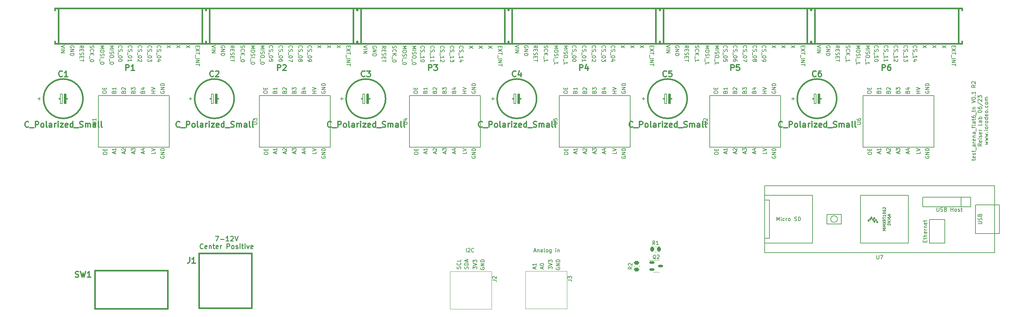
<source format=gto>
%TF.GenerationSoftware,KiCad,Pcbnew,7.0.10-7.0.10~ubuntu22.04.1*%
%TF.CreationDate,2024-07-14T10:31:00-07:00*%
%TF.ProjectId,arena,6172656e-612e-46b6-9963-61645f706362,rev?*%
%TF.SameCoordinates,Original*%
%TF.FileFunction,Legend,Top*%
%TF.FilePolarity,Positive*%
%FSLAX46Y46*%
G04 Gerber Fmt 4.6, Leading zero omitted, Abs format (unit mm)*
G04 Created by KiCad (PCBNEW 7.0.10-7.0.10~ubuntu22.04.1) date 2024-07-14 10:31:00*
%MOMM*%
%LPD*%
G01*
G04 APERTURE LIST*
G04 Aperture macros list*
%AMRoundRect*
0 Rectangle with rounded corners*
0 $1 Rounding radius*
0 $2 $3 $4 $5 $6 $7 $8 $9 X,Y pos of 4 corners*
0 Add a 4 corners polygon primitive as box body*
4,1,4,$2,$3,$4,$5,$6,$7,$8,$9,$2,$3,0*
0 Add four circle primitives for the rounded corners*
1,1,$1+$1,$2,$3*
1,1,$1+$1,$4,$5*
1,1,$1+$1,$6,$7*
1,1,$1+$1,$8,$9*
0 Add four rect primitives between the rounded corners*
20,1,$1+$1,$2,$3,$4,$5,0*
20,1,$1+$1,$4,$5,$6,$7,0*
20,1,$1+$1,$6,$7,$8,$9,0*
20,1,$1+$1,$8,$9,$2,$3,0*%
G04 Aperture macros list end*
%ADD10C,0.254000*%
%ADD11C,0.203200*%
%ADD12C,0.150000*%
%ADD13C,0.304800*%
%ADD14C,0.152400*%
%ADD15C,0.300000*%
%ADD16C,0.381000*%
%ADD17C,0.200000*%
%ADD18C,0.120000*%
%ADD19C,0.100000*%
%ADD20C,2.540000*%
%ADD21R,1.600000X1.600000*%
%ADD22C,1.600000*%
%ADD23C,1.778000*%
%ADD24C,3.556000*%
%ADD25C,1.930400*%
%ADD26C,4.064000*%
%ADD27R,1.524000X1.524000*%
%ADD28C,1.524000*%
%ADD29C,5.600000*%
%ADD30R,1.300000X1.300000*%
%ADD31C,1.300000*%
%ADD32RoundRect,0.250000X-0.262500X-0.450000X0.262500X-0.450000X0.262500X0.450000X-0.262500X0.450000X0*%
%ADD33RoundRect,0.250000X0.450000X-0.262500X0.450000X0.262500X-0.450000X0.262500X-0.450000X-0.262500X0*%
%ADD34RoundRect,0.150000X-0.512500X-0.150000X0.512500X-0.150000X0.512500X0.150000X-0.512500X0.150000X0*%
G04 APERTURE END LIST*
D10*
X92286666Y-110531968D02*
X93133333Y-110531968D01*
X93133333Y-110531968D02*
X92589047Y-111801968D01*
X93617142Y-111318158D02*
X94584762Y-111318158D01*
X95854762Y-111801968D02*
X95129047Y-111801968D01*
X95491904Y-111801968D02*
X95491904Y-110531968D01*
X95491904Y-110531968D02*
X95370952Y-110713396D01*
X95370952Y-110713396D02*
X95250000Y-110834349D01*
X95250000Y-110834349D02*
X95129047Y-110894825D01*
X96338571Y-110652920D02*
X96399047Y-110592444D01*
X96399047Y-110592444D02*
X96520000Y-110531968D01*
X96520000Y-110531968D02*
X96822381Y-110531968D01*
X96822381Y-110531968D02*
X96943333Y-110592444D01*
X96943333Y-110592444D02*
X97003809Y-110652920D01*
X97003809Y-110652920D02*
X97064286Y-110773872D01*
X97064286Y-110773872D02*
X97064286Y-110894825D01*
X97064286Y-110894825D02*
X97003809Y-111076253D01*
X97003809Y-111076253D02*
X96278095Y-111801968D01*
X96278095Y-111801968D02*
X97064286Y-111801968D01*
X97427143Y-110531968D02*
X97850476Y-111801968D01*
X97850476Y-111801968D02*
X98273810Y-110531968D01*
X89020953Y-113725715D02*
X88960477Y-113786192D01*
X88960477Y-113786192D02*
X88779048Y-113846668D01*
X88779048Y-113846668D02*
X88658096Y-113846668D01*
X88658096Y-113846668D02*
X88476667Y-113786192D01*
X88476667Y-113786192D02*
X88355715Y-113665239D01*
X88355715Y-113665239D02*
X88295238Y-113544287D01*
X88295238Y-113544287D02*
X88234762Y-113302382D01*
X88234762Y-113302382D02*
X88234762Y-113120953D01*
X88234762Y-113120953D02*
X88295238Y-112879049D01*
X88295238Y-112879049D02*
X88355715Y-112758096D01*
X88355715Y-112758096D02*
X88476667Y-112637144D01*
X88476667Y-112637144D02*
X88658096Y-112576668D01*
X88658096Y-112576668D02*
X88779048Y-112576668D01*
X88779048Y-112576668D02*
X88960477Y-112637144D01*
X88960477Y-112637144D02*
X89020953Y-112697620D01*
X90049048Y-113786192D02*
X89928096Y-113846668D01*
X89928096Y-113846668D02*
X89686191Y-113846668D01*
X89686191Y-113846668D02*
X89565238Y-113786192D01*
X89565238Y-113786192D02*
X89504762Y-113665239D01*
X89504762Y-113665239D02*
X89504762Y-113181430D01*
X89504762Y-113181430D02*
X89565238Y-113060477D01*
X89565238Y-113060477D02*
X89686191Y-113000001D01*
X89686191Y-113000001D02*
X89928096Y-113000001D01*
X89928096Y-113000001D02*
X90049048Y-113060477D01*
X90049048Y-113060477D02*
X90109524Y-113181430D01*
X90109524Y-113181430D02*
X90109524Y-113302382D01*
X90109524Y-113302382D02*
X89504762Y-113423334D01*
X90653809Y-113000001D02*
X90653809Y-113846668D01*
X90653809Y-113120953D02*
X90714286Y-113060477D01*
X90714286Y-113060477D02*
X90835238Y-113000001D01*
X90835238Y-113000001D02*
X91016667Y-113000001D01*
X91016667Y-113000001D02*
X91137619Y-113060477D01*
X91137619Y-113060477D02*
X91198095Y-113181430D01*
X91198095Y-113181430D02*
X91198095Y-113846668D01*
X91621429Y-113000001D02*
X92105238Y-113000001D01*
X91802857Y-112576668D02*
X91802857Y-113665239D01*
X91802857Y-113665239D02*
X91863334Y-113786192D01*
X91863334Y-113786192D02*
X91984286Y-113846668D01*
X91984286Y-113846668D02*
X92105238Y-113846668D01*
X93012381Y-113786192D02*
X92891429Y-113846668D01*
X92891429Y-113846668D02*
X92649524Y-113846668D01*
X92649524Y-113846668D02*
X92528571Y-113786192D01*
X92528571Y-113786192D02*
X92468095Y-113665239D01*
X92468095Y-113665239D02*
X92468095Y-113181430D01*
X92468095Y-113181430D02*
X92528571Y-113060477D01*
X92528571Y-113060477D02*
X92649524Y-113000001D01*
X92649524Y-113000001D02*
X92891429Y-113000001D01*
X92891429Y-113000001D02*
X93012381Y-113060477D01*
X93012381Y-113060477D02*
X93072857Y-113181430D01*
X93072857Y-113181430D02*
X93072857Y-113302382D01*
X93072857Y-113302382D02*
X92468095Y-113423334D01*
X93617142Y-113846668D02*
X93617142Y-113000001D01*
X93617142Y-113241906D02*
X93677619Y-113120953D01*
X93677619Y-113120953D02*
X93738095Y-113060477D01*
X93738095Y-113060477D02*
X93859047Y-113000001D01*
X93859047Y-113000001D02*
X93980000Y-113000001D01*
X95370951Y-113846668D02*
X95370951Y-112576668D01*
X95370951Y-112576668D02*
X95854761Y-112576668D01*
X95854761Y-112576668D02*
X95975713Y-112637144D01*
X95975713Y-112637144D02*
X96036190Y-112697620D01*
X96036190Y-112697620D02*
X96096666Y-112818572D01*
X96096666Y-112818572D02*
X96096666Y-113000001D01*
X96096666Y-113000001D02*
X96036190Y-113120953D01*
X96036190Y-113120953D02*
X95975713Y-113181430D01*
X95975713Y-113181430D02*
X95854761Y-113241906D01*
X95854761Y-113241906D02*
X95370951Y-113241906D01*
X96822380Y-113846668D02*
X96701428Y-113786192D01*
X96701428Y-113786192D02*
X96640951Y-113725715D01*
X96640951Y-113725715D02*
X96580475Y-113604763D01*
X96580475Y-113604763D02*
X96580475Y-113241906D01*
X96580475Y-113241906D02*
X96640951Y-113120953D01*
X96640951Y-113120953D02*
X96701428Y-113060477D01*
X96701428Y-113060477D02*
X96822380Y-113000001D01*
X96822380Y-113000001D02*
X97003809Y-113000001D01*
X97003809Y-113000001D02*
X97124761Y-113060477D01*
X97124761Y-113060477D02*
X97185237Y-113120953D01*
X97185237Y-113120953D02*
X97245713Y-113241906D01*
X97245713Y-113241906D02*
X97245713Y-113604763D01*
X97245713Y-113604763D02*
X97185237Y-113725715D01*
X97185237Y-113725715D02*
X97124761Y-113786192D01*
X97124761Y-113786192D02*
X97003809Y-113846668D01*
X97003809Y-113846668D02*
X96822380Y-113846668D01*
X97729523Y-113786192D02*
X97850476Y-113846668D01*
X97850476Y-113846668D02*
X98092380Y-113846668D01*
X98092380Y-113846668D02*
X98213333Y-113786192D01*
X98213333Y-113786192D02*
X98273809Y-113665239D01*
X98273809Y-113665239D02*
X98273809Y-113604763D01*
X98273809Y-113604763D02*
X98213333Y-113483811D01*
X98213333Y-113483811D02*
X98092380Y-113423334D01*
X98092380Y-113423334D02*
X97910952Y-113423334D01*
X97910952Y-113423334D02*
X97789999Y-113362858D01*
X97789999Y-113362858D02*
X97729523Y-113241906D01*
X97729523Y-113241906D02*
X97729523Y-113181430D01*
X97729523Y-113181430D02*
X97789999Y-113060477D01*
X97789999Y-113060477D02*
X97910952Y-113000001D01*
X97910952Y-113000001D02*
X98092380Y-113000001D01*
X98092380Y-113000001D02*
X98213333Y-113060477D01*
X98818094Y-113846668D02*
X98818094Y-113000001D01*
X98818094Y-112576668D02*
X98757618Y-112637144D01*
X98757618Y-112637144D02*
X98818094Y-112697620D01*
X98818094Y-112697620D02*
X98878571Y-112637144D01*
X98878571Y-112637144D02*
X98818094Y-112576668D01*
X98818094Y-112576668D02*
X98818094Y-112697620D01*
X99241428Y-113000001D02*
X99725237Y-113000001D01*
X99422856Y-112576668D02*
X99422856Y-113665239D01*
X99422856Y-113665239D02*
X99483333Y-113786192D01*
X99483333Y-113786192D02*
X99604285Y-113846668D01*
X99604285Y-113846668D02*
X99725237Y-113846668D01*
X100148570Y-113846668D02*
X100148570Y-113000001D01*
X100148570Y-112576668D02*
X100088094Y-112637144D01*
X100088094Y-112637144D02*
X100148570Y-112697620D01*
X100148570Y-112697620D02*
X100209047Y-112637144D01*
X100209047Y-112637144D02*
X100148570Y-112576668D01*
X100148570Y-112576668D02*
X100148570Y-112697620D01*
X100632380Y-113000001D02*
X100934761Y-113846668D01*
X100934761Y-113846668D02*
X101237142Y-113000001D01*
X102204761Y-113786192D02*
X102083809Y-113846668D01*
X102083809Y-113846668D02*
X101841904Y-113846668D01*
X101841904Y-113846668D02*
X101720951Y-113786192D01*
X101720951Y-113786192D02*
X101660475Y-113665239D01*
X101660475Y-113665239D02*
X101660475Y-113181430D01*
X101660475Y-113181430D02*
X101720951Y-113060477D01*
X101720951Y-113060477D02*
X101841904Y-113000001D01*
X101841904Y-113000001D02*
X102083809Y-113000001D01*
X102083809Y-113000001D02*
X102204761Y-113060477D01*
X102204761Y-113060477D02*
X102265237Y-113181430D01*
X102265237Y-113181430D02*
X102265237Y-113302382D01*
X102265237Y-113302382D02*
X101660475Y-113423334D01*
D11*
X293166360Y-90451235D02*
X293166360Y-90064187D01*
X292827693Y-90306092D02*
X293698551Y-90306092D01*
X293698551Y-90306092D02*
X293795313Y-90257711D01*
X293795313Y-90257711D02*
X293843693Y-90160949D01*
X293843693Y-90160949D02*
X293843693Y-90064187D01*
X293795313Y-89338473D02*
X293843693Y-89435235D01*
X293843693Y-89435235D02*
X293843693Y-89628759D01*
X293843693Y-89628759D02*
X293795313Y-89725521D01*
X293795313Y-89725521D02*
X293698551Y-89773902D01*
X293698551Y-89773902D02*
X293311503Y-89773902D01*
X293311503Y-89773902D02*
X293214741Y-89725521D01*
X293214741Y-89725521D02*
X293166360Y-89628759D01*
X293166360Y-89628759D02*
X293166360Y-89435235D01*
X293166360Y-89435235D02*
X293214741Y-89338473D01*
X293214741Y-89338473D02*
X293311503Y-89290092D01*
X293311503Y-89290092D02*
X293408265Y-89290092D01*
X293408265Y-89290092D02*
X293505027Y-89773902D01*
X293795313Y-88903045D02*
X293843693Y-88806283D01*
X293843693Y-88806283D02*
X293843693Y-88612759D01*
X293843693Y-88612759D02*
X293795313Y-88515997D01*
X293795313Y-88515997D02*
X293698551Y-88467616D01*
X293698551Y-88467616D02*
X293650170Y-88467616D01*
X293650170Y-88467616D02*
X293553408Y-88515997D01*
X293553408Y-88515997D02*
X293505027Y-88612759D01*
X293505027Y-88612759D02*
X293505027Y-88757902D01*
X293505027Y-88757902D02*
X293456646Y-88854664D01*
X293456646Y-88854664D02*
X293359884Y-88903045D01*
X293359884Y-88903045D02*
X293311503Y-88903045D01*
X293311503Y-88903045D02*
X293214741Y-88854664D01*
X293214741Y-88854664D02*
X293166360Y-88757902D01*
X293166360Y-88757902D02*
X293166360Y-88612759D01*
X293166360Y-88612759D02*
X293214741Y-88515997D01*
X293166360Y-88177331D02*
X293166360Y-87790283D01*
X292827693Y-88032188D02*
X293698551Y-88032188D01*
X293698551Y-88032188D02*
X293795313Y-87983807D01*
X293795313Y-87983807D02*
X293843693Y-87887045D01*
X293843693Y-87887045D02*
X293843693Y-87790283D01*
X293940455Y-87693522D02*
X293940455Y-86919426D01*
X293843693Y-86242093D02*
X293311503Y-86242093D01*
X293311503Y-86242093D02*
X293214741Y-86290474D01*
X293214741Y-86290474D02*
X293166360Y-86387236D01*
X293166360Y-86387236D02*
X293166360Y-86580760D01*
X293166360Y-86580760D02*
X293214741Y-86677522D01*
X293795313Y-86242093D02*
X293843693Y-86338855D01*
X293843693Y-86338855D02*
X293843693Y-86580760D01*
X293843693Y-86580760D02*
X293795313Y-86677522D01*
X293795313Y-86677522D02*
X293698551Y-86725903D01*
X293698551Y-86725903D02*
X293601789Y-86725903D01*
X293601789Y-86725903D02*
X293505027Y-86677522D01*
X293505027Y-86677522D02*
X293456646Y-86580760D01*
X293456646Y-86580760D02*
X293456646Y-86338855D01*
X293456646Y-86338855D02*
X293408265Y-86242093D01*
X293843693Y-85758284D02*
X293166360Y-85758284D01*
X293359884Y-85758284D02*
X293263122Y-85709903D01*
X293263122Y-85709903D02*
X293214741Y-85661522D01*
X293214741Y-85661522D02*
X293166360Y-85564760D01*
X293166360Y-85564760D02*
X293166360Y-85467998D01*
X293795313Y-84742284D02*
X293843693Y-84839046D01*
X293843693Y-84839046D02*
X293843693Y-85032570D01*
X293843693Y-85032570D02*
X293795313Y-85129332D01*
X293795313Y-85129332D02*
X293698551Y-85177713D01*
X293698551Y-85177713D02*
X293311503Y-85177713D01*
X293311503Y-85177713D02*
X293214741Y-85129332D01*
X293214741Y-85129332D02*
X293166360Y-85032570D01*
X293166360Y-85032570D02*
X293166360Y-84839046D01*
X293166360Y-84839046D02*
X293214741Y-84742284D01*
X293214741Y-84742284D02*
X293311503Y-84693903D01*
X293311503Y-84693903D02*
X293408265Y-84693903D01*
X293408265Y-84693903D02*
X293505027Y-85177713D01*
X293166360Y-84258475D02*
X293843693Y-84258475D01*
X293263122Y-84258475D02*
X293214741Y-84210094D01*
X293214741Y-84210094D02*
X293166360Y-84113332D01*
X293166360Y-84113332D02*
X293166360Y-83968189D01*
X293166360Y-83968189D02*
X293214741Y-83871427D01*
X293214741Y-83871427D02*
X293311503Y-83823046D01*
X293311503Y-83823046D02*
X293843693Y-83823046D01*
X293843693Y-82903808D02*
X293311503Y-82903808D01*
X293311503Y-82903808D02*
X293214741Y-82952189D01*
X293214741Y-82952189D02*
X293166360Y-83048951D01*
X293166360Y-83048951D02*
X293166360Y-83242475D01*
X293166360Y-83242475D02*
X293214741Y-83339237D01*
X293795313Y-82903808D02*
X293843693Y-83000570D01*
X293843693Y-83000570D02*
X293843693Y-83242475D01*
X293843693Y-83242475D02*
X293795313Y-83339237D01*
X293795313Y-83339237D02*
X293698551Y-83387618D01*
X293698551Y-83387618D02*
X293601789Y-83387618D01*
X293601789Y-83387618D02*
X293505027Y-83339237D01*
X293505027Y-83339237D02*
X293456646Y-83242475D01*
X293456646Y-83242475D02*
X293456646Y-83000570D01*
X293456646Y-83000570D02*
X293408265Y-82903808D01*
X293940455Y-82661904D02*
X293940455Y-81887808D01*
X293166360Y-81791047D02*
X293166360Y-81403999D01*
X293843693Y-81645904D02*
X292972836Y-81645904D01*
X292972836Y-81645904D02*
X292876074Y-81597523D01*
X292876074Y-81597523D02*
X292827693Y-81500761D01*
X292827693Y-81500761D02*
X292827693Y-81403999D01*
X293843693Y-80920190D02*
X293795313Y-81016952D01*
X293795313Y-81016952D02*
X293698551Y-81065333D01*
X293698551Y-81065333D02*
X292827693Y-81065333D01*
X293843693Y-80097714D02*
X293311503Y-80097714D01*
X293311503Y-80097714D02*
X293214741Y-80146095D01*
X293214741Y-80146095D02*
X293166360Y-80242857D01*
X293166360Y-80242857D02*
X293166360Y-80436381D01*
X293166360Y-80436381D02*
X293214741Y-80533143D01*
X293795313Y-80097714D02*
X293843693Y-80194476D01*
X293843693Y-80194476D02*
X293843693Y-80436381D01*
X293843693Y-80436381D02*
X293795313Y-80533143D01*
X293795313Y-80533143D02*
X293698551Y-80581524D01*
X293698551Y-80581524D02*
X293601789Y-80581524D01*
X293601789Y-80581524D02*
X293505027Y-80533143D01*
X293505027Y-80533143D02*
X293456646Y-80436381D01*
X293456646Y-80436381D02*
X293456646Y-80194476D01*
X293456646Y-80194476D02*
X293408265Y-80097714D01*
X293166360Y-79759048D02*
X293166360Y-79372000D01*
X292827693Y-79613905D02*
X293698551Y-79613905D01*
X293698551Y-79613905D02*
X293795313Y-79565524D01*
X293795313Y-79565524D02*
X293843693Y-79468762D01*
X293843693Y-79468762D02*
X293843693Y-79372000D01*
X292827693Y-78597905D02*
X292827693Y-78791429D01*
X292827693Y-78791429D02*
X292876074Y-78888191D01*
X292876074Y-78888191D02*
X292924455Y-78936572D01*
X292924455Y-78936572D02*
X293069598Y-79033334D01*
X293069598Y-79033334D02*
X293263122Y-79081715D01*
X293263122Y-79081715D02*
X293650170Y-79081715D01*
X293650170Y-79081715D02*
X293746932Y-79033334D01*
X293746932Y-79033334D02*
X293795313Y-78984953D01*
X293795313Y-78984953D02*
X293843693Y-78888191D01*
X293843693Y-78888191D02*
X293843693Y-78694667D01*
X293843693Y-78694667D02*
X293795313Y-78597905D01*
X293795313Y-78597905D02*
X293746932Y-78549524D01*
X293746932Y-78549524D02*
X293650170Y-78501143D01*
X293650170Y-78501143D02*
X293408265Y-78501143D01*
X293408265Y-78501143D02*
X293311503Y-78549524D01*
X293311503Y-78549524D02*
X293263122Y-78597905D01*
X293263122Y-78597905D02*
X293214741Y-78694667D01*
X293214741Y-78694667D02*
X293214741Y-78888191D01*
X293214741Y-78888191D02*
X293263122Y-78984953D01*
X293263122Y-78984953D02*
X293311503Y-79033334D01*
X293311503Y-79033334D02*
X293408265Y-79081715D01*
X293940455Y-78307620D02*
X293940455Y-77533524D01*
X293166360Y-77436763D02*
X293166360Y-77049715D01*
X292827693Y-77291620D02*
X293698551Y-77291620D01*
X293698551Y-77291620D02*
X293795313Y-77243239D01*
X293795313Y-77243239D02*
X293843693Y-77146477D01*
X293843693Y-77146477D02*
X293843693Y-77049715D01*
X293166360Y-76711049D02*
X293843693Y-76711049D01*
X293263122Y-76711049D02*
X293214741Y-76662668D01*
X293214741Y-76662668D02*
X293166360Y-76565906D01*
X293166360Y-76565906D02*
X293166360Y-76420763D01*
X293166360Y-76420763D02*
X293214741Y-76324001D01*
X293214741Y-76324001D02*
X293311503Y-76275620D01*
X293311503Y-76275620D02*
X293843693Y-76275620D01*
X292827693Y-75162859D02*
X293843693Y-74824192D01*
X293843693Y-74824192D02*
X292827693Y-74485525D01*
X292827693Y-73953335D02*
X292827693Y-73856573D01*
X292827693Y-73856573D02*
X292876074Y-73759811D01*
X292876074Y-73759811D02*
X292924455Y-73711430D01*
X292924455Y-73711430D02*
X293021217Y-73663049D01*
X293021217Y-73663049D02*
X293214741Y-73614668D01*
X293214741Y-73614668D02*
X293456646Y-73614668D01*
X293456646Y-73614668D02*
X293650170Y-73663049D01*
X293650170Y-73663049D02*
X293746932Y-73711430D01*
X293746932Y-73711430D02*
X293795313Y-73759811D01*
X293795313Y-73759811D02*
X293843693Y-73856573D01*
X293843693Y-73856573D02*
X293843693Y-73953335D01*
X293843693Y-73953335D02*
X293795313Y-74050097D01*
X293795313Y-74050097D02*
X293746932Y-74098478D01*
X293746932Y-74098478D02*
X293650170Y-74146859D01*
X293650170Y-74146859D02*
X293456646Y-74195240D01*
X293456646Y-74195240D02*
X293214741Y-74195240D01*
X293214741Y-74195240D02*
X293021217Y-74146859D01*
X293021217Y-74146859D02*
X292924455Y-74098478D01*
X292924455Y-74098478D02*
X292876074Y-74050097D01*
X292876074Y-74050097D02*
X292827693Y-73953335D01*
X293746932Y-73179240D02*
X293795313Y-73130859D01*
X293795313Y-73130859D02*
X293843693Y-73179240D01*
X293843693Y-73179240D02*
X293795313Y-73227621D01*
X293795313Y-73227621D02*
X293746932Y-73179240D01*
X293746932Y-73179240D02*
X293843693Y-73179240D01*
X293843693Y-72163239D02*
X293843693Y-72743811D01*
X293843693Y-72453525D02*
X292827693Y-72453525D01*
X292827693Y-72453525D02*
X292972836Y-72550287D01*
X292972836Y-72550287D02*
X293069598Y-72647049D01*
X293069598Y-72647049D02*
X293117979Y-72743811D01*
X293843693Y-70373144D02*
X293359884Y-70711811D01*
X293843693Y-70953716D02*
X292827693Y-70953716D01*
X292827693Y-70953716D02*
X292827693Y-70566668D01*
X292827693Y-70566668D02*
X292876074Y-70469906D01*
X292876074Y-70469906D02*
X292924455Y-70421525D01*
X292924455Y-70421525D02*
X293021217Y-70373144D01*
X293021217Y-70373144D02*
X293166360Y-70373144D01*
X293166360Y-70373144D02*
X293263122Y-70421525D01*
X293263122Y-70421525D02*
X293311503Y-70469906D01*
X293311503Y-70469906D02*
X293359884Y-70566668D01*
X293359884Y-70566668D02*
X293359884Y-70953716D01*
X292924455Y-69986097D02*
X292876074Y-69937716D01*
X292876074Y-69937716D02*
X292827693Y-69840954D01*
X292827693Y-69840954D02*
X292827693Y-69599049D01*
X292827693Y-69599049D02*
X292876074Y-69502287D01*
X292876074Y-69502287D02*
X292924455Y-69453906D01*
X292924455Y-69453906D02*
X293021217Y-69405525D01*
X293021217Y-69405525D02*
X293117979Y-69405525D01*
X293117979Y-69405525D02*
X293263122Y-69453906D01*
X293263122Y-69453906D02*
X293843693Y-70034478D01*
X293843693Y-70034478D02*
X293843693Y-69405525D01*
X295479453Y-85975998D02*
X294995644Y-86314665D01*
X295479453Y-86556570D02*
X294463453Y-86556570D01*
X294463453Y-86556570D02*
X294463453Y-86169522D01*
X294463453Y-86169522D02*
X294511834Y-86072760D01*
X294511834Y-86072760D02*
X294560215Y-86024379D01*
X294560215Y-86024379D02*
X294656977Y-85975998D01*
X294656977Y-85975998D02*
X294802120Y-85975998D01*
X294802120Y-85975998D02*
X294898882Y-86024379D01*
X294898882Y-86024379D02*
X294947263Y-86072760D01*
X294947263Y-86072760D02*
X294995644Y-86169522D01*
X294995644Y-86169522D02*
X294995644Y-86556570D01*
X295431073Y-85153522D02*
X295479453Y-85250284D01*
X295479453Y-85250284D02*
X295479453Y-85443808D01*
X295479453Y-85443808D02*
X295431073Y-85540570D01*
X295431073Y-85540570D02*
X295334311Y-85588951D01*
X295334311Y-85588951D02*
X294947263Y-85588951D01*
X294947263Y-85588951D02*
X294850501Y-85540570D01*
X294850501Y-85540570D02*
X294802120Y-85443808D01*
X294802120Y-85443808D02*
X294802120Y-85250284D01*
X294802120Y-85250284D02*
X294850501Y-85153522D01*
X294850501Y-85153522D02*
X294947263Y-85105141D01*
X294947263Y-85105141D02*
X295044025Y-85105141D01*
X295044025Y-85105141D02*
X295140787Y-85588951D01*
X295479453Y-84669713D02*
X294802120Y-84669713D01*
X294463453Y-84669713D02*
X294511834Y-84718094D01*
X294511834Y-84718094D02*
X294560215Y-84669713D01*
X294560215Y-84669713D02*
X294511834Y-84621332D01*
X294511834Y-84621332D02*
X294463453Y-84669713D01*
X294463453Y-84669713D02*
X294560215Y-84669713D01*
X295431073Y-84234284D02*
X295479453Y-84137522D01*
X295479453Y-84137522D02*
X295479453Y-83943998D01*
X295479453Y-83943998D02*
X295431073Y-83847236D01*
X295431073Y-83847236D02*
X295334311Y-83798855D01*
X295334311Y-83798855D02*
X295285930Y-83798855D01*
X295285930Y-83798855D02*
X295189168Y-83847236D01*
X295189168Y-83847236D02*
X295140787Y-83943998D01*
X295140787Y-83943998D02*
X295140787Y-84089141D01*
X295140787Y-84089141D02*
X295092406Y-84185903D01*
X295092406Y-84185903D02*
X294995644Y-84234284D01*
X294995644Y-84234284D02*
X294947263Y-84234284D01*
X294947263Y-84234284D02*
X294850501Y-84185903D01*
X294850501Y-84185903D02*
X294802120Y-84089141D01*
X294802120Y-84089141D02*
X294802120Y-83943998D01*
X294802120Y-83943998D02*
X294850501Y-83847236D01*
X295431073Y-82976379D02*
X295479453Y-83073141D01*
X295479453Y-83073141D02*
X295479453Y-83266665D01*
X295479453Y-83266665D02*
X295431073Y-83363427D01*
X295431073Y-83363427D02*
X295334311Y-83411808D01*
X295334311Y-83411808D02*
X294947263Y-83411808D01*
X294947263Y-83411808D02*
X294850501Y-83363427D01*
X294850501Y-83363427D02*
X294802120Y-83266665D01*
X294802120Y-83266665D02*
X294802120Y-83073141D01*
X294802120Y-83073141D02*
X294850501Y-82976379D01*
X294850501Y-82976379D02*
X294947263Y-82927998D01*
X294947263Y-82927998D02*
X295044025Y-82927998D01*
X295044025Y-82927998D02*
X295140787Y-83411808D01*
X295479453Y-82492570D02*
X294802120Y-82492570D01*
X294995644Y-82492570D02*
X294898882Y-82444189D01*
X294898882Y-82444189D02*
X294850501Y-82395808D01*
X294850501Y-82395808D02*
X294802120Y-82299046D01*
X294802120Y-82299046D02*
X294802120Y-82202284D01*
X295479453Y-80605713D02*
X295479453Y-81089523D01*
X295479453Y-81089523D02*
X294463453Y-81089523D01*
X295479453Y-79831618D02*
X294947263Y-79831618D01*
X294947263Y-79831618D02*
X294850501Y-79879999D01*
X294850501Y-79879999D02*
X294802120Y-79976761D01*
X294802120Y-79976761D02*
X294802120Y-80170285D01*
X294802120Y-80170285D02*
X294850501Y-80267047D01*
X295431073Y-79831618D02*
X295479453Y-79928380D01*
X295479453Y-79928380D02*
X295479453Y-80170285D01*
X295479453Y-80170285D02*
X295431073Y-80267047D01*
X295431073Y-80267047D02*
X295334311Y-80315428D01*
X295334311Y-80315428D02*
X295237549Y-80315428D01*
X295237549Y-80315428D02*
X295140787Y-80267047D01*
X295140787Y-80267047D02*
X295092406Y-80170285D01*
X295092406Y-80170285D02*
X295092406Y-79928380D01*
X295092406Y-79928380D02*
X295044025Y-79831618D01*
X295479453Y-79347809D02*
X294463453Y-79347809D01*
X294850501Y-79347809D02*
X294802120Y-79251047D01*
X294802120Y-79251047D02*
X294802120Y-79057523D01*
X294802120Y-79057523D02*
X294850501Y-78960761D01*
X294850501Y-78960761D02*
X294898882Y-78912380D01*
X294898882Y-78912380D02*
X294995644Y-78863999D01*
X294995644Y-78863999D02*
X295285930Y-78863999D01*
X295285930Y-78863999D02*
X295382692Y-78912380D01*
X295382692Y-78912380D02*
X295431073Y-78960761D01*
X295431073Y-78960761D02*
X295479453Y-79057523D01*
X295479453Y-79057523D02*
X295479453Y-79251047D01*
X295479453Y-79251047D02*
X295431073Y-79347809D01*
X294463453Y-77460952D02*
X294463453Y-77364190D01*
X294463453Y-77364190D02*
X294511834Y-77267428D01*
X294511834Y-77267428D02*
X294560215Y-77219047D01*
X294560215Y-77219047D02*
X294656977Y-77170666D01*
X294656977Y-77170666D02*
X294850501Y-77122285D01*
X294850501Y-77122285D02*
X295092406Y-77122285D01*
X295092406Y-77122285D02*
X295285930Y-77170666D01*
X295285930Y-77170666D02*
X295382692Y-77219047D01*
X295382692Y-77219047D02*
X295431073Y-77267428D01*
X295431073Y-77267428D02*
X295479453Y-77364190D01*
X295479453Y-77364190D02*
X295479453Y-77460952D01*
X295479453Y-77460952D02*
X295431073Y-77557714D01*
X295431073Y-77557714D02*
X295382692Y-77606095D01*
X295382692Y-77606095D02*
X295285930Y-77654476D01*
X295285930Y-77654476D02*
X295092406Y-77702857D01*
X295092406Y-77702857D02*
X294850501Y-77702857D01*
X294850501Y-77702857D02*
X294656977Y-77654476D01*
X294656977Y-77654476D02*
X294560215Y-77606095D01*
X294560215Y-77606095D02*
X294511834Y-77557714D01*
X294511834Y-77557714D02*
X294463453Y-77460952D01*
X294463453Y-76251428D02*
X294463453Y-76444952D01*
X294463453Y-76444952D02*
X294511834Y-76541714D01*
X294511834Y-76541714D02*
X294560215Y-76590095D01*
X294560215Y-76590095D02*
X294705358Y-76686857D01*
X294705358Y-76686857D02*
X294898882Y-76735238D01*
X294898882Y-76735238D02*
X295285930Y-76735238D01*
X295285930Y-76735238D02*
X295382692Y-76686857D01*
X295382692Y-76686857D02*
X295431073Y-76638476D01*
X295431073Y-76638476D02*
X295479453Y-76541714D01*
X295479453Y-76541714D02*
X295479453Y-76348190D01*
X295479453Y-76348190D02*
X295431073Y-76251428D01*
X295431073Y-76251428D02*
X295382692Y-76203047D01*
X295382692Y-76203047D02*
X295285930Y-76154666D01*
X295285930Y-76154666D02*
X295044025Y-76154666D01*
X295044025Y-76154666D02*
X294947263Y-76203047D01*
X294947263Y-76203047D02*
X294898882Y-76251428D01*
X294898882Y-76251428D02*
X294850501Y-76348190D01*
X294850501Y-76348190D02*
X294850501Y-76541714D01*
X294850501Y-76541714D02*
X294898882Y-76638476D01*
X294898882Y-76638476D02*
X294947263Y-76686857D01*
X294947263Y-76686857D02*
X295044025Y-76735238D01*
X294415073Y-74993523D02*
X295721358Y-75864381D01*
X294560215Y-74703238D02*
X294511834Y-74654857D01*
X294511834Y-74654857D02*
X294463453Y-74558095D01*
X294463453Y-74558095D02*
X294463453Y-74316190D01*
X294463453Y-74316190D02*
X294511834Y-74219428D01*
X294511834Y-74219428D02*
X294560215Y-74171047D01*
X294560215Y-74171047D02*
X294656977Y-74122666D01*
X294656977Y-74122666D02*
X294753739Y-74122666D01*
X294753739Y-74122666D02*
X294898882Y-74171047D01*
X294898882Y-74171047D02*
X295479453Y-74751619D01*
X295479453Y-74751619D02*
X295479453Y-74122666D01*
X294463453Y-73784000D02*
X294463453Y-73155047D01*
X294463453Y-73155047D02*
X294850501Y-73493714D01*
X294850501Y-73493714D02*
X294850501Y-73348571D01*
X294850501Y-73348571D02*
X294898882Y-73251809D01*
X294898882Y-73251809D02*
X294947263Y-73203428D01*
X294947263Y-73203428D02*
X295044025Y-73155047D01*
X295044025Y-73155047D02*
X295285930Y-73155047D01*
X295285930Y-73155047D02*
X295382692Y-73203428D01*
X295382692Y-73203428D02*
X295431073Y-73251809D01*
X295431073Y-73251809D02*
X295479453Y-73348571D01*
X295479453Y-73348571D02*
X295479453Y-73638857D01*
X295479453Y-73638857D02*
X295431073Y-73735619D01*
X295431073Y-73735619D02*
X295382692Y-73784000D01*
X296437880Y-86217905D02*
X297115213Y-86024381D01*
X297115213Y-86024381D02*
X296631404Y-85830857D01*
X296631404Y-85830857D02*
X297115213Y-85637333D01*
X297115213Y-85637333D02*
X296437880Y-85443809D01*
X296437880Y-85153524D02*
X297115213Y-84960000D01*
X297115213Y-84960000D02*
X296631404Y-84766476D01*
X296631404Y-84766476D02*
X297115213Y-84572952D01*
X297115213Y-84572952D02*
X296437880Y-84379428D01*
X296437880Y-84089143D02*
X297115213Y-83895619D01*
X297115213Y-83895619D02*
X296631404Y-83702095D01*
X296631404Y-83702095D02*
X297115213Y-83508571D01*
X297115213Y-83508571D02*
X296437880Y-83315047D01*
X297018452Y-82928000D02*
X297066833Y-82879619D01*
X297066833Y-82879619D02*
X297115213Y-82928000D01*
X297115213Y-82928000D02*
X297066833Y-82976381D01*
X297066833Y-82976381D02*
X297018452Y-82928000D01*
X297018452Y-82928000D02*
X297115213Y-82928000D01*
X297115213Y-82444190D02*
X296437880Y-82444190D01*
X296099213Y-82444190D02*
X296147594Y-82492571D01*
X296147594Y-82492571D02*
X296195975Y-82444190D01*
X296195975Y-82444190D02*
X296147594Y-82395809D01*
X296147594Y-82395809D02*
X296099213Y-82444190D01*
X296099213Y-82444190D02*
X296195975Y-82444190D01*
X297115213Y-81815237D02*
X297066833Y-81911999D01*
X297066833Y-81911999D02*
X297018452Y-81960380D01*
X297018452Y-81960380D02*
X296921690Y-82008761D01*
X296921690Y-82008761D02*
X296631404Y-82008761D01*
X296631404Y-82008761D02*
X296534642Y-81960380D01*
X296534642Y-81960380D02*
X296486261Y-81911999D01*
X296486261Y-81911999D02*
X296437880Y-81815237D01*
X296437880Y-81815237D02*
X296437880Y-81670094D01*
X296437880Y-81670094D02*
X296486261Y-81573332D01*
X296486261Y-81573332D02*
X296534642Y-81524951D01*
X296534642Y-81524951D02*
X296631404Y-81476570D01*
X296631404Y-81476570D02*
X296921690Y-81476570D01*
X296921690Y-81476570D02*
X297018452Y-81524951D01*
X297018452Y-81524951D02*
X297066833Y-81573332D01*
X297066833Y-81573332D02*
X297115213Y-81670094D01*
X297115213Y-81670094D02*
X297115213Y-81815237D01*
X297115213Y-81041142D02*
X296437880Y-81041142D01*
X296631404Y-81041142D02*
X296534642Y-80992761D01*
X296534642Y-80992761D02*
X296486261Y-80944380D01*
X296486261Y-80944380D02*
X296437880Y-80847618D01*
X296437880Y-80847618D02*
X296437880Y-80750856D01*
X297115213Y-80267047D02*
X297066833Y-80363809D01*
X297066833Y-80363809D02*
X297018452Y-80412190D01*
X297018452Y-80412190D02*
X296921690Y-80460571D01*
X296921690Y-80460571D02*
X296631404Y-80460571D01*
X296631404Y-80460571D02*
X296534642Y-80412190D01*
X296534642Y-80412190D02*
X296486261Y-80363809D01*
X296486261Y-80363809D02*
X296437880Y-80267047D01*
X296437880Y-80267047D02*
X296437880Y-80121904D01*
X296437880Y-80121904D02*
X296486261Y-80025142D01*
X296486261Y-80025142D02*
X296534642Y-79976761D01*
X296534642Y-79976761D02*
X296631404Y-79928380D01*
X296631404Y-79928380D02*
X296921690Y-79928380D01*
X296921690Y-79928380D02*
X297018452Y-79976761D01*
X297018452Y-79976761D02*
X297066833Y-80025142D01*
X297066833Y-80025142D02*
X297115213Y-80121904D01*
X297115213Y-80121904D02*
X297115213Y-80267047D01*
X297115213Y-79057523D02*
X296099213Y-79057523D01*
X297066833Y-79057523D02*
X297115213Y-79154285D01*
X297115213Y-79154285D02*
X297115213Y-79347809D01*
X297115213Y-79347809D02*
X297066833Y-79444571D01*
X297066833Y-79444571D02*
X297018452Y-79492952D01*
X297018452Y-79492952D02*
X296921690Y-79541333D01*
X296921690Y-79541333D02*
X296631404Y-79541333D01*
X296631404Y-79541333D02*
X296534642Y-79492952D01*
X296534642Y-79492952D02*
X296486261Y-79444571D01*
X296486261Y-79444571D02*
X296437880Y-79347809D01*
X296437880Y-79347809D02*
X296437880Y-79154285D01*
X296437880Y-79154285D02*
X296486261Y-79057523D01*
X297066833Y-78186666D02*
X297115213Y-78283428D01*
X297115213Y-78283428D02*
X297115213Y-78476952D01*
X297115213Y-78476952D02*
X297066833Y-78573714D01*
X297066833Y-78573714D02*
X296970071Y-78622095D01*
X296970071Y-78622095D02*
X296583023Y-78622095D01*
X296583023Y-78622095D02*
X296486261Y-78573714D01*
X296486261Y-78573714D02*
X296437880Y-78476952D01*
X296437880Y-78476952D02*
X296437880Y-78283428D01*
X296437880Y-78283428D02*
X296486261Y-78186666D01*
X296486261Y-78186666D02*
X296583023Y-78138285D01*
X296583023Y-78138285D02*
X296679785Y-78138285D01*
X296679785Y-78138285D02*
X296776547Y-78622095D01*
X297115213Y-77557714D02*
X297066833Y-77654476D01*
X297066833Y-77654476D02*
X297018452Y-77702857D01*
X297018452Y-77702857D02*
X296921690Y-77751238D01*
X296921690Y-77751238D02*
X296631404Y-77751238D01*
X296631404Y-77751238D02*
X296534642Y-77702857D01*
X296534642Y-77702857D02*
X296486261Y-77654476D01*
X296486261Y-77654476D02*
X296437880Y-77557714D01*
X296437880Y-77557714D02*
X296437880Y-77412571D01*
X296437880Y-77412571D02*
X296486261Y-77315809D01*
X296486261Y-77315809D02*
X296534642Y-77267428D01*
X296534642Y-77267428D02*
X296631404Y-77219047D01*
X296631404Y-77219047D02*
X296921690Y-77219047D01*
X296921690Y-77219047D02*
X297018452Y-77267428D01*
X297018452Y-77267428D02*
X297066833Y-77315809D01*
X297066833Y-77315809D02*
X297115213Y-77412571D01*
X297115213Y-77412571D02*
X297115213Y-77557714D01*
X297018452Y-76783619D02*
X297066833Y-76735238D01*
X297066833Y-76735238D02*
X297115213Y-76783619D01*
X297115213Y-76783619D02*
X297066833Y-76832000D01*
X297066833Y-76832000D02*
X297018452Y-76783619D01*
X297018452Y-76783619D02*
X297115213Y-76783619D01*
X297066833Y-75864380D02*
X297115213Y-75961142D01*
X297115213Y-75961142D02*
X297115213Y-76154666D01*
X297115213Y-76154666D02*
X297066833Y-76251428D01*
X297066833Y-76251428D02*
X297018452Y-76299809D01*
X297018452Y-76299809D02*
X296921690Y-76348190D01*
X296921690Y-76348190D02*
X296631404Y-76348190D01*
X296631404Y-76348190D02*
X296534642Y-76299809D01*
X296534642Y-76299809D02*
X296486261Y-76251428D01*
X296486261Y-76251428D02*
X296437880Y-76154666D01*
X296437880Y-76154666D02*
X296437880Y-75961142D01*
X296437880Y-75961142D02*
X296486261Y-75864380D01*
X297115213Y-75283809D02*
X297066833Y-75380571D01*
X297066833Y-75380571D02*
X297018452Y-75428952D01*
X297018452Y-75428952D02*
X296921690Y-75477333D01*
X296921690Y-75477333D02*
X296631404Y-75477333D01*
X296631404Y-75477333D02*
X296534642Y-75428952D01*
X296534642Y-75428952D02*
X296486261Y-75380571D01*
X296486261Y-75380571D02*
X296437880Y-75283809D01*
X296437880Y-75283809D02*
X296437880Y-75138666D01*
X296437880Y-75138666D02*
X296486261Y-75041904D01*
X296486261Y-75041904D02*
X296534642Y-74993523D01*
X296534642Y-74993523D02*
X296631404Y-74945142D01*
X296631404Y-74945142D02*
X296921690Y-74945142D01*
X296921690Y-74945142D02*
X297018452Y-74993523D01*
X297018452Y-74993523D02*
X297066833Y-75041904D01*
X297066833Y-75041904D02*
X297115213Y-75138666D01*
X297115213Y-75138666D02*
X297115213Y-75283809D01*
X297115213Y-74509714D02*
X296437880Y-74509714D01*
X296534642Y-74509714D02*
X296486261Y-74461333D01*
X296486261Y-74461333D02*
X296437880Y-74364571D01*
X296437880Y-74364571D02*
X296437880Y-74219428D01*
X296437880Y-74219428D02*
X296486261Y-74122666D01*
X296486261Y-74122666D02*
X296583023Y-74074285D01*
X296583023Y-74074285D02*
X297115213Y-74074285D01*
X296583023Y-74074285D02*
X296486261Y-74025904D01*
X296486261Y-74025904D02*
X296437880Y-73929142D01*
X296437880Y-73929142D02*
X296437880Y-73783999D01*
X296437880Y-73783999D02*
X296486261Y-73687238D01*
X296486261Y-73687238D02*
X296583023Y-73638857D01*
X296583023Y-73638857D02*
X297115213Y-73638857D01*
D12*
X234925419Y-60508207D02*
X234877800Y-60460588D01*
X234877800Y-60460588D02*
X234830180Y-60317731D01*
X234830180Y-60317731D02*
X234830180Y-60222493D01*
X234830180Y-60222493D02*
X234877800Y-60079636D01*
X234877800Y-60079636D02*
X234973038Y-59984398D01*
X234973038Y-59984398D02*
X235068276Y-59936779D01*
X235068276Y-59936779D02*
X235258752Y-59889160D01*
X235258752Y-59889160D02*
X235401609Y-59889160D01*
X235401609Y-59889160D02*
X235592085Y-59936779D01*
X235592085Y-59936779D02*
X235687323Y-59984398D01*
X235687323Y-59984398D02*
X235782561Y-60079636D01*
X235782561Y-60079636D02*
X235830180Y-60222493D01*
X235830180Y-60222493D02*
X235830180Y-60317731D01*
X235830180Y-60317731D02*
X235782561Y-60460588D01*
X235782561Y-60460588D02*
X235734942Y-60508207D01*
X234877800Y-60889160D02*
X234830180Y-61032017D01*
X234830180Y-61032017D02*
X234830180Y-61270112D01*
X234830180Y-61270112D02*
X234877800Y-61365350D01*
X234877800Y-61365350D02*
X234925419Y-61412969D01*
X234925419Y-61412969D02*
X235020657Y-61460588D01*
X235020657Y-61460588D02*
X235115895Y-61460588D01*
X235115895Y-61460588D02*
X235211133Y-61412969D01*
X235211133Y-61412969D02*
X235258752Y-61365350D01*
X235258752Y-61365350D02*
X235306371Y-61270112D01*
X235306371Y-61270112D02*
X235353990Y-61079636D01*
X235353990Y-61079636D02*
X235401609Y-60984398D01*
X235401609Y-60984398D02*
X235449228Y-60936779D01*
X235449228Y-60936779D02*
X235544466Y-60889160D01*
X235544466Y-60889160D02*
X235639704Y-60889160D01*
X235639704Y-60889160D02*
X235734942Y-60936779D01*
X235734942Y-60936779D02*
X235782561Y-60984398D01*
X235782561Y-60984398D02*
X235830180Y-61079636D01*
X235830180Y-61079636D02*
X235830180Y-61317731D01*
X235830180Y-61317731D02*
X235782561Y-61460588D01*
X234734942Y-61651065D02*
X234734942Y-62412969D01*
X235830180Y-62841541D02*
X235830180Y-62936779D01*
X235830180Y-62936779D02*
X235782561Y-63032017D01*
X235782561Y-63032017D02*
X235734942Y-63079636D01*
X235734942Y-63079636D02*
X235639704Y-63127255D01*
X235639704Y-63127255D02*
X235449228Y-63174874D01*
X235449228Y-63174874D02*
X235211133Y-63174874D01*
X235211133Y-63174874D02*
X235020657Y-63127255D01*
X235020657Y-63127255D02*
X234925419Y-63079636D01*
X234925419Y-63079636D02*
X234877800Y-63032017D01*
X234877800Y-63032017D02*
X234830180Y-62936779D01*
X234830180Y-62936779D02*
X234830180Y-62841541D01*
X234830180Y-62841541D02*
X234877800Y-62746303D01*
X234877800Y-62746303D02*
X234925419Y-62698684D01*
X234925419Y-62698684D02*
X235020657Y-62651065D01*
X235020657Y-62651065D02*
X235211133Y-62603446D01*
X235211133Y-62603446D02*
X235449228Y-62603446D01*
X235449228Y-62603446D02*
X235639704Y-62651065D01*
X235639704Y-62651065D02*
X235734942Y-62698684D01*
X235734942Y-62698684D02*
X235782561Y-62746303D01*
X235782561Y-62746303D02*
X235830180Y-62841541D01*
X235401609Y-63746303D02*
X235449228Y-63651065D01*
X235449228Y-63651065D02*
X235496847Y-63603446D01*
X235496847Y-63603446D02*
X235592085Y-63555827D01*
X235592085Y-63555827D02*
X235639704Y-63555827D01*
X235639704Y-63555827D02*
X235734942Y-63603446D01*
X235734942Y-63603446D02*
X235782561Y-63651065D01*
X235782561Y-63651065D02*
X235830180Y-63746303D01*
X235830180Y-63746303D02*
X235830180Y-63936779D01*
X235830180Y-63936779D02*
X235782561Y-64032017D01*
X235782561Y-64032017D02*
X235734942Y-64079636D01*
X235734942Y-64079636D02*
X235639704Y-64127255D01*
X235639704Y-64127255D02*
X235592085Y-64127255D01*
X235592085Y-64127255D02*
X235496847Y-64079636D01*
X235496847Y-64079636D02*
X235449228Y-64032017D01*
X235449228Y-64032017D02*
X235401609Y-63936779D01*
X235401609Y-63936779D02*
X235401609Y-63746303D01*
X235401609Y-63746303D02*
X235353990Y-63651065D01*
X235353990Y-63651065D02*
X235306371Y-63603446D01*
X235306371Y-63603446D02*
X235211133Y-63555827D01*
X235211133Y-63555827D02*
X235020657Y-63555827D01*
X235020657Y-63555827D02*
X234925419Y-63603446D01*
X234925419Y-63603446D02*
X234877800Y-63651065D01*
X234877800Y-63651065D02*
X234830180Y-63746303D01*
X234830180Y-63746303D02*
X234830180Y-63936779D01*
X234830180Y-63936779D02*
X234877800Y-64032017D01*
X234877800Y-64032017D02*
X234925419Y-64079636D01*
X234925419Y-64079636D02*
X235020657Y-64127255D01*
X235020657Y-64127255D02*
X235211133Y-64127255D01*
X235211133Y-64127255D02*
X235306371Y-64079636D01*
X235306371Y-64079636D02*
X235353990Y-64032017D01*
X235353990Y-64032017D02*
X235401609Y-63936779D01*
X167853990Y-60036779D02*
X167853990Y-60370112D01*
X167330180Y-60512969D02*
X167330180Y-60036779D01*
X167330180Y-60036779D02*
X168330180Y-60036779D01*
X168330180Y-60036779D02*
X168330180Y-60512969D01*
X168330180Y-60846303D02*
X167330180Y-61512969D01*
X168330180Y-61512969D02*
X167330180Y-60846303D01*
X168330180Y-61751065D02*
X168330180Y-62322493D01*
X167330180Y-62036779D02*
X168330180Y-62036779D01*
X167234942Y-62417732D02*
X167234942Y-63179636D01*
X167330180Y-63417732D02*
X168330180Y-63417732D01*
X167330180Y-63893922D02*
X168330180Y-63893922D01*
X168330180Y-63893922D02*
X167330180Y-64465350D01*
X167330180Y-64465350D02*
X168330180Y-64465350D01*
X168330180Y-64798684D02*
X168330180Y-65370112D01*
X167330180Y-65084398D02*
X168330180Y-65084398D01*
X229725419Y-60508207D02*
X229677800Y-60460588D01*
X229677800Y-60460588D02*
X229630180Y-60317731D01*
X229630180Y-60317731D02*
X229630180Y-60222493D01*
X229630180Y-60222493D02*
X229677800Y-60079636D01*
X229677800Y-60079636D02*
X229773038Y-59984398D01*
X229773038Y-59984398D02*
X229868276Y-59936779D01*
X229868276Y-59936779D02*
X230058752Y-59889160D01*
X230058752Y-59889160D02*
X230201609Y-59889160D01*
X230201609Y-59889160D02*
X230392085Y-59936779D01*
X230392085Y-59936779D02*
X230487323Y-59984398D01*
X230487323Y-59984398D02*
X230582561Y-60079636D01*
X230582561Y-60079636D02*
X230630180Y-60222493D01*
X230630180Y-60222493D02*
X230630180Y-60317731D01*
X230630180Y-60317731D02*
X230582561Y-60460588D01*
X230582561Y-60460588D02*
X230534942Y-60508207D01*
X229677800Y-60889160D02*
X229630180Y-61032017D01*
X229630180Y-61032017D02*
X229630180Y-61270112D01*
X229630180Y-61270112D02*
X229677800Y-61365350D01*
X229677800Y-61365350D02*
X229725419Y-61412969D01*
X229725419Y-61412969D02*
X229820657Y-61460588D01*
X229820657Y-61460588D02*
X229915895Y-61460588D01*
X229915895Y-61460588D02*
X230011133Y-61412969D01*
X230011133Y-61412969D02*
X230058752Y-61365350D01*
X230058752Y-61365350D02*
X230106371Y-61270112D01*
X230106371Y-61270112D02*
X230153990Y-61079636D01*
X230153990Y-61079636D02*
X230201609Y-60984398D01*
X230201609Y-60984398D02*
X230249228Y-60936779D01*
X230249228Y-60936779D02*
X230344466Y-60889160D01*
X230344466Y-60889160D02*
X230439704Y-60889160D01*
X230439704Y-60889160D02*
X230534942Y-60936779D01*
X230534942Y-60936779D02*
X230582561Y-60984398D01*
X230582561Y-60984398D02*
X230630180Y-61079636D01*
X230630180Y-61079636D02*
X230630180Y-61317731D01*
X230630180Y-61317731D02*
X230582561Y-61460588D01*
X229534942Y-61651065D02*
X229534942Y-62412969D01*
X230630180Y-62841541D02*
X230630180Y-62936779D01*
X230630180Y-62936779D02*
X230582561Y-63032017D01*
X230582561Y-63032017D02*
X230534942Y-63079636D01*
X230534942Y-63079636D02*
X230439704Y-63127255D01*
X230439704Y-63127255D02*
X230249228Y-63174874D01*
X230249228Y-63174874D02*
X230011133Y-63174874D01*
X230011133Y-63174874D02*
X229820657Y-63127255D01*
X229820657Y-63127255D02*
X229725419Y-63079636D01*
X229725419Y-63079636D02*
X229677800Y-63032017D01*
X229677800Y-63032017D02*
X229630180Y-62936779D01*
X229630180Y-62936779D02*
X229630180Y-62841541D01*
X229630180Y-62841541D02*
X229677800Y-62746303D01*
X229677800Y-62746303D02*
X229725419Y-62698684D01*
X229725419Y-62698684D02*
X229820657Y-62651065D01*
X229820657Y-62651065D02*
X230011133Y-62603446D01*
X230011133Y-62603446D02*
X230249228Y-62603446D01*
X230249228Y-62603446D02*
X230439704Y-62651065D01*
X230439704Y-62651065D02*
X230534942Y-62698684D01*
X230534942Y-62698684D02*
X230582561Y-62746303D01*
X230582561Y-62746303D02*
X230630180Y-62841541D01*
X230630180Y-64032017D02*
X230630180Y-63841541D01*
X230630180Y-63841541D02*
X230582561Y-63746303D01*
X230582561Y-63746303D02*
X230534942Y-63698684D01*
X230534942Y-63698684D02*
X230392085Y-63603446D01*
X230392085Y-63603446D02*
X230201609Y-63555827D01*
X230201609Y-63555827D02*
X229820657Y-63555827D01*
X229820657Y-63555827D02*
X229725419Y-63603446D01*
X229725419Y-63603446D02*
X229677800Y-63651065D01*
X229677800Y-63651065D02*
X229630180Y-63746303D01*
X229630180Y-63746303D02*
X229630180Y-63936779D01*
X229630180Y-63936779D02*
X229677800Y-64032017D01*
X229677800Y-64032017D02*
X229725419Y-64079636D01*
X229725419Y-64079636D02*
X229820657Y-64127255D01*
X229820657Y-64127255D02*
X230058752Y-64127255D01*
X230058752Y-64127255D02*
X230153990Y-64079636D01*
X230153990Y-64079636D02*
X230201609Y-64032017D01*
X230201609Y-64032017D02*
X230249228Y-63936779D01*
X230249228Y-63936779D02*
X230249228Y-63746303D01*
X230249228Y-63746303D02*
X230201609Y-63651065D01*
X230201609Y-63651065D02*
X230153990Y-63603446D01*
X230153990Y-63603446D02*
X230058752Y-63555827D01*
X216780180Y-60508207D02*
X217256371Y-60174874D01*
X216780180Y-59936779D02*
X217780180Y-59936779D01*
X217780180Y-59936779D02*
X217780180Y-60317731D01*
X217780180Y-60317731D02*
X217732561Y-60412969D01*
X217732561Y-60412969D02*
X217684942Y-60460588D01*
X217684942Y-60460588D02*
X217589704Y-60508207D01*
X217589704Y-60508207D02*
X217446847Y-60508207D01*
X217446847Y-60508207D02*
X217351609Y-60460588D01*
X217351609Y-60460588D02*
X217303990Y-60412969D01*
X217303990Y-60412969D02*
X217256371Y-60317731D01*
X217256371Y-60317731D02*
X217256371Y-59936779D01*
X217303990Y-60936779D02*
X217303990Y-61270112D01*
X216780180Y-61412969D02*
X216780180Y-60936779D01*
X216780180Y-60936779D02*
X217780180Y-60936779D01*
X217780180Y-60936779D02*
X217780180Y-61412969D01*
X216827800Y-61793922D02*
X216780180Y-61936779D01*
X216780180Y-61936779D02*
X216780180Y-62174874D01*
X216780180Y-62174874D02*
X216827800Y-62270112D01*
X216827800Y-62270112D02*
X216875419Y-62317731D01*
X216875419Y-62317731D02*
X216970657Y-62365350D01*
X216970657Y-62365350D02*
X217065895Y-62365350D01*
X217065895Y-62365350D02*
X217161133Y-62317731D01*
X217161133Y-62317731D02*
X217208752Y-62270112D01*
X217208752Y-62270112D02*
X217256371Y-62174874D01*
X217256371Y-62174874D02*
X217303990Y-61984398D01*
X217303990Y-61984398D02*
X217351609Y-61889160D01*
X217351609Y-61889160D02*
X217399228Y-61841541D01*
X217399228Y-61841541D02*
X217494466Y-61793922D01*
X217494466Y-61793922D02*
X217589704Y-61793922D01*
X217589704Y-61793922D02*
X217684942Y-61841541D01*
X217684942Y-61841541D02*
X217732561Y-61889160D01*
X217732561Y-61889160D02*
X217780180Y-61984398D01*
X217780180Y-61984398D02*
X217780180Y-62222493D01*
X217780180Y-62222493D02*
X217732561Y-62365350D01*
X217303990Y-62793922D02*
X217303990Y-63127255D01*
X216780180Y-63270112D02*
X216780180Y-62793922D01*
X216780180Y-62793922D02*
X217780180Y-62793922D01*
X217780180Y-62793922D02*
X217780180Y-63270112D01*
X217780180Y-63555827D02*
X217780180Y-64127255D01*
X216780180Y-63841541D02*
X217780180Y-63841541D01*
X139327800Y-59989160D02*
X139280180Y-60132017D01*
X139280180Y-60132017D02*
X139280180Y-60370112D01*
X139280180Y-60370112D02*
X139327800Y-60465350D01*
X139327800Y-60465350D02*
X139375419Y-60512969D01*
X139375419Y-60512969D02*
X139470657Y-60560588D01*
X139470657Y-60560588D02*
X139565895Y-60560588D01*
X139565895Y-60560588D02*
X139661133Y-60512969D01*
X139661133Y-60512969D02*
X139708752Y-60465350D01*
X139708752Y-60465350D02*
X139756371Y-60370112D01*
X139756371Y-60370112D02*
X139803990Y-60179636D01*
X139803990Y-60179636D02*
X139851609Y-60084398D01*
X139851609Y-60084398D02*
X139899228Y-60036779D01*
X139899228Y-60036779D02*
X139994466Y-59989160D01*
X139994466Y-59989160D02*
X140089704Y-59989160D01*
X140089704Y-59989160D02*
X140184942Y-60036779D01*
X140184942Y-60036779D02*
X140232561Y-60084398D01*
X140232561Y-60084398D02*
X140280180Y-60179636D01*
X140280180Y-60179636D02*
X140280180Y-60417731D01*
X140280180Y-60417731D02*
X140232561Y-60560588D01*
X139375419Y-61560588D02*
X139327800Y-61512969D01*
X139327800Y-61512969D02*
X139280180Y-61370112D01*
X139280180Y-61370112D02*
X139280180Y-61274874D01*
X139280180Y-61274874D02*
X139327800Y-61132017D01*
X139327800Y-61132017D02*
X139423038Y-61036779D01*
X139423038Y-61036779D02*
X139518276Y-60989160D01*
X139518276Y-60989160D02*
X139708752Y-60941541D01*
X139708752Y-60941541D02*
X139851609Y-60941541D01*
X139851609Y-60941541D02*
X140042085Y-60989160D01*
X140042085Y-60989160D02*
X140137323Y-61036779D01*
X140137323Y-61036779D02*
X140232561Y-61132017D01*
X140232561Y-61132017D02*
X140280180Y-61274874D01*
X140280180Y-61274874D02*
X140280180Y-61370112D01*
X140280180Y-61370112D02*
X140232561Y-61512969D01*
X140232561Y-61512969D02*
X140184942Y-61560588D01*
X139280180Y-61989160D02*
X140280180Y-61989160D01*
X139280180Y-62560588D02*
X139851609Y-62132017D01*
X140280180Y-62560588D02*
X139708752Y-61989160D01*
X139184942Y-62751065D02*
X139184942Y-63512969D01*
X140280180Y-63941541D02*
X140280180Y-64036779D01*
X140280180Y-64036779D02*
X140232561Y-64132017D01*
X140232561Y-64132017D02*
X140184942Y-64179636D01*
X140184942Y-64179636D02*
X140089704Y-64227255D01*
X140089704Y-64227255D02*
X139899228Y-64274874D01*
X139899228Y-64274874D02*
X139661133Y-64274874D01*
X139661133Y-64274874D02*
X139470657Y-64227255D01*
X139470657Y-64227255D02*
X139375419Y-64179636D01*
X139375419Y-64179636D02*
X139327800Y-64132017D01*
X139327800Y-64132017D02*
X139280180Y-64036779D01*
X139280180Y-64036779D02*
X139280180Y-63941541D01*
X139280180Y-63941541D02*
X139327800Y-63846303D01*
X139327800Y-63846303D02*
X139375419Y-63798684D01*
X139375419Y-63798684D02*
X139470657Y-63751065D01*
X139470657Y-63751065D02*
X139661133Y-63703446D01*
X139661133Y-63703446D02*
X139899228Y-63703446D01*
X139899228Y-63703446D02*
X140089704Y-63751065D01*
X140089704Y-63751065D02*
X140184942Y-63798684D01*
X140184942Y-63798684D02*
X140232561Y-63846303D01*
X140232561Y-63846303D02*
X140280180Y-63941541D01*
X159322200Y-119210839D02*
X159369819Y-119067982D01*
X159369819Y-119067982D02*
X159369819Y-118829887D01*
X159369819Y-118829887D02*
X159322200Y-118734649D01*
X159322200Y-118734649D02*
X159274580Y-118687030D01*
X159274580Y-118687030D02*
X159179342Y-118639411D01*
X159179342Y-118639411D02*
X159084104Y-118639411D01*
X159084104Y-118639411D02*
X158988866Y-118687030D01*
X158988866Y-118687030D02*
X158941247Y-118734649D01*
X158941247Y-118734649D02*
X158893628Y-118829887D01*
X158893628Y-118829887D02*
X158846009Y-119020363D01*
X158846009Y-119020363D02*
X158798390Y-119115601D01*
X158798390Y-119115601D02*
X158750771Y-119163220D01*
X158750771Y-119163220D02*
X158655533Y-119210839D01*
X158655533Y-119210839D02*
X158560295Y-119210839D01*
X158560295Y-119210839D02*
X158465057Y-119163220D01*
X158465057Y-119163220D02*
X158417438Y-119115601D01*
X158417438Y-119115601D02*
X158369819Y-119020363D01*
X158369819Y-119020363D02*
X158369819Y-118782268D01*
X158369819Y-118782268D02*
X158417438Y-118639411D01*
X159369819Y-118210839D02*
X158369819Y-118210839D01*
X158369819Y-118210839D02*
X158369819Y-117972744D01*
X158369819Y-117972744D02*
X158417438Y-117829887D01*
X158417438Y-117829887D02*
X158512676Y-117734649D01*
X158512676Y-117734649D02*
X158607914Y-117687030D01*
X158607914Y-117687030D02*
X158798390Y-117639411D01*
X158798390Y-117639411D02*
X158941247Y-117639411D01*
X158941247Y-117639411D02*
X159131723Y-117687030D01*
X159131723Y-117687030D02*
X159226961Y-117734649D01*
X159226961Y-117734649D02*
X159322200Y-117829887D01*
X159322200Y-117829887D02*
X159369819Y-117972744D01*
X159369819Y-117972744D02*
X159369819Y-118210839D01*
X159084104Y-117258458D02*
X159084104Y-116782268D01*
X159369819Y-117353696D02*
X158369819Y-117020363D01*
X158369819Y-117020363D02*
X159369819Y-116687030D01*
X197325419Y-60508207D02*
X197277800Y-60460588D01*
X197277800Y-60460588D02*
X197230180Y-60317731D01*
X197230180Y-60317731D02*
X197230180Y-60222493D01*
X197230180Y-60222493D02*
X197277800Y-60079636D01*
X197277800Y-60079636D02*
X197373038Y-59984398D01*
X197373038Y-59984398D02*
X197468276Y-59936779D01*
X197468276Y-59936779D02*
X197658752Y-59889160D01*
X197658752Y-59889160D02*
X197801609Y-59889160D01*
X197801609Y-59889160D02*
X197992085Y-59936779D01*
X197992085Y-59936779D02*
X198087323Y-59984398D01*
X198087323Y-59984398D02*
X198182561Y-60079636D01*
X198182561Y-60079636D02*
X198230180Y-60222493D01*
X198230180Y-60222493D02*
X198230180Y-60317731D01*
X198230180Y-60317731D02*
X198182561Y-60460588D01*
X198182561Y-60460588D02*
X198134942Y-60508207D01*
X197277800Y-60889160D02*
X197230180Y-61032017D01*
X197230180Y-61032017D02*
X197230180Y-61270112D01*
X197230180Y-61270112D02*
X197277800Y-61365350D01*
X197277800Y-61365350D02*
X197325419Y-61412969D01*
X197325419Y-61412969D02*
X197420657Y-61460588D01*
X197420657Y-61460588D02*
X197515895Y-61460588D01*
X197515895Y-61460588D02*
X197611133Y-61412969D01*
X197611133Y-61412969D02*
X197658752Y-61365350D01*
X197658752Y-61365350D02*
X197706371Y-61270112D01*
X197706371Y-61270112D02*
X197753990Y-61079636D01*
X197753990Y-61079636D02*
X197801609Y-60984398D01*
X197801609Y-60984398D02*
X197849228Y-60936779D01*
X197849228Y-60936779D02*
X197944466Y-60889160D01*
X197944466Y-60889160D02*
X198039704Y-60889160D01*
X198039704Y-60889160D02*
X198134942Y-60936779D01*
X198134942Y-60936779D02*
X198182561Y-60984398D01*
X198182561Y-60984398D02*
X198230180Y-61079636D01*
X198230180Y-61079636D02*
X198230180Y-61317731D01*
X198230180Y-61317731D02*
X198182561Y-61460588D01*
X197134942Y-61651065D02*
X197134942Y-62412969D01*
X198230180Y-62841541D02*
X198230180Y-62936779D01*
X198230180Y-62936779D02*
X198182561Y-63032017D01*
X198182561Y-63032017D02*
X198134942Y-63079636D01*
X198134942Y-63079636D02*
X198039704Y-63127255D01*
X198039704Y-63127255D02*
X197849228Y-63174874D01*
X197849228Y-63174874D02*
X197611133Y-63174874D01*
X197611133Y-63174874D02*
X197420657Y-63127255D01*
X197420657Y-63127255D02*
X197325419Y-63079636D01*
X197325419Y-63079636D02*
X197277800Y-63032017D01*
X197277800Y-63032017D02*
X197230180Y-62936779D01*
X197230180Y-62936779D02*
X197230180Y-62841541D01*
X197230180Y-62841541D02*
X197277800Y-62746303D01*
X197277800Y-62746303D02*
X197325419Y-62698684D01*
X197325419Y-62698684D02*
X197420657Y-62651065D01*
X197420657Y-62651065D02*
X197611133Y-62603446D01*
X197611133Y-62603446D02*
X197849228Y-62603446D01*
X197849228Y-62603446D02*
X198039704Y-62651065D01*
X198039704Y-62651065D02*
X198134942Y-62698684D01*
X198134942Y-62698684D02*
X198182561Y-62746303D01*
X198182561Y-62746303D02*
X198230180Y-62841541D01*
X197896847Y-64032017D02*
X197230180Y-64032017D01*
X198277800Y-63793922D02*
X197563514Y-63555827D01*
X197563514Y-63555827D02*
X197563514Y-64174874D01*
X154675419Y-60608207D02*
X154627800Y-60560588D01*
X154627800Y-60560588D02*
X154580180Y-60417731D01*
X154580180Y-60417731D02*
X154580180Y-60322493D01*
X154580180Y-60322493D02*
X154627800Y-60179636D01*
X154627800Y-60179636D02*
X154723038Y-60084398D01*
X154723038Y-60084398D02*
X154818276Y-60036779D01*
X154818276Y-60036779D02*
X155008752Y-59989160D01*
X155008752Y-59989160D02*
X155151609Y-59989160D01*
X155151609Y-59989160D02*
X155342085Y-60036779D01*
X155342085Y-60036779D02*
X155437323Y-60084398D01*
X155437323Y-60084398D02*
X155532561Y-60179636D01*
X155532561Y-60179636D02*
X155580180Y-60322493D01*
X155580180Y-60322493D02*
X155580180Y-60417731D01*
X155580180Y-60417731D02*
X155532561Y-60560588D01*
X155532561Y-60560588D02*
X155484942Y-60608207D01*
X154627800Y-60989160D02*
X154580180Y-61132017D01*
X154580180Y-61132017D02*
X154580180Y-61370112D01*
X154580180Y-61370112D02*
X154627800Y-61465350D01*
X154627800Y-61465350D02*
X154675419Y-61512969D01*
X154675419Y-61512969D02*
X154770657Y-61560588D01*
X154770657Y-61560588D02*
X154865895Y-61560588D01*
X154865895Y-61560588D02*
X154961133Y-61512969D01*
X154961133Y-61512969D02*
X155008752Y-61465350D01*
X155008752Y-61465350D02*
X155056371Y-61370112D01*
X155056371Y-61370112D02*
X155103990Y-61179636D01*
X155103990Y-61179636D02*
X155151609Y-61084398D01*
X155151609Y-61084398D02*
X155199228Y-61036779D01*
X155199228Y-61036779D02*
X155294466Y-60989160D01*
X155294466Y-60989160D02*
X155389704Y-60989160D01*
X155389704Y-60989160D02*
X155484942Y-61036779D01*
X155484942Y-61036779D02*
X155532561Y-61084398D01*
X155532561Y-61084398D02*
X155580180Y-61179636D01*
X155580180Y-61179636D02*
X155580180Y-61417731D01*
X155580180Y-61417731D02*
X155532561Y-61560588D01*
X154484942Y-61751065D02*
X154484942Y-62512969D01*
X154580180Y-63274874D02*
X154580180Y-62703446D01*
X154580180Y-62989160D02*
X155580180Y-62989160D01*
X155580180Y-62989160D02*
X155437323Y-62893922D01*
X155437323Y-62893922D02*
X155342085Y-62798684D01*
X155342085Y-62798684D02*
X155294466Y-62703446D01*
X155580180Y-63608208D02*
X155580180Y-64227255D01*
X155580180Y-64227255D02*
X155199228Y-63893922D01*
X155199228Y-63893922D02*
X155199228Y-64036779D01*
X155199228Y-64036779D02*
X155151609Y-64132017D01*
X155151609Y-64132017D02*
X155103990Y-64179636D01*
X155103990Y-64179636D02*
X155008752Y-64227255D01*
X155008752Y-64227255D02*
X154770657Y-64227255D01*
X154770657Y-64227255D02*
X154675419Y-64179636D01*
X154675419Y-64179636D02*
X154627800Y-64132017D01*
X154627800Y-64132017D02*
X154580180Y-64036779D01*
X154580180Y-64036779D02*
X154580180Y-63751065D01*
X154580180Y-63751065D02*
X154627800Y-63655827D01*
X154627800Y-63655827D02*
X154675419Y-63608208D01*
X163180180Y-59941541D02*
X162180180Y-60608207D01*
X163180180Y-60608207D02*
X162180180Y-59941541D01*
X177084104Y-119210839D02*
X177084104Y-118734649D01*
X177369819Y-119306077D02*
X176369819Y-118972744D01*
X176369819Y-118972744D02*
X177369819Y-118639411D01*
X177369819Y-117782268D02*
X177369819Y-118353696D01*
X177369819Y-118067982D02*
X176369819Y-118067982D01*
X176369819Y-118067982D02*
X176512676Y-118163220D01*
X176512676Y-118163220D02*
X176607914Y-118258458D01*
X176607914Y-118258458D02*
X176655533Y-118353696D01*
X71925419Y-60508207D02*
X71877800Y-60460588D01*
X71877800Y-60460588D02*
X71830180Y-60317731D01*
X71830180Y-60317731D02*
X71830180Y-60222493D01*
X71830180Y-60222493D02*
X71877800Y-60079636D01*
X71877800Y-60079636D02*
X71973038Y-59984398D01*
X71973038Y-59984398D02*
X72068276Y-59936779D01*
X72068276Y-59936779D02*
X72258752Y-59889160D01*
X72258752Y-59889160D02*
X72401609Y-59889160D01*
X72401609Y-59889160D02*
X72592085Y-59936779D01*
X72592085Y-59936779D02*
X72687323Y-59984398D01*
X72687323Y-59984398D02*
X72782561Y-60079636D01*
X72782561Y-60079636D02*
X72830180Y-60222493D01*
X72830180Y-60222493D02*
X72830180Y-60317731D01*
X72830180Y-60317731D02*
X72782561Y-60460588D01*
X72782561Y-60460588D02*
X72734942Y-60508207D01*
X71877800Y-60889160D02*
X71830180Y-61032017D01*
X71830180Y-61032017D02*
X71830180Y-61270112D01*
X71830180Y-61270112D02*
X71877800Y-61365350D01*
X71877800Y-61365350D02*
X71925419Y-61412969D01*
X71925419Y-61412969D02*
X72020657Y-61460588D01*
X72020657Y-61460588D02*
X72115895Y-61460588D01*
X72115895Y-61460588D02*
X72211133Y-61412969D01*
X72211133Y-61412969D02*
X72258752Y-61365350D01*
X72258752Y-61365350D02*
X72306371Y-61270112D01*
X72306371Y-61270112D02*
X72353990Y-61079636D01*
X72353990Y-61079636D02*
X72401609Y-60984398D01*
X72401609Y-60984398D02*
X72449228Y-60936779D01*
X72449228Y-60936779D02*
X72544466Y-60889160D01*
X72544466Y-60889160D02*
X72639704Y-60889160D01*
X72639704Y-60889160D02*
X72734942Y-60936779D01*
X72734942Y-60936779D02*
X72782561Y-60984398D01*
X72782561Y-60984398D02*
X72830180Y-61079636D01*
X72830180Y-61079636D02*
X72830180Y-61317731D01*
X72830180Y-61317731D02*
X72782561Y-61460588D01*
X71734942Y-61651065D02*
X71734942Y-62412969D01*
X72830180Y-62841541D02*
X72830180Y-62936779D01*
X72830180Y-62936779D02*
X72782561Y-63032017D01*
X72782561Y-63032017D02*
X72734942Y-63079636D01*
X72734942Y-63079636D02*
X72639704Y-63127255D01*
X72639704Y-63127255D02*
X72449228Y-63174874D01*
X72449228Y-63174874D02*
X72211133Y-63174874D01*
X72211133Y-63174874D02*
X72020657Y-63127255D01*
X72020657Y-63127255D02*
X71925419Y-63079636D01*
X71925419Y-63079636D02*
X71877800Y-63032017D01*
X71877800Y-63032017D02*
X71830180Y-62936779D01*
X71830180Y-62936779D02*
X71830180Y-62841541D01*
X71830180Y-62841541D02*
X71877800Y-62746303D01*
X71877800Y-62746303D02*
X71925419Y-62698684D01*
X71925419Y-62698684D02*
X72020657Y-62651065D01*
X72020657Y-62651065D02*
X72211133Y-62603446D01*
X72211133Y-62603446D02*
X72449228Y-62603446D01*
X72449228Y-62603446D02*
X72639704Y-62651065D01*
X72639704Y-62651065D02*
X72734942Y-62698684D01*
X72734942Y-62698684D02*
X72782561Y-62746303D01*
X72782561Y-62746303D02*
X72830180Y-62841541D01*
X72734942Y-63555827D02*
X72782561Y-63603446D01*
X72782561Y-63603446D02*
X72830180Y-63698684D01*
X72830180Y-63698684D02*
X72830180Y-63936779D01*
X72830180Y-63936779D02*
X72782561Y-64032017D01*
X72782561Y-64032017D02*
X72734942Y-64079636D01*
X72734942Y-64079636D02*
X72639704Y-64127255D01*
X72639704Y-64127255D02*
X72544466Y-64127255D01*
X72544466Y-64127255D02*
X72401609Y-64079636D01*
X72401609Y-64079636D02*
X71830180Y-63508208D01*
X71830180Y-63508208D02*
X71830180Y-64127255D01*
X237375419Y-60508207D02*
X237327800Y-60460588D01*
X237327800Y-60460588D02*
X237280180Y-60317731D01*
X237280180Y-60317731D02*
X237280180Y-60222493D01*
X237280180Y-60222493D02*
X237327800Y-60079636D01*
X237327800Y-60079636D02*
X237423038Y-59984398D01*
X237423038Y-59984398D02*
X237518276Y-59936779D01*
X237518276Y-59936779D02*
X237708752Y-59889160D01*
X237708752Y-59889160D02*
X237851609Y-59889160D01*
X237851609Y-59889160D02*
X238042085Y-59936779D01*
X238042085Y-59936779D02*
X238137323Y-59984398D01*
X238137323Y-59984398D02*
X238232561Y-60079636D01*
X238232561Y-60079636D02*
X238280180Y-60222493D01*
X238280180Y-60222493D02*
X238280180Y-60317731D01*
X238280180Y-60317731D02*
X238232561Y-60460588D01*
X238232561Y-60460588D02*
X238184942Y-60508207D01*
X237327800Y-60889160D02*
X237280180Y-61032017D01*
X237280180Y-61032017D02*
X237280180Y-61270112D01*
X237280180Y-61270112D02*
X237327800Y-61365350D01*
X237327800Y-61365350D02*
X237375419Y-61412969D01*
X237375419Y-61412969D02*
X237470657Y-61460588D01*
X237470657Y-61460588D02*
X237565895Y-61460588D01*
X237565895Y-61460588D02*
X237661133Y-61412969D01*
X237661133Y-61412969D02*
X237708752Y-61365350D01*
X237708752Y-61365350D02*
X237756371Y-61270112D01*
X237756371Y-61270112D02*
X237803990Y-61079636D01*
X237803990Y-61079636D02*
X237851609Y-60984398D01*
X237851609Y-60984398D02*
X237899228Y-60936779D01*
X237899228Y-60936779D02*
X237994466Y-60889160D01*
X237994466Y-60889160D02*
X238089704Y-60889160D01*
X238089704Y-60889160D02*
X238184942Y-60936779D01*
X238184942Y-60936779D02*
X238232561Y-60984398D01*
X238232561Y-60984398D02*
X238280180Y-61079636D01*
X238280180Y-61079636D02*
X238280180Y-61317731D01*
X238280180Y-61317731D02*
X238232561Y-61460588D01*
X237184942Y-61651065D02*
X237184942Y-62412969D01*
X238280180Y-62841541D02*
X238280180Y-62936779D01*
X238280180Y-62936779D02*
X238232561Y-63032017D01*
X238232561Y-63032017D02*
X238184942Y-63079636D01*
X238184942Y-63079636D02*
X238089704Y-63127255D01*
X238089704Y-63127255D02*
X237899228Y-63174874D01*
X237899228Y-63174874D02*
X237661133Y-63174874D01*
X237661133Y-63174874D02*
X237470657Y-63127255D01*
X237470657Y-63127255D02*
X237375419Y-63079636D01*
X237375419Y-63079636D02*
X237327800Y-63032017D01*
X237327800Y-63032017D02*
X237280180Y-62936779D01*
X237280180Y-62936779D02*
X237280180Y-62841541D01*
X237280180Y-62841541D02*
X237327800Y-62746303D01*
X237327800Y-62746303D02*
X237375419Y-62698684D01*
X237375419Y-62698684D02*
X237470657Y-62651065D01*
X237470657Y-62651065D02*
X237661133Y-62603446D01*
X237661133Y-62603446D02*
X237899228Y-62603446D01*
X237899228Y-62603446D02*
X238089704Y-62651065D01*
X238089704Y-62651065D02*
X238184942Y-62698684D01*
X238184942Y-62698684D02*
X238232561Y-62746303D01*
X238232561Y-62746303D02*
X238280180Y-62841541D01*
X237280180Y-63651065D02*
X237280180Y-63841541D01*
X237280180Y-63841541D02*
X237327800Y-63936779D01*
X237327800Y-63936779D02*
X237375419Y-63984398D01*
X237375419Y-63984398D02*
X237518276Y-64079636D01*
X237518276Y-64079636D02*
X237708752Y-64127255D01*
X237708752Y-64127255D02*
X238089704Y-64127255D01*
X238089704Y-64127255D02*
X238184942Y-64079636D01*
X238184942Y-64079636D02*
X238232561Y-64032017D01*
X238232561Y-64032017D02*
X238280180Y-63936779D01*
X238280180Y-63936779D02*
X238280180Y-63746303D01*
X238280180Y-63746303D02*
X238232561Y-63651065D01*
X238232561Y-63651065D02*
X238184942Y-63603446D01*
X238184942Y-63603446D02*
X238089704Y-63555827D01*
X238089704Y-63555827D02*
X237851609Y-63555827D01*
X237851609Y-63555827D02*
X237756371Y-63603446D01*
X237756371Y-63603446D02*
X237708752Y-63651065D01*
X237708752Y-63651065D02*
X237661133Y-63746303D01*
X237661133Y-63746303D02*
X237661133Y-63936779D01*
X237661133Y-63936779D02*
X237708752Y-64032017D01*
X237708752Y-64032017D02*
X237756371Y-64079636D01*
X237756371Y-64079636D02*
X237851609Y-64127255D01*
X208053990Y-59936779D02*
X208053990Y-60270112D01*
X207530180Y-60412969D02*
X207530180Y-59936779D01*
X207530180Y-59936779D02*
X208530180Y-59936779D01*
X208530180Y-59936779D02*
X208530180Y-60412969D01*
X208530180Y-60746303D02*
X207530180Y-61412969D01*
X208530180Y-61412969D02*
X207530180Y-60746303D01*
X208530180Y-61651065D02*
X208530180Y-62222493D01*
X207530180Y-61936779D02*
X208530180Y-61936779D01*
X207434942Y-62317732D02*
X207434942Y-63079636D01*
X207530180Y-63317732D02*
X208530180Y-63317732D01*
X207530180Y-63793922D02*
X208530180Y-63793922D01*
X208530180Y-63793922D02*
X207530180Y-64365350D01*
X207530180Y-64365350D02*
X208530180Y-64365350D01*
X208530180Y-64698684D02*
X208530180Y-65270112D01*
X207530180Y-64984398D02*
X208530180Y-64984398D01*
X277375419Y-60508207D02*
X277327800Y-60460588D01*
X277327800Y-60460588D02*
X277280180Y-60317731D01*
X277280180Y-60317731D02*
X277280180Y-60222493D01*
X277280180Y-60222493D02*
X277327800Y-60079636D01*
X277327800Y-60079636D02*
X277423038Y-59984398D01*
X277423038Y-59984398D02*
X277518276Y-59936779D01*
X277518276Y-59936779D02*
X277708752Y-59889160D01*
X277708752Y-59889160D02*
X277851609Y-59889160D01*
X277851609Y-59889160D02*
X278042085Y-59936779D01*
X278042085Y-59936779D02*
X278137323Y-59984398D01*
X278137323Y-59984398D02*
X278232561Y-60079636D01*
X278232561Y-60079636D02*
X278280180Y-60222493D01*
X278280180Y-60222493D02*
X278280180Y-60317731D01*
X278280180Y-60317731D02*
X278232561Y-60460588D01*
X278232561Y-60460588D02*
X278184942Y-60508207D01*
X277327800Y-60889160D02*
X277280180Y-61032017D01*
X277280180Y-61032017D02*
X277280180Y-61270112D01*
X277280180Y-61270112D02*
X277327800Y-61365350D01*
X277327800Y-61365350D02*
X277375419Y-61412969D01*
X277375419Y-61412969D02*
X277470657Y-61460588D01*
X277470657Y-61460588D02*
X277565895Y-61460588D01*
X277565895Y-61460588D02*
X277661133Y-61412969D01*
X277661133Y-61412969D02*
X277708752Y-61365350D01*
X277708752Y-61365350D02*
X277756371Y-61270112D01*
X277756371Y-61270112D02*
X277803990Y-61079636D01*
X277803990Y-61079636D02*
X277851609Y-60984398D01*
X277851609Y-60984398D02*
X277899228Y-60936779D01*
X277899228Y-60936779D02*
X277994466Y-60889160D01*
X277994466Y-60889160D02*
X278089704Y-60889160D01*
X278089704Y-60889160D02*
X278184942Y-60936779D01*
X278184942Y-60936779D02*
X278232561Y-60984398D01*
X278232561Y-60984398D02*
X278280180Y-61079636D01*
X278280180Y-61079636D02*
X278280180Y-61317731D01*
X278280180Y-61317731D02*
X278232561Y-61460588D01*
X277184942Y-61651065D02*
X277184942Y-62412969D01*
X277280180Y-63174874D02*
X277280180Y-62603446D01*
X277280180Y-62889160D02*
X278280180Y-62889160D01*
X278280180Y-62889160D02*
X278137323Y-62793922D01*
X278137323Y-62793922D02*
X278042085Y-62698684D01*
X278042085Y-62698684D02*
X277994466Y-62603446D01*
X277946847Y-64032017D02*
X277280180Y-64032017D01*
X278327800Y-63793922D02*
X277613514Y-63555827D01*
X277613514Y-63555827D02*
X277613514Y-64174874D01*
X189675419Y-60508207D02*
X189627800Y-60460588D01*
X189627800Y-60460588D02*
X189580180Y-60317731D01*
X189580180Y-60317731D02*
X189580180Y-60222493D01*
X189580180Y-60222493D02*
X189627800Y-60079636D01*
X189627800Y-60079636D02*
X189723038Y-59984398D01*
X189723038Y-59984398D02*
X189818276Y-59936779D01*
X189818276Y-59936779D02*
X190008752Y-59889160D01*
X190008752Y-59889160D02*
X190151609Y-59889160D01*
X190151609Y-59889160D02*
X190342085Y-59936779D01*
X190342085Y-59936779D02*
X190437323Y-59984398D01*
X190437323Y-59984398D02*
X190532561Y-60079636D01*
X190532561Y-60079636D02*
X190580180Y-60222493D01*
X190580180Y-60222493D02*
X190580180Y-60317731D01*
X190580180Y-60317731D02*
X190532561Y-60460588D01*
X190532561Y-60460588D02*
X190484942Y-60508207D01*
X189627800Y-60889160D02*
X189580180Y-61032017D01*
X189580180Y-61032017D02*
X189580180Y-61270112D01*
X189580180Y-61270112D02*
X189627800Y-61365350D01*
X189627800Y-61365350D02*
X189675419Y-61412969D01*
X189675419Y-61412969D02*
X189770657Y-61460588D01*
X189770657Y-61460588D02*
X189865895Y-61460588D01*
X189865895Y-61460588D02*
X189961133Y-61412969D01*
X189961133Y-61412969D02*
X190008752Y-61365350D01*
X190008752Y-61365350D02*
X190056371Y-61270112D01*
X190056371Y-61270112D02*
X190103990Y-61079636D01*
X190103990Y-61079636D02*
X190151609Y-60984398D01*
X190151609Y-60984398D02*
X190199228Y-60936779D01*
X190199228Y-60936779D02*
X190294466Y-60889160D01*
X190294466Y-60889160D02*
X190389704Y-60889160D01*
X190389704Y-60889160D02*
X190484942Y-60936779D01*
X190484942Y-60936779D02*
X190532561Y-60984398D01*
X190532561Y-60984398D02*
X190580180Y-61079636D01*
X190580180Y-61079636D02*
X190580180Y-61317731D01*
X190580180Y-61317731D02*
X190532561Y-61460588D01*
X189484942Y-61651065D02*
X189484942Y-62412969D01*
X190580180Y-62841541D02*
X190580180Y-62936779D01*
X190580180Y-62936779D02*
X190532561Y-63032017D01*
X190532561Y-63032017D02*
X190484942Y-63079636D01*
X190484942Y-63079636D02*
X190389704Y-63127255D01*
X190389704Y-63127255D02*
X190199228Y-63174874D01*
X190199228Y-63174874D02*
X189961133Y-63174874D01*
X189961133Y-63174874D02*
X189770657Y-63127255D01*
X189770657Y-63127255D02*
X189675419Y-63079636D01*
X189675419Y-63079636D02*
X189627800Y-63032017D01*
X189627800Y-63032017D02*
X189580180Y-62936779D01*
X189580180Y-62936779D02*
X189580180Y-62841541D01*
X189580180Y-62841541D02*
X189627800Y-62746303D01*
X189627800Y-62746303D02*
X189675419Y-62698684D01*
X189675419Y-62698684D02*
X189770657Y-62651065D01*
X189770657Y-62651065D02*
X189961133Y-62603446D01*
X189961133Y-62603446D02*
X190199228Y-62603446D01*
X190199228Y-62603446D02*
X190389704Y-62651065D01*
X190389704Y-62651065D02*
X190484942Y-62698684D01*
X190484942Y-62698684D02*
X190532561Y-62746303D01*
X190532561Y-62746303D02*
X190580180Y-62841541D01*
X189580180Y-64127255D02*
X189580180Y-63555827D01*
X189580180Y-63841541D02*
X190580180Y-63841541D01*
X190580180Y-63841541D02*
X190437323Y-63746303D01*
X190437323Y-63746303D02*
X190342085Y-63651065D01*
X190342085Y-63651065D02*
X190294466Y-63555827D01*
X184730180Y-59936779D02*
X185730180Y-59936779D01*
X185730180Y-59936779D02*
X185015895Y-60270112D01*
X185015895Y-60270112D02*
X185730180Y-60603445D01*
X185730180Y-60603445D02*
X184730180Y-60603445D01*
X184730180Y-61079636D02*
X185730180Y-61079636D01*
X184777800Y-61508207D02*
X184730180Y-61651064D01*
X184730180Y-61651064D02*
X184730180Y-61889159D01*
X184730180Y-61889159D02*
X184777800Y-61984397D01*
X184777800Y-61984397D02*
X184825419Y-62032016D01*
X184825419Y-62032016D02*
X184920657Y-62079635D01*
X184920657Y-62079635D02*
X185015895Y-62079635D01*
X185015895Y-62079635D02*
X185111133Y-62032016D01*
X185111133Y-62032016D02*
X185158752Y-61984397D01*
X185158752Y-61984397D02*
X185206371Y-61889159D01*
X185206371Y-61889159D02*
X185253990Y-61698683D01*
X185253990Y-61698683D02*
X185301609Y-61603445D01*
X185301609Y-61603445D02*
X185349228Y-61555826D01*
X185349228Y-61555826D02*
X185444466Y-61508207D01*
X185444466Y-61508207D02*
X185539704Y-61508207D01*
X185539704Y-61508207D02*
X185634942Y-61555826D01*
X185634942Y-61555826D02*
X185682561Y-61603445D01*
X185682561Y-61603445D02*
X185730180Y-61698683D01*
X185730180Y-61698683D02*
X185730180Y-61936778D01*
X185730180Y-61936778D02*
X185682561Y-62079635D01*
X185730180Y-62698683D02*
X185730180Y-62889159D01*
X185730180Y-62889159D02*
X185682561Y-62984397D01*
X185682561Y-62984397D02*
X185587323Y-63079635D01*
X185587323Y-63079635D02*
X185396847Y-63127254D01*
X185396847Y-63127254D02*
X185063514Y-63127254D01*
X185063514Y-63127254D02*
X184873038Y-63079635D01*
X184873038Y-63079635D02*
X184777800Y-62984397D01*
X184777800Y-62984397D02*
X184730180Y-62889159D01*
X184730180Y-62889159D02*
X184730180Y-62698683D01*
X184730180Y-62698683D02*
X184777800Y-62603445D01*
X184777800Y-62603445D02*
X184873038Y-62508207D01*
X184873038Y-62508207D02*
X185063514Y-62460588D01*
X185063514Y-62460588D02*
X185396847Y-62460588D01*
X185396847Y-62460588D02*
X185587323Y-62508207D01*
X185587323Y-62508207D02*
X185682561Y-62603445D01*
X185682561Y-62603445D02*
X185730180Y-62698683D01*
X184634942Y-63317731D02*
X184634942Y-64079635D01*
X184730180Y-64841540D02*
X184730180Y-64270112D01*
X184730180Y-64555826D02*
X185730180Y-64555826D01*
X185730180Y-64555826D02*
X185587323Y-64460588D01*
X185587323Y-64460588D02*
X185492085Y-64365350D01*
X185492085Y-64365350D02*
X185444466Y-64270112D01*
X182667438Y-118889411D02*
X182619819Y-118984649D01*
X182619819Y-118984649D02*
X182619819Y-119127506D01*
X182619819Y-119127506D02*
X182667438Y-119270363D01*
X182667438Y-119270363D02*
X182762676Y-119365601D01*
X182762676Y-119365601D02*
X182857914Y-119413220D01*
X182857914Y-119413220D02*
X183048390Y-119460839D01*
X183048390Y-119460839D02*
X183191247Y-119460839D01*
X183191247Y-119460839D02*
X183381723Y-119413220D01*
X183381723Y-119413220D02*
X183476961Y-119365601D01*
X183476961Y-119365601D02*
X183572200Y-119270363D01*
X183572200Y-119270363D02*
X183619819Y-119127506D01*
X183619819Y-119127506D02*
X183619819Y-119032268D01*
X183619819Y-119032268D02*
X183572200Y-118889411D01*
X183572200Y-118889411D02*
X183524580Y-118841792D01*
X183524580Y-118841792D02*
X183191247Y-118841792D01*
X183191247Y-118841792D02*
X183191247Y-119032268D01*
X183619819Y-118413220D02*
X182619819Y-118413220D01*
X182619819Y-118413220D02*
X183619819Y-117841792D01*
X183619819Y-117841792D02*
X182619819Y-117841792D01*
X183619819Y-117365601D02*
X182619819Y-117365601D01*
X182619819Y-117365601D02*
X182619819Y-117127506D01*
X182619819Y-117127506D02*
X182667438Y-116984649D01*
X182667438Y-116984649D02*
X182762676Y-116889411D01*
X182762676Y-116889411D02*
X182857914Y-116841792D01*
X182857914Y-116841792D02*
X183048390Y-116794173D01*
X183048390Y-116794173D02*
X183191247Y-116794173D01*
X183191247Y-116794173D02*
X183381723Y-116841792D01*
X183381723Y-116841792D02*
X183476961Y-116889411D01*
X183476961Y-116889411D02*
X183572200Y-116984649D01*
X183572200Y-116984649D02*
X183619819Y-117127506D01*
X183619819Y-117127506D02*
X183619819Y-117365601D01*
X104330180Y-59936779D02*
X105330180Y-59936779D01*
X105330180Y-59936779D02*
X104615895Y-60270112D01*
X104615895Y-60270112D02*
X105330180Y-60603445D01*
X105330180Y-60603445D02*
X104330180Y-60603445D01*
X104330180Y-61079636D02*
X105330180Y-61079636D01*
X104377800Y-61508207D02*
X104330180Y-61651064D01*
X104330180Y-61651064D02*
X104330180Y-61889159D01*
X104330180Y-61889159D02*
X104377800Y-61984397D01*
X104377800Y-61984397D02*
X104425419Y-62032016D01*
X104425419Y-62032016D02*
X104520657Y-62079635D01*
X104520657Y-62079635D02*
X104615895Y-62079635D01*
X104615895Y-62079635D02*
X104711133Y-62032016D01*
X104711133Y-62032016D02*
X104758752Y-61984397D01*
X104758752Y-61984397D02*
X104806371Y-61889159D01*
X104806371Y-61889159D02*
X104853990Y-61698683D01*
X104853990Y-61698683D02*
X104901609Y-61603445D01*
X104901609Y-61603445D02*
X104949228Y-61555826D01*
X104949228Y-61555826D02*
X105044466Y-61508207D01*
X105044466Y-61508207D02*
X105139704Y-61508207D01*
X105139704Y-61508207D02*
X105234942Y-61555826D01*
X105234942Y-61555826D02*
X105282561Y-61603445D01*
X105282561Y-61603445D02*
X105330180Y-61698683D01*
X105330180Y-61698683D02*
X105330180Y-61936778D01*
X105330180Y-61936778D02*
X105282561Y-62079635D01*
X105330180Y-62698683D02*
X105330180Y-62889159D01*
X105330180Y-62889159D02*
X105282561Y-62984397D01*
X105282561Y-62984397D02*
X105187323Y-63079635D01*
X105187323Y-63079635D02*
X104996847Y-63127254D01*
X104996847Y-63127254D02*
X104663514Y-63127254D01*
X104663514Y-63127254D02*
X104473038Y-63079635D01*
X104473038Y-63079635D02*
X104377800Y-62984397D01*
X104377800Y-62984397D02*
X104330180Y-62889159D01*
X104330180Y-62889159D02*
X104330180Y-62698683D01*
X104330180Y-62698683D02*
X104377800Y-62603445D01*
X104377800Y-62603445D02*
X104473038Y-62508207D01*
X104473038Y-62508207D02*
X104663514Y-62460588D01*
X104663514Y-62460588D02*
X104996847Y-62460588D01*
X104996847Y-62460588D02*
X105187323Y-62508207D01*
X105187323Y-62508207D02*
X105282561Y-62603445D01*
X105282561Y-62603445D02*
X105330180Y-62698683D01*
X104234942Y-63317731D02*
X104234942Y-64079635D01*
X105330180Y-64508207D02*
X105330180Y-64603445D01*
X105330180Y-64603445D02*
X105282561Y-64698683D01*
X105282561Y-64698683D02*
X105234942Y-64746302D01*
X105234942Y-64746302D02*
X105139704Y-64793921D01*
X105139704Y-64793921D02*
X104949228Y-64841540D01*
X104949228Y-64841540D02*
X104711133Y-64841540D01*
X104711133Y-64841540D02*
X104520657Y-64793921D01*
X104520657Y-64793921D02*
X104425419Y-64746302D01*
X104425419Y-64746302D02*
X104377800Y-64698683D01*
X104377800Y-64698683D02*
X104330180Y-64603445D01*
X104330180Y-64603445D02*
X104330180Y-64508207D01*
X104330180Y-64508207D02*
X104377800Y-64412969D01*
X104377800Y-64412969D02*
X104425419Y-64365350D01*
X104425419Y-64365350D02*
X104520657Y-64317731D01*
X104520657Y-64317731D02*
X104711133Y-64270112D01*
X104711133Y-64270112D02*
X104949228Y-64270112D01*
X104949228Y-64270112D02*
X105139704Y-64317731D01*
X105139704Y-64317731D02*
X105234942Y-64365350D01*
X105234942Y-64365350D02*
X105282561Y-64412969D01*
X105282561Y-64412969D02*
X105330180Y-64508207D01*
X56380180Y-60508207D02*
X56856371Y-60174874D01*
X56380180Y-59936779D02*
X57380180Y-59936779D01*
X57380180Y-59936779D02*
X57380180Y-60317731D01*
X57380180Y-60317731D02*
X57332561Y-60412969D01*
X57332561Y-60412969D02*
X57284942Y-60460588D01*
X57284942Y-60460588D02*
X57189704Y-60508207D01*
X57189704Y-60508207D02*
X57046847Y-60508207D01*
X57046847Y-60508207D02*
X56951609Y-60460588D01*
X56951609Y-60460588D02*
X56903990Y-60412969D01*
X56903990Y-60412969D02*
X56856371Y-60317731D01*
X56856371Y-60317731D02*
X56856371Y-59936779D01*
X56903990Y-60936779D02*
X56903990Y-61270112D01*
X56380180Y-61412969D02*
X56380180Y-60936779D01*
X56380180Y-60936779D02*
X57380180Y-60936779D01*
X57380180Y-60936779D02*
X57380180Y-61412969D01*
X56427800Y-61793922D02*
X56380180Y-61936779D01*
X56380180Y-61936779D02*
X56380180Y-62174874D01*
X56380180Y-62174874D02*
X56427800Y-62270112D01*
X56427800Y-62270112D02*
X56475419Y-62317731D01*
X56475419Y-62317731D02*
X56570657Y-62365350D01*
X56570657Y-62365350D02*
X56665895Y-62365350D01*
X56665895Y-62365350D02*
X56761133Y-62317731D01*
X56761133Y-62317731D02*
X56808752Y-62270112D01*
X56808752Y-62270112D02*
X56856371Y-62174874D01*
X56856371Y-62174874D02*
X56903990Y-61984398D01*
X56903990Y-61984398D02*
X56951609Y-61889160D01*
X56951609Y-61889160D02*
X56999228Y-61841541D01*
X56999228Y-61841541D02*
X57094466Y-61793922D01*
X57094466Y-61793922D02*
X57189704Y-61793922D01*
X57189704Y-61793922D02*
X57284942Y-61841541D01*
X57284942Y-61841541D02*
X57332561Y-61889160D01*
X57332561Y-61889160D02*
X57380180Y-61984398D01*
X57380180Y-61984398D02*
X57380180Y-62222493D01*
X57380180Y-62222493D02*
X57332561Y-62365350D01*
X56903990Y-62793922D02*
X56903990Y-63127255D01*
X56380180Y-63270112D02*
X56380180Y-62793922D01*
X56380180Y-62793922D02*
X57380180Y-62793922D01*
X57380180Y-62793922D02*
X57380180Y-63270112D01*
X57380180Y-63555827D02*
X57380180Y-64127255D01*
X56380180Y-63841541D02*
X57380180Y-63841541D01*
X248103990Y-59936779D02*
X248103990Y-60270112D01*
X247580180Y-60412969D02*
X247580180Y-59936779D01*
X247580180Y-59936779D02*
X248580180Y-59936779D01*
X248580180Y-59936779D02*
X248580180Y-60412969D01*
X248580180Y-60746303D02*
X247580180Y-61412969D01*
X248580180Y-61412969D02*
X247580180Y-60746303D01*
X248580180Y-61651065D02*
X248580180Y-62222493D01*
X247580180Y-61936779D02*
X248580180Y-61936779D01*
X247484942Y-62317732D02*
X247484942Y-63079636D01*
X247580180Y-63317732D02*
X248580180Y-63317732D01*
X247580180Y-63793922D02*
X248580180Y-63793922D01*
X248580180Y-63793922D02*
X247580180Y-64365350D01*
X247580180Y-64365350D02*
X248580180Y-64365350D01*
X248580180Y-64698684D02*
X248580180Y-65270112D01*
X247580180Y-64984398D02*
X248580180Y-64984398D01*
X120430180Y-59841541D02*
X119430180Y-60508207D01*
X120430180Y-60508207D02*
X119430180Y-59841541D01*
X232325419Y-60508207D02*
X232277800Y-60460588D01*
X232277800Y-60460588D02*
X232230180Y-60317731D01*
X232230180Y-60317731D02*
X232230180Y-60222493D01*
X232230180Y-60222493D02*
X232277800Y-60079636D01*
X232277800Y-60079636D02*
X232373038Y-59984398D01*
X232373038Y-59984398D02*
X232468276Y-59936779D01*
X232468276Y-59936779D02*
X232658752Y-59889160D01*
X232658752Y-59889160D02*
X232801609Y-59889160D01*
X232801609Y-59889160D02*
X232992085Y-59936779D01*
X232992085Y-59936779D02*
X233087323Y-59984398D01*
X233087323Y-59984398D02*
X233182561Y-60079636D01*
X233182561Y-60079636D02*
X233230180Y-60222493D01*
X233230180Y-60222493D02*
X233230180Y-60317731D01*
X233230180Y-60317731D02*
X233182561Y-60460588D01*
X233182561Y-60460588D02*
X233134942Y-60508207D01*
X232277800Y-60889160D02*
X232230180Y-61032017D01*
X232230180Y-61032017D02*
X232230180Y-61270112D01*
X232230180Y-61270112D02*
X232277800Y-61365350D01*
X232277800Y-61365350D02*
X232325419Y-61412969D01*
X232325419Y-61412969D02*
X232420657Y-61460588D01*
X232420657Y-61460588D02*
X232515895Y-61460588D01*
X232515895Y-61460588D02*
X232611133Y-61412969D01*
X232611133Y-61412969D02*
X232658752Y-61365350D01*
X232658752Y-61365350D02*
X232706371Y-61270112D01*
X232706371Y-61270112D02*
X232753990Y-61079636D01*
X232753990Y-61079636D02*
X232801609Y-60984398D01*
X232801609Y-60984398D02*
X232849228Y-60936779D01*
X232849228Y-60936779D02*
X232944466Y-60889160D01*
X232944466Y-60889160D02*
X233039704Y-60889160D01*
X233039704Y-60889160D02*
X233134942Y-60936779D01*
X233134942Y-60936779D02*
X233182561Y-60984398D01*
X233182561Y-60984398D02*
X233230180Y-61079636D01*
X233230180Y-61079636D02*
X233230180Y-61317731D01*
X233230180Y-61317731D02*
X233182561Y-61460588D01*
X232134942Y-61651065D02*
X232134942Y-62412969D01*
X233230180Y-62841541D02*
X233230180Y-62936779D01*
X233230180Y-62936779D02*
X233182561Y-63032017D01*
X233182561Y-63032017D02*
X233134942Y-63079636D01*
X233134942Y-63079636D02*
X233039704Y-63127255D01*
X233039704Y-63127255D02*
X232849228Y-63174874D01*
X232849228Y-63174874D02*
X232611133Y-63174874D01*
X232611133Y-63174874D02*
X232420657Y-63127255D01*
X232420657Y-63127255D02*
X232325419Y-63079636D01*
X232325419Y-63079636D02*
X232277800Y-63032017D01*
X232277800Y-63032017D02*
X232230180Y-62936779D01*
X232230180Y-62936779D02*
X232230180Y-62841541D01*
X232230180Y-62841541D02*
X232277800Y-62746303D01*
X232277800Y-62746303D02*
X232325419Y-62698684D01*
X232325419Y-62698684D02*
X232420657Y-62651065D01*
X232420657Y-62651065D02*
X232611133Y-62603446D01*
X232611133Y-62603446D02*
X232849228Y-62603446D01*
X232849228Y-62603446D02*
X233039704Y-62651065D01*
X233039704Y-62651065D02*
X233134942Y-62698684D01*
X233134942Y-62698684D02*
X233182561Y-62746303D01*
X233182561Y-62746303D02*
X233230180Y-62841541D01*
X233230180Y-63508208D02*
X233230180Y-64174874D01*
X233230180Y-64174874D02*
X232230180Y-63746303D01*
X179084104Y-119210839D02*
X179084104Y-118734649D01*
X179369819Y-119306077D02*
X178369819Y-118972744D01*
X178369819Y-118972744D02*
X179369819Y-118639411D01*
X178369819Y-118115601D02*
X178369819Y-118020363D01*
X178369819Y-118020363D02*
X178417438Y-117925125D01*
X178417438Y-117925125D02*
X178465057Y-117877506D01*
X178465057Y-117877506D02*
X178560295Y-117829887D01*
X178560295Y-117829887D02*
X178750771Y-117782268D01*
X178750771Y-117782268D02*
X178988866Y-117782268D01*
X178988866Y-117782268D02*
X179179342Y-117829887D01*
X179179342Y-117829887D02*
X179274580Y-117877506D01*
X179274580Y-117877506D02*
X179322200Y-117925125D01*
X179322200Y-117925125D02*
X179369819Y-118020363D01*
X179369819Y-118020363D02*
X179369819Y-118115601D01*
X179369819Y-118115601D02*
X179322200Y-118210839D01*
X179322200Y-118210839D02*
X179274580Y-118258458D01*
X179274580Y-118258458D02*
X179179342Y-118306077D01*
X179179342Y-118306077D02*
X178988866Y-118353696D01*
X178988866Y-118353696D02*
X178750771Y-118353696D01*
X178750771Y-118353696D02*
X178560295Y-118306077D01*
X178560295Y-118306077D02*
X178465057Y-118258458D01*
X178465057Y-118258458D02*
X178417438Y-118210839D01*
X178417438Y-118210839D02*
X178369819Y-118115601D01*
X160630180Y-59941541D02*
X159630180Y-60608207D01*
X160630180Y-60608207D02*
X159630180Y-59941541D01*
X222230180Y-59936779D02*
X223230180Y-59936779D01*
X223230180Y-59936779D02*
X222515895Y-60270112D01*
X222515895Y-60270112D02*
X223230180Y-60603445D01*
X223230180Y-60603445D02*
X222230180Y-60603445D01*
X223230180Y-61270112D02*
X223230180Y-61460588D01*
X223230180Y-61460588D02*
X223182561Y-61555826D01*
X223182561Y-61555826D02*
X223087323Y-61651064D01*
X223087323Y-61651064D02*
X222896847Y-61698683D01*
X222896847Y-61698683D02*
X222563514Y-61698683D01*
X222563514Y-61698683D02*
X222373038Y-61651064D01*
X222373038Y-61651064D02*
X222277800Y-61555826D01*
X222277800Y-61555826D02*
X222230180Y-61460588D01*
X222230180Y-61460588D02*
X222230180Y-61270112D01*
X222230180Y-61270112D02*
X222277800Y-61174874D01*
X222277800Y-61174874D02*
X222373038Y-61079636D01*
X222373038Y-61079636D02*
X222563514Y-61032017D01*
X222563514Y-61032017D02*
X222896847Y-61032017D01*
X222896847Y-61032017D02*
X223087323Y-61079636D01*
X223087323Y-61079636D02*
X223182561Y-61174874D01*
X223182561Y-61174874D02*
X223230180Y-61270112D01*
X222277800Y-62079636D02*
X222230180Y-62222493D01*
X222230180Y-62222493D02*
X222230180Y-62460588D01*
X222230180Y-62460588D02*
X222277800Y-62555826D01*
X222277800Y-62555826D02*
X222325419Y-62603445D01*
X222325419Y-62603445D02*
X222420657Y-62651064D01*
X222420657Y-62651064D02*
X222515895Y-62651064D01*
X222515895Y-62651064D02*
X222611133Y-62603445D01*
X222611133Y-62603445D02*
X222658752Y-62555826D01*
X222658752Y-62555826D02*
X222706371Y-62460588D01*
X222706371Y-62460588D02*
X222753990Y-62270112D01*
X222753990Y-62270112D02*
X222801609Y-62174874D01*
X222801609Y-62174874D02*
X222849228Y-62127255D01*
X222849228Y-62127255D02*
X222944466Y-62079636D01*
X222944466Y-62079636D02*
X223039704Y-62079636D01*
X223039704Y-62079636D02*
X223134942Y-62127255D01*
X223134942Y-62127255D02*
X223182561Y-62174874D01*
X223182561Y-62174874D02*
X223230180Y-62270112D01*
X223230180Y-62270112D02*
X223230180Y-62508207D01*
X223230180Y-62508207D02*
X223182561Y-62651064D01*
X222230180Y-63079636D02*
X223230180Y-63079636D01*
X222134942Y-63317731D02*
X222134942Y-64079635D01*
X222230180Y-64841540D02*
X222230180Y-64270112D01*
X222230180Y-64555826D02*
X223230180Y-64555826D01*
X223230180Y-64555826D02*
X223087323Y-64460588D01*
X223087323Y-64460588D02*
X222992085Y-64365350D01*
X222992085Y-64365350D02*
X222944466Y-64270112D01*
X125530180Y-59841541D02*
X124530180Y-60508207D01*
X125530180Y-60508207D02*
X124530180Y-59841541D01*
X101780180Y-59936779D02*
X102780180Y-59936779D01*
X102780180Y-59936779D02*
X102065895Y-60270112D01*
X102065895Y-60270112D02*
X102780180Y-60603445D01*
X102780180Y-60603445D02*
X101780180Y-60603445D01*
X102780180Y-61270112D02*
X102780180Y-61460588D01*
X102780180Y-61460588D02*
X102732561Y-61555826D01*
X102732561Y-61555826D02*
X102637323Y-61651064D01*
X102637323Y-61651064D02*
X102446847Y-61698683D01*
X102446847Y-61698683D02*
X102113514Y-61698683D01*
X102113514Y-61698683D02*
X101923038Y-61651064D01*
X101923038Y-61651064D02*
X101827800Y-61555826D01*
X101827800Y-61555826D02*
X101780180Y-61460588D01*
X101780180Y-61460588D02*
X101780180Y-61270112D01*
X101780180Y-61270112D02*
X101827800Y-61174874D01*
X101827800Y-61174874D02*
X101923038Y-61079636D01*
X101923038Y-61079636D02*
X102113514Y-61032017D01*
X102113514Y-61032017D02*
X102446847Y-61032017D01*
X102446847Y-61032017D02*
X102637323Y-61079636D01*
X102637323Y-61079636D02*
X102732561Y-61174874D01*
X102732561Y-61174874D02*
X102780180Y-61270112D01*
X101827800Y-62079636D02*
X101780180Y-62222493D01*
X101780180Y-62222493D02*
X101780180Y-62460588D01*
X101780180Y-62460588D02*
X101827800Y-62555826D01*
X101827800Y-62555826D02*
X101875419Y-62603445D01*
X101875419Y-62603445D02*
X101970657Y-62651064D01*
X101970657Y-62651064D02*
X102065895Y-62651064D01*
X102065895Y-62651064D02*
X102161133Y-62603445D01*
X102161133Y-62603445D02*
X102208752Y-62555826D01*
X102208752Y-62555826D02*
X102256371Y-62460588D01*
X102256371Y-62460588D02*
X102303990Y-62270112D01*
X102303990Y-62270112D02*
X102351609Y-62174874D01*
X102351609Y-62174874D02*
X102399228Y-62127255D01*
X102399228Y-62127255D02*
X102494466Y-62079636D01*
X102494466Y-62079636D02*
X102589704Y-62079636D01*
X102589704Y-62079636D02*
X102684942Y-62127255D01*
X102684942Y-62127255D02*
X102732561Y-62174874D01*
X102732561Y-62174874D02*
X102780180Y-62270112D01*
X102780180Y-62270112D02*
X102780180Y-62508207D01*
X102780180Y-62508207D02*
X102732561Y-62651064D01*
X101780180Y-63079636D02*
X102780180Y-63079636D01*
X101684942Y-63317731D02*
X101684942Y-64079635D01*
X102780180Y-64508207D02*
X102780180Y-64603445D01*
X102780180Y-64603445D02*
X102732561Y-64698683D01*
X102732561Y-64698683D02*
X102684942Y-64746302D01*
X102684942Y-64746302D02*
X102589704Y-64793921D01*
X102589704Y-64793921D02*
X102399228Y-64841540D01*
X102399228Y-64841540D02*
X102161133Y-64841540D01*
X102161133Y-64841540D02*
X101970657Y-64793921D01*
X101970657Y-64793921D02*
X101875419Y-64746302D01*
X101875419Y-64746302D02*
X101827800Y-64698683D01*
X101827800Y-64698683D02*
X101780180Y-64603445D01*
X101780180Y-64603445D02*
X101780180Y-64508207D01*
X101780180Y-64508207D02*
X101827800Y-64412969D01*
X101827800Y-64412969D02*
X101875419Y-64365350D01*
X101875419Y-64365350D02*
X101970657Y-64317731D01*
X101970657Y-64317731D02*
X102161133Y-64270112D01*
X102161133Y-64270112D02*
X102399228Y-64270112D01*
X102399228Y-64270112D02*
X102589704Y-64317731D01*
X102589704Y-64317731D02*
X102684942Y-64365350D01*
X102684942Y-64365350D02*
X102732561Y-64412969D01*
X102732561Y-64412969D02*
X102780180Y-64508207D01*
X157322200Y-119210839D02*
X157369819Y-119067982D01*
X157369819Y-119067982D02*
X157369819Y-118829887D01*
X157369819Y-118829887D02*
X157322200Y-118734649D01*
X157322200Y-118734649D02*
X157274580Y-118687030D01*
X157274580Y-118687030D02*
X157179342Y-118639411D01*
X157179342Y-118639411D02*
X157084104Y-118639411D01*
X157084104Y-118639411D02*
X156988866Y-118687030D01*
X156988866Y-118687030D02*
X156941247Y-118734649D01*
X156941247Y-118734649D02*
X156893628Y-118829887D01*
X156893628Y-118829887D02*
X156846009Y-119020363D01*
X156846009Y-119020363D02*
X156798390Y-119115601D01*
X156798390Y-119115601D02*
X156750771Y-119163220D01*
X156750771Y-119163220D02*
X156655533Y-119210839D01*
X156655533Y-119210839D02*
X156560295Y-119210839D01*
X156560295Y-119210839D02*
X156465057Y-119163220D01*
X156465057Y-119163220D02*
X156417438Y-119115601D01*
X156417438Y-119115601D02*
X156369819Y-119020363D01*
X156369819Y-119020363D02*
X156369819Y-118782268D01*
X156369819Y-118782268D02*
X156417438Y-118639411D01*
X157274580Y-117639411D02*
X157322200Y-117687030D01*
X157322200Y-117687030D02*
X157369819Y-117829887D01*
X157369819Y-117829887D02*
X157369819Y-117925125D01*
X157369819Y-117925125D02*
X157322200Y-118067982D01*
X157322200Y-118067982D02*
X157226961Y-118163220D01*
X157226961Y-118163220D02*
X157131723Y-118210839D01*
X157131723Y-118210839D02*
X156941247Y-118258458D01*
X156941247Y-118258458D02*
X156798390Y-118258458D01*
X156798390Y-118258458D02*
X156607914Y-118210839D01*
X156607914Y-118210839D02*
X156512676Y-118163220D01*
X156512676Y-118163220D02*
X156417438Y-118067982D01*
X156417438Y-118067982D02*
X156369819Y-117925125D01*
X156369819Y-117925125D02*
X156369819Y-117829887D01*
X156369819Y-117829887D02*
X156417438Y-117687030D01*
X156417438Y-117687030D02*
X156465057Y-117639411D01*
X157369819Y-116734649D02*
X157369819Y-117210839D01*
X157369819Y-117210839D02*
X156369819Y-117210839D01*
X243430180Y-59841541D02*
X242430180Y-60508207D01*
X243430180Y-60508207D02*
X242430180Y-59841541D01*
X176789160Y-114484104D02*
X177265350Y-114484104D01*
X176693922Y-114769819D02*
X177027255Y-113769819D01*
X177027255Y-113769819D02*
X177360588Y-114769819D01*
X177693922Y-114103152D02*
X177693922Y-114769819D01*
X177693922Y-114198390D02*
X177741541Y-114150771D01*
X177741541Y-114150771D02*
X177836779Y-114103152D01*
X177836779Y-114103152D02*
X177979636Y-114103152D01*
X177979636Y-114103152D02*
X178074874Y-114150771D01*
X178074874Y-114150771D02*
X178122493Y-114246009D01*
X178122493Y-114246009D02*
X178122493Y-114769819D01*
X179027255Y-114769819D02*
X179027255Y-114246009D01*
X179027255Y-114246009D02*
X178979636Y-114150771D01*
X178979636Y-114150771D02*
X178884398Y-114103152D01*
X178884398Y-114103152D02*
X178693922Y-114103152D01*
X178693922Y-114103152D02*
X178598684Y-114150771D01*
X179027255Y-114722200D02*
X178932017Y-114769819D01*
X178932017Y-114769819D02*
X178693922Y-114769819D01*
X178693922Y-114769819D02*
X178598684Y-114722200D01*
X178598684Y-114722200D02*
X178551065Y-114626961D01*
X178551065Y-114626961D02*
X178551065Y-114531723D01*
X178551065Y-114531723D02*
X178598684Y-114436485D01*
X178598684Y-114436485D02*
X178693922Y-114388866D01*
X178693922Y-114388866D02*
X178932017Y-114388866D01*
X178932017Y-114388866D02*
X179027255Y-114341247D01*
X179646303Y-114769819D02*
X179551065Y-114722200D01*
X179551065Y-114722200D02*
X179503446Y-114626961D01*
X179503446Y-114626961D02*
X179503446Y-113769819D01*
X180170113Y-114769819D02*
X180074875Y-114722200D01*
X180074875Y-114722200D02*
X180027256Y-114674580D01*
X180027256Y-114674580D02*
X179979637Y-114579342D01*
X179979637Y-114579342D02*
X179979637Y-114293628D01*
X179979637Y-114293628D02*
X180027256Y-114198390D01*
X180027256Y-114198390D02*
X180074875Y-114150771D01*
X180074875Y-114150771D02*
X180170113Y-114103152D01*
X180170113Y-114103152D02*
X180312970Y-114103152D01*
X180312970Y-114103152D02*
X180408208Y-114150771D01*
X180408208Y-114150771D02*
X180455827Y-114198390D01*
X180455827Y-114198390D02*
X180503446Y-114293628D01*
X180503446Y-114293628D02*
X180503446Y-114579342D01*
X180503446Y-114579342D02*
X180455827Y-114674580D01*
X180455827Y-114674580D02*
X180408208Y-114722200D01*
X180408208Y-114722200D02*
X180312970Y-114769819D01*
X180312970Y-114769819D02*
X180170113Y-114769819D01*
X181360589Y-114103152D02*
X181360589Y-114912676D01*
X181360589Y-114912676D02*
X181312970Y-115007914D01*
X181312970Y-115007914D02*
X181265351Y-115055533D01*
X181265351Y-115055533D02*
X181170113Y-115103152D01*
X181170113Y-115103152D02*
X181027256Y-115103152D01*
X181027256Y-115103152D02*
X180932018Y-115055533D01*
X181360589Y-114722200D02*
X181265351Y-114769819D01*
X181265351Y-114769819D02*
X181074875Y-114769819D01*
X181074875Y-114769819D02*
X180979637Y-114722200D01*
X180979637Y-114722200D02*
X180932018Y-114674580D01*
X180932018Y-114674580D02*
X180884399Y-114579342D01*
X180884399Y-114579342D02*
X180884399Y-114293628D01*
X180884399Y-114293628D02*
X180932018Y-114198390D01*
X180932018Y-114198390D02*
X180979637Y-114150771D01*
X180979637Y-114150771D02*
X181074875Y-114103152D01*
X181074875Y-114103152D02*
X181265351Y-114103152D01*
X181265351Y-114103152D02*
X181360589Y-114150771D01*
X182598685Y-114769819D02*
X182598685Y-114103152D01*
X182598685Y-113769819D02*
X182551066Y-113817438D01*
X182551066Y-113817438D02*
X182598685Y-113865057D01*
X182598685Y-113865057D02*
X182646304Y-113817438D01*
X182646304Y-113817438D02*
X182598685Y-113769819D01*
X182598685Y-113769819D02*
X182598685Y-113865057D01*
X183074875Y-114103152D02*
X183074875Y-114769819D01*
X183074875Y-114198390D02*
X183122494Y-114150771D01*
X183122494Y-114150771D02*
X183217732Y-114103152D01*
X183217732Y-114103152D02*
X183360589Y-114103152D01*
X183360589Y-114103152D02*
X183455827Y-114150771D01*
X183455827Y-114150771D02*
X183503446Y-114246009D01*
X183503446Y-114246009D02*
X183503446Y-114769819D01*
X262230180Y-59936779D02*
X263230180Y-59936779D01*
X263230180Y-59936779D02*
X262515895Y-60270112D01*
X262515895Y-60270112D02*
X263230180Y-60603445D01*
X263230180Y-60603445D02*
X262230180Y-60603445D01*
X263230180Y-61270112D02*
X263230180Y-61460588D01*
X263230180Y-61460588D02*
X263182561Y-61555826D01*
X263182561Y-61555826D02*
X263087323Y-61651064D01*
X263087323Y-61651064D02*
X262896847Y-61698683D01*
X262896847Y-61698683D02*
X262563514Y-61698683D01*
X262563514Y-61698683D02*
X262373038Y-61651064D01*
X262373038Y-61651064D02*
X262277800Y-61555826D01*
X262277800Y-61555826D02*
X262230180Y-61460588D01*
X262230180Y-61460588D02*
X262230180Y-61270112D01*
X262230180Y-61270112D02*
X262277800Y-61174874D01*
X262277800Y-61174874D02*
X262373038Y-61079636D01*
X262373038Y-61079636D02*
X262563514Y-61032017D01*
X262563514Y-61032017D02*
X262896847Y-61032017D01*
X262896847Y-61032017D02*
X263087323Y-61079636D01*
X263087323Y-61079636D02*
X263182561Y-61174874D01*
X263182561Y-61174874D02*
X263230180Y-61270112D01*
X262277800Y-62079636D02*
X262230180Y-62222493D01*
X262230180Y-62222493D02*
X262230180Y-62460588D01*
X262230180Y-62460588D02*
X262277800Y-62555826D01*
X262277800Y-62555826D02*
X262325419Y-62603445D01*
X262325419Y-62603445D02*
X262420657Y-62651064D01*
X262420657Y-62651064D02*
X262515895Y-62651064D01*
X262515895Y-62651064D02*
X262611133Y-62603445D01*
X262611133Y-62603445D02*
X262658752Y-62555826D01*
X262658752Y-62555826D02*
X262706371Y-62460588D01*
X262706371Y-62460588D02*
X262753990Y-62270112D01*
X262753990Y-62270112D02*
X262801609Y-62174874D01*
X262801609Y-62174874D02*
X262849228Y-62127255D01*
X262849228Y-62127255D02*
X262944466Y-62079636D01*
X262944466Y-62079636D02*
X263039704Y-62079636D01*
X263039704Y-62079636D02*
X263134942Y-62127255D01*
X263134942Y-62127255D02*
X263182561Y-62174874D01*
X263182561Y-62174874D02*
X263230180Y-62270112D01*
X263230180Y-62270112D02*
X263230180Y-62508207D01*
X263230180Y-62508207D02*
X263182561Y-62651064D01*
X262230180Y-63079636D02*
X263230180Y-63079636D01*
X262134942Y-63317731D02*
X262134942Y-64079635D01*
X262230180Y-64841540D02*
X262230180Y-64270112D01*
X262230180Y-64555826D02*
X263230180Y-64555826D01*
X263230180Y-64555826D02*
X263087323Y-64460588D01*
X263087323Y-64460588D02*
X262992085Y-64365350D01*
X262992085Y-64365350D02*
X262944466Y-64270112D01*
X245980180Y-59841541D02*
X244980180Y-60508207D01*
X245980180Y-60508207D02*
X244980180Y-59841541D01*
X74525419Y-60508207D02*
X74477800Y-60460588D01*
X74477800Y-60460588D02*
X74430180Y-60317731D01*
X74430180Y-60317731D02*
X74430180Y-60222493D01*
X74430180Y-60222493D02*
X74477800Y-60079636D01*
X74477800Y-60079636D02*
X74573038Y-59984398D01*
X74573038Y-59984398D02*
X74668276Y-59936779D01*
X74668276Y-59936779D02*
X74858752Y-59889160D01*
X74858752Y-59889160D02*
X75001609Y-59889160D01*
X75001609Y-59889160D02*
X75192085Y-59936779D01*
X75192085Y-59936779D02*
X75287323Y-59984398D01*
X75287323Y-59984398D02*
X75382561Y-60079636D01*
X75382561Y-60079636D02*
X75430180Y-60222493D01*
X75430180Y-60222493D02*
X75430180Y-60317731D01*
X75430180Y-60317731D02*
X75382561Y-60460588D01*
X75382561Y-60460588D02*
X75334942Y-60508207D01*
X74477800Y-60889160D02*
X74430180Y-61032017D01*
X74430180Y-61032017D02*
X74430180Y-61270112D01*
X74430180Y-61270112D02*
X74477800Y-61365350D01*
X74477800Y-61365350D02*
X74525419Y-61412969D01*
X74525419Y-61412969D02*
X74620657Y-61460588D01*
X74620657Y-61460588D02*
X74715895Y-61460588D01*
X74715895Y-61460588D02*
X74811133Y-61412969D01*
X74811133Y-61412969D02*
X74858752Y-61365350D01*
X74858752Y-61365350D02*
X74906371Y-61270112D01*
X74906371Y-61270112D02*
X74953990Y-61079636D01*
X74953990Y-61079636D02*
X75001609Y-60984398D01*
X75001609Y-60984398D02*
X75049228Y-60936779D01*
X75049228Y-60936779D02*
X75144466Y-60889160D01*
X75144466Y-60889160D02*
X75239704Y-60889160D01*
X75239704Y-60889160D02*
X75334942Y-60936779D01*
X75334942Y-60936779D02*
X75382561Y-60984398D01*
X75382561Y-60984398D02*
X75430180Y-61079636D01*
X75430180Y-61079636D02*
X75430180Y-61317731D01*
X75430180Y-61317731D02*
X75382561Y-61460588D01*
X74334942Y-61651065D02*
X74334942Y-62412969D01*
X75430180Y-62841541D02*
X75430180Y-62936779D01*
X75430180Y-62936779D02*
X75382561Y-63032017D01*
X75382561Y-63032017D02*
X75334942Y-63079636D01*
X75334942Y-63079636D02*
X75239704Y-63127255D01*
X75239704Y-63127255D02*
X75049228Y-63174874D01*
X75049228Y-63174874D02*
X74811133Y-63174874D01*
X74811133Y-63174874D02*
X74620657Y-63127255D01*
X74620657Y-63127255D02*
X74525419Y-63079636D01*
X74525419Y-63079636D02*
X74477800Y-63032017D01*
X74477800Y-63032017D02*
X74430180Y-62936779D01*
X74430180Y-62936779D02*
X74430180Y-62841541D01*
X74430180Y-62841541D02*
X74477800Y-62746303D01*
X74477800Y-62746303D02*
X74525419Y-62698684D01*
X74525419Y-62698684D02*
X74620657Y-62651065D01*
X74620657Y-62651065D02*
X74811133Y-62603446D01*
X74811133Y-62603446D02*
X75049228Y-62603446D01*
X75049228Y-62603446D02*
X75239704Y-62651065D01*
X75239704Y-62651065D02*
X75334942Y-62698684D01*
X75334942Y-62698684D02*
X75382561Y-62746303D01*
X75382561Y-62746303D02*
X75430180Y-62841541D01*
X75430180Y-63508208D02*
X75430180Y-64127255D01*
X75430180Y-64127255D02*
X75049228Y-63793922D01*
X75049228Y-63793922D02*
X75049228Y-63936779D01*
X75049228Y-63936779D02*
X75001609Y-64032017D01*
X75001609Y-64032017D02*
X74953990Y-64079636D01*
X74953990Y-64079636D02*
X74858752Y-64127255D01*
X74858752Y-64127255D02*
X74620657Y-64127255D01*
X74620657Y-64127255D02*
X74525419Y-64079636D01*
X74525419Y-64079636D02*
X74477800Y-64032017D01*
X74477800Y-64032017D02*
X74430180Y-63936779D01*
X74430180Y-63936779D02*
X74430180Y-63651065D01*
X74430180Y-63651065D02*
X74477800Y-63555827D01*
X74477800Y-63555827D02*
X74525419Y-63508208D01*
X116925419Y-60508207D02*
X116877800Y-60460588D01*
X116877800Y-60460588D02*
X116830180Y-60317731D01*
X116830180Y-60317731D02*
X116830180Y-60222493D01*
X116830180Y-60222493D02*
X116877800Y-60079636D01*
X116877800Y-60079636D02*
X116973038Y-59984398D01*
X116973038Y-59984398D02*
X117068276Y-59936779D01*
X117068276Y-59936779D02*
X117258752Y-59889160D01*
X117258752Y-59889160D02*
X117401609Y-59889160D01*
X117401609Y-59889160D02*
X117592085Y-59936779D01*
X117592085Y-59936779D02*
X117687323Y-59984398D01*
X117687323Y-59984398D02*
X117782561Y-60079636D01*
X117782561Y-60079636D02*
X117830180Y-60222493D01*
X117830180Y-60222493D02*
X117830180Y-60317731D01*
X117830180Y-60317731D02*
X117782561Y-60460588D01*
X117782561Y-60460588D02*
X117734942Y-60508207D01*
X116877800Y-60889160D02*
X116830180Y-61032017D01*
X116830180Y-61032017D02*
X116830180Y-61270112D01*
X116830180Y-61270112D02*
X116877800Y-61365350D01*
X116877800Y-61365350D02*
X116925419Y-61412969D01*
X116925419Y-61412969D02*
X117020657Y-61460588D01*
X117020657Y-61460588D02*
X117115895Y-61460588D01*
X117115895Y-61460588D02*
X117211133Y-61412969D01*
X117211133Y-61412969D02*
X117258752Y-61365350D01*
X117258752Y-61365350D02*
X117306371Y-61270112D01*
X117306371Y-61270112D02*
X117353990Y-61079636D01*
X117353990Y-61079636D02*
X117401609Y-60984398D01*
X117401609Y-60984398D02*
X117449228Y-60936779D01*
X117449228Y-60936779D02*
X117544466Y-60889160D01*
X117544466Y-60889160D02*
X117639704Y-60889160D01*
X117639704Y-60889160D02*
X117734942Y-60936779D01*
X117734942Y-60936779D02*
X117782561Y-60984398D01*
X117782561Y-60984398D02*
X117830180Y-61079636D01*
X117830180Y-61079636D02*
X117830180Y-61317731D01*
X117830180Y-61317731D02*
X117782561Y-61460588D01*
X116734942Y-61651065D02*
X116734942Y-62412969D01*
X117830180Y-62841541D02*
X117830180Y-62936779D01*
X117830180Y-62936779D02*
X117782561Y-63032017D01*
X117782561Y-63032017D02*
X117734942Y-63079636D01*
X117734942Y-63079636D02*
X117639704Y-63127255D01*
X117639704Y-63127255D02*
X117449228Y-63174874D01*
X117449228Y-63174874D02*
X117211133Y-63174874D01*
X117211133Y-63174874D02*
X117020657Y-63127255D01*
X117020657Y-63127255D02*
X116925419Y-63079636D01*
X116925419Y-63079636D02*
X116877800Y-63032017D01*
X116877800Y-63032017D02*
X116830180Y-62936779D01*
X116830180Y-62936779D02*
X116830180Y-62841541D01*
X116830180Y-62841541D02*
X116877800Y-62746303D01*
X116877800Y-62746303D02*
X116925419Y-62698684D01*
X116925419Y-62698684D02*
X117020657Y-62651065D01*
X117020657Y-62651065D02*
X117211133Y-62603446D01*
X117211133Y-62603446D02*
X117449228Y-62603446D01*
X117449228Y-62603446D02*
X117639704Y-62651065D01*
X117639704Y-62651065D02*
X117734942Y-62698684D01*
X117734942Y-62698684D02*
X117782561Y-62746303D01*
X117782561Y-62746303D02*
X117830180Y-62841541D01*
X116830180Y-63651065D02*
X116830180Y-63841541D01*
X116830180Y-63841541D02*
X116877800Y-63936779D01*
X116877800Y-63936779D02*
X116925419Y-63984398D01*
X116925419Y-63984398D02*
X117068276Y-64079636D01*
X117068276Y-64079636D02*
X117258752Y-64127255D01*
X117258752Y-64127255D02*
X117639704Y-64127255D01*
X117639704Y-64127255D02*
X117734942Y-64079636D01*
X117734942Y-64079636D02*
X117782561Y-64032017D01*
X117782561Y-64032017D02*
X117830180Y-63936779D01*
X117830180Y-63936779D02*
X117830180Y-63746303D01*
X117830180Y-63746303D02*
X117782561Y-63651065D01*
X117782561Y-63651065D02*
X117734942Y-63603446D01*
X117734942Y-63603446D02*
X117639704Y-63555827D01*
X117639704Y-63555827D02*
X117401609Y-63555827D01*
X117401609Y-63555827D02*
X117306371Y-63603446D01*
X117306371Y-63603446D02*
X117258752Y-63651065D01*
X117258752Y-63651065D02*
X117211133Y-63746303D01*
X117211133Y-63746303D02*
X117211133Y-63936779D01*
X117211133Y-63936779D02*
X117258752Y-64032017D01*
X117258752Y-64032017D02*
X117306371Y-64079636D01*
X117306371Y-64079636D02*
X117401609Y-64127255D01*
X141980180Y-60036779D02*
X142980180Y-60036779D01*
X142980180Y-60036779D02*
X142265895Y-60370112D01*
X142265895Y-60370112D02*
X142980180Y-60703445D01*
X142980180Y-60703445D02*
X141980180Y-60703445D01*
X142980180Y-61370112D02*
X142980180Y-61560588D01*
X142980180Y-61560588D02*
X142932561Y-61655826D01*
X142932561Y-61655826D02*
X142837323Y-61751064D01*
X142837323Y-61751064D02*
X142646847Y-61798683D01*
X142646847Y-61798683D02*
X142313514Y-61798683D01*
X142313514Y-61798683D02*
X142123038Y-61751064D01*
X142123038Y-61751064D02*
X142027800Y-61655826D01*
X142027800Y-61655826D02*
X141980180Y-61560588D01*
X141980180Y-61560588D02*
X141980180Y-61370112D01*
X141980180Y-61370112D02*
X142027800Y-61274874D01*
X142027800Y-61274874D02*
X142123038Y-61179636D01*
X142123038Y-61179636D02*
X142313514Y-61132017D01*
X142313514Y-61132017D02*
X142646847Y-61132017D01*
X142646847Y-61132017D02*
X142837323Y-61179636D01*
X142837323Y-61179636D02*
X142932561Y-61274874D01*
X142932561Y-61274874D02*
X142980180Y-61370112D01*
X142027800Y-62179636D02*
X141980180Y-62322493D01*
X141980180Y-62322493D02*
X141980180Y-62560588D01*
X141980180Y-62560588D02*
X142027800Y-62655826D01*
X142027800Y-62655826D02*
X142075419Y-62703445D01*
X142075419Y-62703445D02*
X142170657Y-62751064D01*
X142170657Y-62751064D02*
X142265895Y-62751064D01*
X142265895Y-62751064D02*
X142361133Y-62703445D01*
X142361133Y-62703445D02*
X142408752Y-62655826D01*
X142408752Y-62655826D02*
X142456371Y-62560588D01*
X142456371Y-62560588D02*
X142503990Y-62370112D01*
X142503990Y-62370112D02*
X142551609Y-62274874D01*
X142551609Y-62274874D02*
X142599228Y-62227255D01*
X142599228Y-62227255D02*
X142694466Y-62179636D01*
X142694466Y-62179636D02*
X142789704Y-62179636D01*
X142789704Y-62179636D02*
X142884942Y-62227255D01*
X142884942Y-62227255D02*
X142932561Y-62274874D01*
X142932561Y-62274874D02*
X142980180Y-62370112D01*
X142980180Y-62370112D02*
X142980180Y-62608207D01*
X142980180Y-62608207D02*
X142932561Y-62751064D01*
X141980180Y-63179636D02*
X142980180Y-63179636D01*
X141884942Y-63417731D02*
X141884942Y-64179635D01*
X142980180Y-64608207D02*
X142980180Y-64703445D01*
X142980180Y-64703445D02*
X142932561Y-64798683D01*
X142932561Y-64798683D02*
X142884942Y-64846302D01*
X142884942Y-64846302D02*
X142789704Y-64893921D01*
X142789704Y-64893921D02*
X142599228Y-64941540D01*
X142599228Y-64941540D02*
X142361133Y-64941540D01*
X142361133Y-64941540D02*
X142170657Y-64893921D01*
X142170657Y-64893921D02*
X142075419Y-64846302D01*
X142075419Y-64846302D02*
X142027800Y-64798683D01*
X142027800Y-64798683D02*
X141980180Y-64703445D01*
X141980180Y-64703445D02*
X141980180Y-64608207D01*
X141980180Y-64608207D02*
X142027800Y-64512969D01*
X142027800Y-64512969D02*
X142075419Y-64465350D01*
X142075419Y-64465350D02*
X142170657Y-64417731D01*
X142170657Y-64417731D02*
X142361133Y-64370112D01*
X142361133Y-64370112D02*
X142599228Y-64370112D01*
X142599228Y-64370112D02*
X142789704Y-64417731D01*
X142789704Y-64417731D02*
X142884942Y-64465350D01*
X142884942Y-64465350D02*
X142932561Y-64512969D01*
X142932561Y-64512969D02*
X142980180Y-64608207D01*
X285980180Y-59841541D02*
X284980180Y-60508207D01*
X285980180Y-60508207D02*
X284980180Y-59841541D01*
X259577800Y-59889160D02*
X259530180Y-60032017D01*
X259530180Y-60032017D02*
X259530180Y-60270112D01*
X259530180Y-60270112D02*
X259577800Y-60365350D01*
X259577800Y-60365350D02*
X259625419Y-60412969D01*
X259625419Y-60412969D02*
X259720657Y-60460588D01*
X259720657Y-60460588D02*
X259815895Y-60460588D01*
X259815895Y-60460588D02*
X259911133Y-60412969D01*
X259911133Y-60412969D02*
X259958752Y-60365350D01*
X259958752Y-60365350D02*
X260006371Y-60270112D01*
X260006371Y-60270112D02*
X260053990Y-60079636D01*
X260053990Y-60079636D02*
X260101609Y-59984398D01*
X260101609Y-59984398D02*
X260149228Y-59936779D01*
X260149228Y-59936779D02*
X260244466Y-59889160D01*
X260244466Y-59889160D02*
X260339704Y-59889160D01*
X260339704Y-59889160D02*
X260434942Y-59936779D01*
X260434942Y-59936779D02*
X260482561Y-59984398D01*
X260482561Y-59984398D02*
X260530180Y-60079636D01*
X260530180Y-60079636D02*
X260530180Y-60317731D01*
X260530180Y-60317731D02*
X260482561Y-60460588D01*
X259625419Y-61460588D02*
X259577800Y-61412969D01*
X259577800Y-61412969D02*
X259530180Y-61270112D01*
X259530180Y-61270112D02*
X259530180Y-61174874D01*
X259530180Y-61174874D02*
X259577800Y-61032017D01*
X259577800Y-61032017D02*
X259673038Y-60936779D01*
X259673038Y-60936779D02*
X259768276Y-60889160D01*
X259768276Y-60889160D02*
X259958752Y-60841541D01*
X259958752Y-60841541D02*
X260101609Y-60841541D01*
X260101609Y-60841541D02*
X260292085Y-60889160D01*
X260292085Y-60889160D02*
X260387323Y-60936779D01*
X260387323Y-60936779D02*
X260482561Y-61032017D01*
X260482561Y-61032017D02*
X260530180Y-61174874D01*
X260530180Y-61174874D02*
X260530180Y-61270112D01*
X260530180Y-61270112D02*
X260482561Y-61412969D01*
X260482561Y-61412969D02*
X260434942Y-61460588D01*
X259530180Y-61889160D02*
X260530180Y-61889160D01*
X259530180Y-62460588D02*
X260101609Y-62032017D01*
X260530180Y-62460588D02*
X259958752Y-61889160D01*
X259434942Y-62651065D02*
X259434942Y-63412969D01*
X259530180Y-64174874D02*
X259530180Y-63603446D01*
X259530180Y-63889160D02*
X260530180Y-63889160D01*
X260530180Y-63889160D02*
X260387323Y-63793922D01*
X260387323Y-63793922D02*
X260292085Y-63698684D01*
X260292085Y-63698684D02*
X260244466Y-63603446D01*
X99127800Y-59889160D02*
X99080180Y-60032017D01*
X99080180Y-60032017D02*
X99080180Y-60270112D01*
X99080180Y-60270112D02*
X99127800Y-60365350D01*
X99127800Y-60365350D02*
X99175419Y-60412969D01*
X99175419Y-60412969D02*
X99270657Y-60460588D01*
X99270657Y-60460588D02*
X99365895Y-60460588D01*
X99365895Y-60460588D02*
X99461133Y-60412969D01*
X99461133Y-60412969D02*
X99508752Y-60365350D01*
X99508752Y-60365350D02*
X99556371Y-60270112D01*
X99556371Y-60270112D02*
X99603990Y-60079636D01*
X99603990Y-60079636D02*
X99651609Y-59984398D01*
X99651609Y-59984398D02*
X99699228Y-59936779D01*
X99699228Y-59936779D02*
X99794466Y-59889160D01*
X99794466Y-59889160D02*
X99889704Y-59889160D01*
X99889704Y-59889160D02*
X99984942Y-59936779D01*
X99984942Y-59936779D02*
X100032561Y-59984398D01*
X100032561Y-59984398D02*
X100080180Y-60079636D01*
X100080180Y-60079636D02*
X100080180Y-60317731D01*
X100080180Y-60317731D02*
X100032561Y-60460588D01*
X99175419Y-61460588D02*
X99127800Y-61412969D01*
X99127800Y-61412969D02*
X99080180Y-61270112D01*
X99080180Y-61270112D02*
X99080180Y-61174874D01*
X99080180Y-61174874D02*
X99127800Y-61032017D01*
X99127800Y-61032017D02*
X99223038Y-60936779D01*
X99223038Y-60936779D02*
X99318276Y-60889160D01*
X99318276Y-60889160D02*
X99508752Y-60841541D01*
X99508752Y-60841541D02*
X99651609Y-60841541D01*
X99651609Y-60841541D02*
X99842085Y-60889160D01*
X99842085Y-60889160D02*
X99937323Y-60936779D01*
X99937323Y-60936779D02*
X100032561Y-61032017D01*
X100032561Y-61032017D02*
X100080180Y-61174874D01*
X100080180Y-61174874D02*
X100080180Y-61270112D01*
X100080180Y-61270112D02*
X100032561Y-61412969D01*
X100032561Y-61412969D02*
X99984942Y-61460588D01*
X99080180Y-61889160D02*
X100080180Y-61889160D01*
X99080180Y-62460588D02*
X99651609Y-62032017D01*
X100080180Y-62460588D02*
X99508752Y-61889160D01*
X98984942Y-62651065D02*
X98984942Y-63412969D01*
X100080180Y-63841541D02*
X100080180Y-63936779D01*
X100080180Y-63936779D02*
X100032561Y-64032017D01*
X100032561Y-64032017D02*
X99984942Y-64079636D01*
X99984942Y-64079636D02*
X99889704Y-64127255D01*
X99889704Y-64127255D02*
X99699228Y-64174874D01*
X99699228Y-64174874D02*
X99461133Y-64174874D01*
X99461133Y-64174874D02*
X99270657Y-64127255D01*
X99270657Y-64127255D02*
X99175419Y-64079636D01*
X99175419Y-64079636D02*
X99127800Y-64032017D01*
X99127800Y-64032017D02*
X99080180Y-63936779D01*
X99080180Y-63936779D02*
X99080180Y-63841541D01*
X99080180Y-63841541D02*
X99127800Y-63746303D01*
X99127800Y-63746303D02*
X99175419Y-63698684D01*
X99175419Y-63698684D02*
X99270657Y-63651065D01*
X99270657Y-63651065D02*
X99461133Y-63603446D01*
X99461133Y-63603446D02*
X99699228Y-63603446D01*
X99699228Y-63603446D02*
X99889704Y-63651065D01*
X99889704Y-63651065D02*
X99984942Y-63698684D01*
X99984942Y-63698684D02*
X100032561Y-63746303D01*
X100032561Y-63746303D02*
X100080180Y-63841541D01*
X61830180Y-59936779D02*
X62830180Y-59936779D01*
X62830180Y-59936779D02*
X62115895Y-60270112D01*
X62115895Y-60270112D02*
X62830180Y-60603445D01*
X62830180Y-60603445D02*
X61830180Y-60603445D01*
X62830180Y-61270112D02*
X62830180Y-61460588D01*
X62830180Y-61460588D02*
X62782561Y-61555826D01*
X62782561Y-61555826D02*
X62687323Y-61651064D01*
X62687323Y-61651064D02*
X62496847Y-61698683D01*
X62496847Y-61698683D02*
X62163514Y-61698683D01*
X62163514Y-61698683D02*
X61973038Y-61651064D01*
X61973038Y-61651064D02*
X61877800Y-61555826D01*
X61877800Y-61555826D02*
X61830180Y-61460588D01*
X61830180Y-61460588D02*
X61830180Y-61270112D01*
X61830180Y-61270112D02*
X61877800Y-61174874D01*
X61877800Y-61174874D02*
X61973038Y-61079636D01*
X61973038Y-61079636D02*
X62163514Y-61032017D01*
X62163514Y-61032017D02*
X62496847Y-61032017D01*
X62496847Y-61032017D02*
X62687323Y-61079636D01*
X62687323Y-61079636D02*
X62782561Y-61174874D01*
X62782561Y-61174874D02*
X62830180Y-61270112D01*
X61877800Y-62079636D02*
X61830180Y-62222493D01*
X61830180Y-62222493D02*
X61830180Y-62460588D01*
X61830180Y-62460588D02*
X61877800Y-62555826D01*
X61877800Y-62555826D02*
X61925419Y-62603445D01*
X61925419Y-62603445D02*
X62020657Y-62651064D01*
X62020657Y-62651064D02*
X62115895Y-62651064D01*
X62115895Y-62651064D02*
X62211133Y-62603445D01*
X62211133Y-62603445D02*
X62258752Y-62555826D01*
X62258752Y-62555826D02*
X62306371Y-62460588D01*
X62306371Y-62460588D02*
X62353990Y-62270112D01*
X62353990Y-62270112D02*
X62401609Y-62174874D01*
X62401609Y-62174874D02*
X62449228Y-62127255D01*
X62449228Y-62127255D02*
X62544466Y-62079636D01*
X62544466Y-62079636D02*
X62639704Y-62079636D01*
X62639704Y-62079636D02*
X62734942Y-62127255D01*
X62734942Y-62127255D02*
X62782561Y-62174874D01*
X62782561Y-62174874D02*
X62830180Y-62270112D01*
X62830180Y-62270112D02*
X62830180Y-62508207D01*
X62830180Y-62508207D02*
X62782561Y-62651064D01*
X61830180Y-63079636D02*
X62830180Y-63079636D01*
X61734942Y-63317731D02*
X61734942Y-64079635D01*
X62830180Y-64508207D02*
X62830180Y-64603445D01*
X62830180Y-64603445D02*
X62782561Y-64698683D01*
X62782561Y-64698683D02*
X62734942Y-64746302D01*
X62734942Y-64746302D02*
X62639704Y-64793921D01*
X62639704Y-64793921D02*
X62449228Y-64841540D01*
X62449228Y-64841540D02*
X62211133Y-64841540D01*
X62211133Y-64841540D02*
X62020657Y-64793921D01*
X62020657Y-64793921D02*
X61925419Y-64746302D01*
X61925419Y-64746302D02*
X61877800Y-64698683D01*
X61877800Y-64698683D02*
X61830180Y-64603445D01*
X61830180Y-64603445D02*
X61830180Y-64508207D01*
X61830180Y-64508207D02*
X61877800Y-64412969D01*
X61877800Y-64412969D02*
X61925419Y-64365350D01*
X61925419Y-64365350D02*
X62020657Y-64317731D01*
X62020657Y-64317731D02*
X62211133Y-64270112D01*
X62211133Y-64270112D02*
X62449228Y-64270112D01*
X62449228Y-64270112D02*
X62639704Y-64317731D01*
X62639704Y-64317731D02*
X62734942Y-64365350D01*
X62734942Y-64365350D02*
X62782561Y-64412969D01*
X62782561Y-64412969D02*
X62830180Y-64508207D01*
X106675419Y-60508207D02*
X106627800Y-60460588D01*
X106627800Y-60460588D02*
X106580180Y-60317731D01*
X106580180Y-60317731D02*
X106580180Y-60222493D01*
X106580180Y-60222493D02*
X106627800Y-60079636D01*
X106627800Y-60079636D02*
X106723038Y-59984398D01*
X106723038Y-59984398D02*
X106818276Y-59936779D01*
X106818276Y-59936779D02*
X107008752Y-59889160D01*
X107008752Y-59889160D02*
X107151609Y-59889160D01*
X107151609Y-59889160D02*
X107342085Y-59936779D01*
X107342085Y-59936779D02*
X107437323Y-59984398D01*
X107437323Y-59984398D02*
X107532561Y-60079636D01*
X107532561Y-60079636D02*
X107580180Y-60222493D01*
X107580180Y-60222493D02*
X107580180Y-60317731D01*
X107580180Y-60317731D02*
X107532561Y-60460588D01*
X107532561Y-60460588D02*
X107484942Y-60508207D01*
X106627800Y-60889160D02*
X106580180Y-61032017D01*
X106580180Y-61032017D02*
X106580180Y-61270112D01*
X106580180Y-61270112D02*
X106627800Y-61365350D01*
X106627800Y-61365350D02*
X106675419Y-61412969D01*
X106675419Y-61412969D02*
X106770657Y-61460588D01*
X106770657Y-61460588D02*
X106865895Y-61460588D01*
X106865895Y-61460588D02*
X106961133Y-61412969D01*
X106961133Y-61412969D02*
X107008752Y-61365350D01*
X107008752Y-61365350D02*
X107056371Y-61270112D01*
X107056371Y-61270112D02*
X107103990Y-61079636D01*
X107103990Y-61079636D02*
X107151609Y-60984398D01*
X107151609Y-60984398D02*
X107199228Y-60936779D01*
X107199228Y-60936779D02*
X107294466Y-60889160D01*
X107294466Y-60889160D02*
X107389704Y-60889160D01*
X107389704Y-60889160D02*
X107484942Y-60936779D01*
X107484942Y-60936779D02*
X107532561Y-60984398D01*
X107532561Y-60984398D02*
X107580180Y-61079636D01*
X107580180Y-61079636D02*
X107580180Y-61317731D01*
X107580180Y-61317731D02*
X107532561Y-61460588D01*
X106484942Y-61651065D02*
X106484942Y-62412969D01*
X107580180Y-62841541D02*
X107580180Y-62936779D01*
X107580180Y-62936779D02*
X107532561Y-63032017D01*
X107532561Y-63032017D02*
X107484942Y-63079636D01*
X107484942Y-63079636D02*
X107389704Y-63127255D01*
X107389704Y-63127255D02*
X107199228Y-63174874D01*
X107199228Y-63174874D02*
X106961133Y-63174874D01*
X106961133Y-63174874D02*
X106770657Y-63127255D01*
X106770657Y-63127255D02*
X106675419Y-63079636D01*
X106675419Y-63079636D02*
X106627800Y-63032017D01*
X106627800Y-63032017D02*
X106580180Y-62936779D01*
X106580180Y-62936779D02*
X106580180Y-62841541D01*
X106580180Y-62841541D02*
X106627800Y-62746303D01*
X106627800Y-62746303D02*
X106675419Y-62698684D01*
X106675419Y-62698684D02*
X106770657Y-62651065D01*
X106770657Y-62651065D02*
X106961133Y-62603446D01*
X106961133Y-62603446D02*
X107199228Y-62603446D01*
X107199228Y-62603446D02*
X107389704Y-62651065D01*
X107389704Y-62651065D02*
X107484942Y-62698684D01*
X107484942Y-62698684D02*
X107532561Y-62746303D01*
X107532561Y-62746303D02*
X107580180Y-62841541D01*
X107580180Y-64079636D02*
X107580180Y-63603446D01*
X107580180Y-63603446D02*
X107103990Y-63555827D01*
X107103990Y-63555827D02*
X107151609Y-63603446D01*
X107151609Y-63603446D02*
X107199228Y-63698684D01*
X107199228Y-63698684D02*
X107199228Y-63936779D01*
X107199228Y-63936779D02*
X107151609Y-64032017D01*
X107151609Y-64032017D02*
X107103990Y-64079636D01*
X107103990Y-64079636D02*
X107008752Y-64127255D01*
X107008752Y-64127255D02*
X106770657Y-64127255D01*
X106770657Y-64127255D02*
X106675419Y-64079636D01*
X106675419Y-64079636D02*
X106627800Y-64032017D01*
X106627800Y-64032017D02*
X106580180Y-63936779D01*
X106580180Y-63936779D02*
X106580180Y-63698684D01*
X106580180Y-63698684D02*
X106627800Y-63603446D01*
X106627800Y-63603446D02*
X106675419Y-63555827D01*
X80480180Y-59841541D02*
X79480180Y-60508207D01*
X80480180Y-60508207D02*
X79480180Y-59841541D01*
X146875419Y-60608207D02*
X146827800Y-60560588D01*
X146827800Y-60560588D02*
X146780180Y-60417731D01*
X146780180Y-60417731D02*
X146780180Y-60322493D01*
X146780180Y-60322493D02*
X146827800Y-60179636D01*
X146827800Y-60179636D02*
X146923038Y-60084398D01*
X146923038Y-60084398D02*
X147018276Y-60036779D01*
X147018276Y-60036779D02*
X147208752Y-59989160D01*
X147208752Y-59989160D02*
X147351609Y-59989160D01*
X147351609Y-59989160D02*
X147542085Y-60036779D01*
X147542085Y-60036779D02*
X147637323Y-60084398D01*
X147637323Y-60084398D02*
X147732561Y-60179636D01*
X147732561Y-60179636D02*
X147780180Y-60322493D01*
X147780180Y-60322493D02*
X147780180Y-60417731D01*
X147780180Y-60417731D02*
X147732561Y-60560588D01*
X147732561Y-60560588D02*
X147684942Y-60608207D01*
X146827800Y-60989160D02*
X146780180Y-61132017D01*
X146780180Y-61132017D02*
X146780180Y-61370112D01*
X146780180Y-61370112D02*
X146827800Y-61465350D01*
X146827800Y-61465350D02*
X146875419Y-61512969D01*
X146875419Y-61512969D02*
X146970657Y-61560588D01*
X146970657Y-61560588D02*
X147065895Y-61560588D01*
X147065895Y-61560588D02*
X147161133Y-61512969D01*
X147161133Y-61512969D02*
X147208752Y-61465350D01*
X147208752Y-61465350D02*
X147256371Y-61370112D01*
X147256371Y-61370112D02*
X147303990Y-61179636D01*
X147303990Y-61179636D02*
X147351609Y-61084398D01*
X147351609Y-61084398D02*
X147399228Y-61036779D01*
X147399228Y-61036779D02*
X147494466Y-60989160D01*
X147494466Y-60989160D02*
X147589704Y-60989160D01*
X147589704Y-60989160D02*
X147684942Y-61036779D01*
X147684942Y-61036779D02*
X147732561Y-61084398D01*
X147732561Y-61084398D02*
X147780180Y-61179636D01*
X147780180Y-61179636D02*
X147780180Y-61417731D01*
X147780180Y-61417731D02*
X147732561Y-61560588D01*
X146684942Y-61751065D02*
X146684942Y-62512969D01*
X146780180Y-63274874D02*
X146780180Y-62703446D01*
X146780180Y-62989160D02*
X147780180Y-62989160D01*
X147780180Y-62989160D02*
X147637323Y-62893922D01*
X147637323Y-62893922D02*
X147542085Y-62798684D01*
X147542085Y-62798684D02*
X147494466Y-62703446D01*
X147780180Y-63893922D02*
X147780180Y-63989160D01*
X147780180Y-63989160D02*
X147732561Y-64084398D01*
X147732561Y-64084398D02*
X147684942Y-64132017D01*
X147684942Y-64132017D02*
X147589704Y-64179636D01*
X147589704Y-64179636D02*
X147399228Y-64227255D01*
X147399228Y-64227255D02*
X147161133Y-64227255D01*
X147161133Y-64227255D02*
X146970657Y-64179636D01*
X146970657Y-64179636D02*
X146875419Y-64132017D01*
X146875419Y-64132017D02*
X146827800Y-64084398D01*
X146827800Y-64084398D02*
X146780180Y-63989160D01*
X146780180Y-63989160D02*
X146780180Y-63893922D01*
X146780180Y-63893922D02*
X146827800Y-63798684D01*
X146827800Y-63798684D02*
X146875419Y-63751065D01*
X146875419Y-63751065D02*
X146970657Y-63703446D01*
X146970657Y-63703446D02*
X147161133Y-63655827D01*
X147161133Y-63655827D02*
X147399228Y-63655827D01*
X147399228Y-63655827D02*
X147589704Y-63703446D01*
X147589704Y-63703446D02*
X147684942Y-63751065D01*
X147684942Y-63751065D02*
X147732561Y-63798684D01*
X147732561Y-63798684D02*
X147780180Y-63893922D01*
X158836779Y-114769819D02*
X158836779Y-113769819D01*
X159265350Y-113865057D02*
X159312969Y-113817438D01*
X159312969Y-113817438D02*
X159408207Y-113769819D01*
X159408207Y-113769819D02*
X159646302Y-113769819D01*
X159646302Y-113769819D02*
X159741540Y-113817438D01*
X159741540Y-113817438D02*
X159789159Y-113865057D01*
X159789159Y-113865057D02*
X159836778Y-113960295D01*
X159836778Y-113960295D02*
X159836778Y-114055533D01*
X159836778Y-114055533D02*
X159789159Y-114198390D01*
X159789159Y-114198390D02*
X159217731Y-114769819D01*
X159217731Y-114769819D02*
X159836778Y-114769819D01*
X160836778Y-114674580D02*
X160789159Y-114722200D01*
X160789159Y-114722200D02*
X160646302Y-114769819D01*
X160646302Y-114769819D02*
X160551064Y-114769819D01*
X160551064Y-114769819D02*
X160408207Y-114722200D01*
X160408207Y-114722200D02*
X160312969Y-114626961D01*
X160312969Y-114626961D02*
X160265350Y-114531723D01*
X160265350Y-114531723D02*
X160217731Y-114341247D01*
X160217731Y-114341247D02*
X160217731Y-114198390D01*
X160217731Y-114198390D02*
X160265350Y-114007914D01*
X160265350Y-114007914D02*
X160312969Y-113912676D01*
X160312969Y-113912676D02*
X160408207Y-113817438D01*
X160408207Y-113817438D02*
X160551064Y-113769819D01*
X160551064Y-113769819D02*
X160646302Y-113769819D01*
X160646302Y-113769819D02*
X160789159Y-113817438D01*
X160789159Y-113817438D02*
X160836778Y-113865057D01*
X255232561Y-60460588D02*
X255280180Y-60365350D01*
X255280180Y-60365350D02*
X255280180Y-60222493D01*
X255280180Y-60222493D02*
X255232561Y-60079636D01*
X255232561Y-60079636D02*
X255137323Y-59984398D01*
X255137323Y-59984398D02*
X255042085Y-59936779D01*
X255042085Y-59936779D02*
X254851609Y-59889160D01*
X254851609Y-59889160D02*
X254708752Y-59889160D01*
X254708752Y-59889160D02*
X254518276Y-59936779D01*
X254518276Y-59936779D02*
X254423038Y-59984398D01*
X254423038Y-59984398D02*
X254327800Y-60079636D01*
X254327800Y-60079636D02*
X254280180Y-60222493D01*
X254280180Y-60222493D02*
X254280180Y-60317731D01*
X254280180Y-60317731D02*
X254327800Y-60460588D01*
X254327800Y-60460588D02*
X254375419Y-60508207D01*
X254375419Y-60508207D02*
X254708752Y-60508207D01*
X254708752Y-60508207D02*
X254708752Y-60317731D01*
X254280180Y-60936779D02*
X255280180Y-60936779D01*
X255280180Y-60936779D02*
X254280180Y-61508207D01*
X254280180Y-61508207D02*
X255280180Y-61508207D01*
X254280180Y-61984398D02*
X255280180Y-61984398D01*
X255280180Y-61984398D02*
X255280180Y-62222493D01*
X255280180Y-62222493D02*
X255232561Y-62365350D01*
X255232561Y-62365350D02*
X255137323Y-62460588D01*
X255137323Y-62460588D02*
X255042085Y-62508207D01*
X255042085Y-62508207D02*
X254851609Y-62555826D01*
X254851609Y-62555826D02*
X254708752Y-62555826D01*
X254708752Y-62555826D02*
X254518276Y-62508207D01*
X254518276Y-62508207D02*
X254423038Y-62460588D01*
X254423038Y-62460588D02*
X254327800Y-62365350D01*
X254327800Y-62365350D02*
X254280180Y-62222493D01*
X254280180Y-62222493D02*
X254280180Y-61984398D01*
X179527800Y-59889160D02*
X179480180Y-60032017D01*
X179480180Y-60032017D02*
X179480180Y-60270112D01*
X179480180Y-60270112D02*
X179527800Y-60365350D01*
X179527800Y-60365350D02*
X179575419Y-60412969D01*
X179575419Y-60412969D02*
X179670657Y-60460588D01*
X179670657Y-60460588D02*
X179765895Y-60460588D01*
X179765895Y-60460588D02*
X179861133Y-60412969D01*
X179861133Y-60412969D02*
X179908752Y-60365350D01*
X179908752Y-60365350D02*
X179956371Y-60270112D01*
X179956371Y-60270112D02*
X180003990Y-60079636D01*
X180003990Y-60079636D02*
X180051609Y-59984398D01*
X180051609Y-59984398D02*
X180099228Y-59936779D01*
X180099228Y-59936779D02*
X180194466Y-59889160D01*
X180194466Y-59889160D02*
X180289704Y-59889160D01*
X180289704Y-59889160D02*
X180384942Y-59936779D01*
X180384942Y-59936779D02*
X180432561Y-59984398D01*
X180432561Y-59984398D02*
X180480180Y-60079636D01*
X180480180Y-60079636D02*
X180480180Y-60317731D01*
X180480180Y-60317731D02*
X180432561Y-60460588D01*
X179575419Y-61460588D02*
X179527800Y-61412969D01*
X179527800Y-61412969D02*
X179480180Y-61270112D01*
X179480180Y-61270112D02*
X179480180Y-61174874D01*
X179480180Y-61174874D02*
X179527800Y-61032017D01*
X179527800Y-61032017D02*
X179623038Y-60936779D01*
X179623038Y-60936779D02*
X179718276Y-60889160D01*
X179718276Y-60889160D02*
X179908752Y-60841541D01*
X179908752Y-60841541D02*
X180051609Y-60841541D01*
X180051609Y-60841541D02*
X180242085Y-60889160D01*
X180242085Y-60889160D02*
X180337323Y-60936779D01*
X180337323Y-60936779D02*
X180432561Y-61032017D01*
X180432561Y-61032017D02*
X180480180Y-61174874D01*
X180480180Y-61174874D02*
X180480180Y-61270112D01*
X180480180Y-61270112D02*
X180432561Y-61412969D01*
X180432561Y-61412969D02*
X180384942Y-61460588D01*
X179480180Y-61889160D02*
X180480180Y-61889160D01*
X179480180Y-62460588D02*
X180051609Y-62032017D01*
X180480180Y-62460588D02*
X179908752Y-61889160D01*
X179384942Y-62651065D02*
X179384942Y-63412969D01*
X179480180Y-64174874D02*
X179480180Y-63603446D01*
X179480180Y-63889160D02*
X180480180Y-63889160D01*
X180480180Y-63889160D02*
X180337323Y-63793922D01*
X180337323Y-63793922D02*
X180242085Y-63698684D01*
X180242085Y-63698684D02*
X180194466Y-63603446D01*
X267125419Y-60508207D02*
X267077800Y-60460588D01*
X267077800Y-60460588D02*
X267030180Y-60317731D01*
X267030180Y-60317731D02*
X267030180Y-60222493D01*
X267030180Y-60222493D02*
X267077800Y-60079636D01*
X267077800Y-60079636D02*
X267173038Y-59984398D01*
X267173038Y-59984398D02*
X267268276Y-59936779D01*
X267268276Y-59936779D02*
X267458752Y-59889160D01*
X267458752Y-59889160D02*
X267601609Y-59889160D01*
X267601609Y-59889160D02*
X267792085Y-59936779D01*
X267792085Y-59936779D02*
X267887323Y-59984398D01*
X267887323Y-59984398D02*
X267982561Y-60079636D01*
X267982561Y-60079636D02*
X268030180Y-60222493D01*
X268030180Y-60222493D02*
X268030180Y-60317731D01*
X268030180Y-60317731D02*
X267982561Y-60460588D01*
X267982561Y-60460588D02*
X267934942Y-60508207D01*
X267077800Y-60889160D02*
X267030180Y-61032017D01*
X267030180Y-61032017D02*
X267030180Y-61270112D01*
X267030180Y-61270112D02*
X267077800Y-61365350D01*
X267077800Y-61365350D02*
X267125419Y-61412969D01*
X267125419Y-61412969D02*
X267220657Y-61460588D01*
X267220657Y-61460588D02*
X267315895Y-61460588D01*
X267315895Y-61460588D02*
X267411133Y-61412969D01*
X267411133Y-61412969D02*
X267458752Y-61365350D01*
X267458752Y-61365350D02*
X267506371Y-61270112D01*
X267506371Y-61270112D02*
X267553990Y-61079636D01*
X267553990Y-61079636D02*
X267601609Y-60984398D01*
X267601609Y-60984398D02*
X267649228Y-60936779D01*
X267649228Y-60936779D02*
X267744466Y-60889160D01*
X267744466Y-60889160D02*
X267839704Y-60889160D01*
X267839704Y-60889160D02*
X267934942Y-60936779D01*
X267934942Y-60936779D02*
X267982561Y-60984398D01*
X267982561Y-60984398D02*
X268030180Y-61079636D01*
X268030180Y-61079636D02*
X268030180Y-61317731D01*
X268030180Y-61317731D02*
X267982561Y-61460588D01*
X266934942Y-61651065D02*
X266934942Y-62412969D01*
X267030180Y-63174874D02*
X267030180Y-62603446D01*
X267030180Y-62889160D02*
X268030180Y-62889160D01*
X268030180Y-62889160D02*
X267887323Y-62793922D01*
X267887323Y-62793922D02*
X267792085Y-62698684D01*
X267792085Y-62698684D02*
X267744466Y-62603446D01*
X268030180Y-63793922D02*
X268030180Y-63889160D01*
X268030180Y-63889160D02*
X267982561Y-63984398D01*
X267982561Y-63984398D02*
X267934942Y-64032017D01*
X267934942Y-64032017D02*
X267839704Y-64079636D01*
X267839704Y-64079636D02*
X267649228Y-64127255D01*
X267649228Y-64127255D02*
X267411133Y-64127255D01*
X267411133Y-64127255D02*
X267220657Y-64079636D01*
X267220657Y-64079636D02*
X267125419Y-64032017D01*
X267125419Y-64032017D02*
X267077800Y-63984398D01*
X267077800Y-63984398D02*
X267030180Y-63889160D01*
X267030180Y-63889160D02*
X267030180Y-63793922D01*
X267030180Y-63793922D02*
X267077800Y-63698684D01*
X267077800Y-63698684D02*
X267125419Y-63651065D01*
X267125419Y-63651065D02*
X267220657Y-63603446D01*
X267220657Y-63603446D02*
X267411133Y-63555827D01*
X267411133Y-63555827D02*
X267649228Y-63555827D01*
X267649228Y-63555827D02*
X267839704Y-63603446D01*
X267839704Y-63603446D02*
X267934942Y-63651065D01*
X267934942Y-63651065D02*
X267982561Y-63698684D01*
X267982561Y-63698684D02*
X268030180Y-63793922D01*
X269725419Y-60508207D02*
X269677800Y-60460588D01*
X269677800Y-60460588D02*
X269630180Y-60317731D01*
X269630180Y-60317731D02*
X269630180Y-60222493D01*
X269630180Y-60222493D02*
X269677800Y-60079636D01*
X269677800Y-60079636D02*
X269773038Y-59984398D01*
X269773038Y-59984398D02*
X269868276Y-59936779D01*
X269868276Y-59936779D02*
X270058752Y-59889160D01*
X270058752Y-59889160D02*
X270201609Y-59889160D01*
X270201609Y-59889160D02*
X270392085Y-59936779D01*
X270392085Y-59936779D02*
X270487323Y-59984398D01*
X270487323Y-59984398D02*
X270582561Y-60079636D01*
X270582561Y-60079636D02*
X270630180Y-60222493D01*
X270630180Y-60222493D02*
X270630180Y-60317731D01*
X270630180Y-60317731D02*
X270582561Y-60460588D01*
X270582561Y-60460588D02*
X270534942Y-60508207D01*
X269677800Y-60889160D02*
X269630180Y-61032017D01*
X269630180Y-61032017D02*
X269630180Y-61270112D01*
X269630180Y-61270112D02*
X269677800Y-61365350D01*
X269677800Y-61365350D02*
X269725419Y-61412969D01*
X269725419Y-61412969D02*
X269820657Y-61460588D01*
X269820657Y-61460588D02*
X269915895Y-61460588D01*
X269915895Y-61460588D02*
X270011133Y-61412969D01*
X270011133Y-61412969D02*
X270058752Y-61365350D01*
X270058752Y-61365350D02*
X270106371Y-61270112D01*
X270106371Y-61270112D02*
X270153990Y-61079636D01*
X270153990Y-61079636D02*
X270201609Y-60984398D01*
X270201609Y-60984398D02*
X270249228Y-60936779D01*
X270249228Y-60936779D02*
X270344466Y-60889160D01*
X270344466Y-60889160D02*
X270439704Y-60889160D01*
X270439704Y-60889160D02*
X270534942Y-60936779D01*
X270534942Y-60936779D02*
X270582561Y-60984398D01*
X270582561Y-60984398D02*
X270630180Y-61079636D01*
X270630180Y-61079636D02*
X270630180Y-61317731D01*
X270630180Y-61317731D02*
X270582561Y-61460588D01*
X269534942Y-61651065D02*
X269534942Y-62412969D01*
X269630180Y-63174874D02*
X269630180Y-62603446D01*
X269630180Y-62889160D02*
X270630180Y-62889160D01*
X270630180Y-62889160D02*
X270487323Y-62793922D01*
X270487323Y-62793922D02*
X270392085Y-62698684D01*
X270392085Y-62698684D02*
X270344466Y-62603446D01*
X269630180Y-64127255D02*
X269630180Y-63555827D01*
X269630180Y-63841541D02*
X270630180Y-63841541D01*
X270630180Y-63841541D02*
X270487323Y-63746303D01*
X270487323Y-63746303D02*
X270392085Y-63651065D01*
X270392085Y-63651065D02*
X270344466Y-63555827D01*
X272325419Y-60508207D02*
X272277800Y-60460588D01*
X272277800Y-60460588D02*
X272230180Y-60317731D01*
X272230180Y-60317731D02*
X272230180Y-60222493D01*
X272230180Y-60222493D02*
X272277800Y-60079636D01*
X272277800Y-60079636D02*
X272373038Y-59984398D01*
X272373038Y-59984398D02*
X272468276Y-59936779D01*
X272468276Y-59936779D02*
X272658752Y-59889160D01*
X272658752Y-59889160D02*
X272801609Y-59889160D01*
X272801609Y-59889160D02*
X272992085Y-59936779D01*
X272992085Y-59936779D02*
X273087323Y-59984398D01*
X273087323Y-59984398D02*
X273182561Y-60079636D01*
X273182561Y-60079636D02*
X273230180Y-60222493D01*
X273230180Y-60222493D02*
X273230180Y-60317731D01*
X273230180Y-60317731D02*
X273182561Y-60460588D01*
X273182561Y-60460588D02*
X273134942Y-60508207D01*
X272277800Y-60889160D02*
X272230180Y-61032017D01*
X272230180Y-61032017D02*
X272230180Y-61270112D01*
X272230180Y-61270112D02*
X272277800Y-61365350D01*
X272277800Y-61365350D02*
X272325419Y-61412969D01*
X272325419Y-61412969D02*
X272420657Y-61460588D01*
X272420657Y-61460588D02*
X272515895Y-61460588D01*
X272515895Y-61460588D02*
X272611133Y-61412969D01*
X272611133Y-61412969D02*
X272658752Y-61365350D01*
X272658752Y-61365350D02*
X272706371Y-61270112D01*
X272706371Y-61270112D02*
X272753990Y-61079636D01*
X272753990Y-61079636D02*
X272801609Y-60984398D01*
X272801609Y-60984398D02*
X272849228Y-60936779D01*
X272849228Y-60936779D02*
X272944466Y-60889160D01*
X272944466Y-60889160D02*
X273039704Y-60889160D01*
X273039704Y-60889160D02*
X273134942Y-60936779D01*
X273134942Y-60936779D02*
X273182561Y-60984398D01*
X273182561Y-60984398D02*
X273230180Y-61079636D01*
X273230180Y-61079636D02*
X273230180Y-61317731D01*
X273230180Y-61317731D02*
X273182561Y-61460588D01*
X272134942Y-61651065D02*
X272134942Y-62412969D01*
X272230180Y-63174874D02*
X272230180Y-62603446D01*
X272230180Y-62889160D02*
X273230180Y-62889160D01*
X273230180Y-62889160D02*
X273087323Y-62793922D01*
X273087323Y-62793922D02*
X272992085Y-62698684D01*
X272992085Y-62698684D02*
X272944466Y-62603446D01*
X273134942Y-63555827D02*
X273182561Y-63603446D01*
X273182561Y-63603446D02*
X273230180Y-63698684D01*
X273230180Y-63698684D02*
X273230180Y-63936779D01*
X273230180Y-63936779D02*
X273182561Y-64032017D01*
X273182561Y-64032017D02*
X273134942Y-64079636D01*
X273134942Y-64079636D02*
X273039704Y-64127255D01*
X273039704Y-64127255D02*
X272944466Y-64127255D01*
X272944466Y-64127255D02*
X272801609Y-64079636D01*
X272801609Y-64079636D02*
X272230180Y-63508208D01*
X272230180Y-63508208D02*
X272230180Y-64127255D01*
X111875419Y-60508207D02*
X111827800Y-60460588D01*
X111827800Y-60460588D02*
X111780180Y-60317731D01*
X111780180Y-60317731D02*
X111780180Y-60222493D01*
X111780180Y-60222493D02*
X111827800Y-60079636D01*
X111827800Y-60079636D02*
X111923038Y-59984398D01*
X111923038Y-59984398D02*
X112018276Y-59936779D01*
X112018276Y-59936779D02*
X112208752Y-59889160D01*
X112208752Y-59889160D02*
X112351609Y-59889160D01*
X112351609Y-59889160D02*
X112542085Y-59936779D01*
X112542085Y-59936779D02*
X112637323Y-59984398D01*
X112637323Y-59984398D02*
X112732561Y-60079636D01*
X112732561Y-60079636D02*
X112780180Y-60222493D01*
X112780180Y-60222493D02*
X112780180Y-60317731D01*
X112780180Y-60317731D02*
X112732561Y-60460588D01*
X112732561Y-60460588D02*
X112684942Y-60508207D01*
X111827800Y-60889160D02*
X111780180Y-61032017D01*
X111780180Y-61032017D02*
X111780180Y-61270112D01*
X111780180Y-61270112D02*
X111827800Y-61365350D01*
X111827800Y-61365350D02*
X111875419Y-61412969D01*
X111875419Y-61412969D02*
X111970657Y-61460588D01*
X111970657Y-61460588D02*
X112065895Y-61460588D01*
X112065895Y-61460588D02*
X112161133Y-61412969D01*
X112161133Y-61412969D02*
X112208752Y-61365350D01*
X112208752Y-61365350D02*
X112256371Y-61270112D01*
X112256371Y-61270112D02*
X112303990Y-61079636D01*
X112303990Y-61079636D02*
X112351609Y-60984398D01*
X112351609Y-60984398D02*
X112399228Y-60936779D01*
X112399228Y-60936779D02*
X112494466Y-60889160D01*
X112494466Y-60889160D02*
X112589704Y-60889160D01*
X112589704Y-60889160D02*
X112684942Y-60936779D01*
X112684942Y-60936779D02*
X112732561Y-60984398D01*
X112732561Y-60984398D02*
X112780180Y-61079636D01*
X112780180Y-61079636D02*
X112780180Y-61317731D01*
X112780180Y-61317731D02*
X112732561Y-61460588D01*
X111684942Y-61651065D02*
X111684942Y-62412969D01*
X112780180Y-62841541D02*
X112780180Y-62936779D01*
X112780180Y-62936779D02*
X112732561Y-63032017D01*
X112732561Y-63032017D02*
X112684942Y-63079636D01*
X112684942Y-63079636D02*
X112589704Y-63127255D01*
X112589704Y-63127255D02*
X112399228Y-63174874D01*
X112399228Y-63174874D02*
X112161133Y-63174874D01*
X112161133Y-63174874D02*
X111970657Y-63127255D01*
X111970657Y-63127255D02*
X111875419Y-63079636D01*
X111875419Y-63079636D02*
X111827800Y-63032017D01*
X111827800Y-63032017D02*
X111780180Y-62936779D01*
X111780180Y-62936779D02*
X111780180Y-62841541D01*
X111780180Y-62841541D02*
X111827800Y-62746303D01*
X111827800Y-62746303D02*
X111875419Y-62698684D01*
X111875419Y-62698684D02*
X111970657Y-62651065D01*
X111970657Y-62651065D02*
X112161133Y-62603446D01*
X112161133Y-62603446D02*
X112399228Y-62603446D01*
X112399228Y-62603446D02*
X112589704Y-62651065D01*
X112589704Y-62651065D02*
X112684942Y-62698684D01*
X112684942Y-62698684D02*
X112732561Y-62746303D01*
X112732561Y-62746303D02*
X112780180Y-62841541D01*
X112780180Y-63508208D02*
X112780180Y-64174874D01*
X112780180Y-64174874D02*
X111780180Y-63746303D01*
X52430180Y-59793922D02*
X51430180Y-60127255D01*
X51430180Y-60127255D02*
X52430180Y-60460588D01*
X51430180Y-60793922D02*
X52430180Y-60793922D01*
X51430180Y-61270112D02*
X52430180Y-61270112D01*
X52430180Y-61270112D02*
X51430180Y-61841540D01*
X51430180Y-61841540D02*
X52430180Y-61841540D01*
X132580180Y-59893922D02*
X131580180Y-60227255D01*
X131580180Y-60227255D02*
X132580180Y-60560588D01*
X131580180Y-60893922D02*
X132580180Y-60893922D01*
X131580180Y-61370112D02*
X132580180Y-61370112D01*
X132580180Y-61370112D02*
X131580180Y-61941540D01*
X131580180Y-61941540D02*
X132580180Y-61941540D01*
X280880180Y-59841541D02*
X279880180Y-60508207D01*
X280880180Y-60508207D02*
X279880180Y-59841541D01*
X59177800Y-59889160D02*
X59130180Y-60032017D01*
X59130180Y-60032017D02*
X59130180Y-60270112D01*
X59130180Y-60270112D02*
X59177800Y-60365350D01*
X59177800Y-60365350D02*
X59225419Y-60412969D01*
X59225419Y-60412969D02*
X59320657Y-60460588D01*
X59320657Y-60460588D02*
X59415895Y-60460588D01*
X59415895Y-60460588D02*
X59511133Y-60412969D01*
X59511133Y-60412969D02*
X59558752Y-60365350D01*
X59558752Y-60365350D02*
X59606371Y-60270112D01*
X59606371Y-60270112D02*
X59653990Y-60079636D01*
X59653990Y-60079636D02*
X59701609Y-59984398D01*
X59701609Y-59984398D02*
X59749228Y-59936779D01*
X59749228Y-59936779D02*
X59844466Y-59889160D01*
X59844466Y-59889160D02*
X59939704Y-59889160D01*
X59939704Y-59889160D02*
X60034942Y-59936779D01*
X60034942Y-59936779D02*
X60082561Y-59984398D01*
X60082561Y-59984398D02*
X60130180Y-60079636D01*
X60130180Y-60079636D02*
X60130180Y-60317731D01*
X60130180Y-60317731D02*
X60082561Y-60460588D01*
X59225419Y-61460588D02*
X59177800Y-61412969D01*
X59177800Y-61412969D02*
X59130180Y-61270112D01*
X59130180Y-61270112D02*
X59130180Y-61174874D01*
X59130180Y-61174874D02*
X59177800Y-61032017D01*
X59177800Y-61032017D02*
X59273038Y-60936779D01*
X59273038Y-60936779D02*
X59368276Y-60889160D01*
X59368276Y-60889160D02*
X59558752Y-60841541D01*
X59558752Y-60841541D02*
X59701609Y-60841541D01*
X59701609Y-60841541D02*
X59892085Y-60889160D01*
X59892085Y-60889160D02*
X59987323Y-60936779D01*
X59987323Y-60936779D02*
X60082561Y-61032017D01*
X60082561Y-61032017D02*
X60130180Y-61174874D01*
X60130180Y-61174874D02*
X60130180Y-61270112D01*
X60130180Y-61270112D02*
X60082561Y-61412969D01*
X60082561Y-61412969D02*
X60034942Y-61460588D01*
X59130180Y-61889160D02*
X60130180Y-61889160D01*
X59130180Y-62460588D02*
X59701609Y-62032017D01*
X60130180Y-62460588D02*
X59558752Y-61889160D01*
X59034942Y-62651065D02*
X59034942Y-63412969D01*
X60130180Y-63841541D02*
X60130180Y-63936779D01*
X60130180Y-63936779D02*
X60082561Y-64032017D01*
X60082561Y-64032017D02*
X60034942Y-64079636D01*
X60034942Y-64079636D02*
X59939704Y-64127255D01*
X59939704Y-64127255D02*
X59749228Y-64174874D01*
X59749228Y-64174874D02*
X59511133Y-64174874D01*
X59511133Y-64174874D02*
X59320657Y-64127255D01*
X59320657Y-64127255D02*
X59225419Y-64079636D01*
X59225419Y-64079636D02*
X59177800Y-64032017D01*
X59177800Y-64032017D02*
X59130180Y-63936779D01*
X59130180Y-63936779D02*
X59130180Y-63841541D01*
X59130180Y-63841541D02*
X59177800Y-63746303D01*
X59177800Y-63746303D02*
X59225419Y-63698684D01*
X59225419Y-63698684D02*
X59320657Y-63651065D01*
X59320657Y-63651065D02*
X59511133Y-63603446D01*
X59511133Y-63603446D02*
X59749228Y-63603446D01*
X59749228Y-63603446D02*
X59939704Y-63651065D01*
X59939704Y-63651065D02*
X60034942Y-63698684D01*
X60034942Y-63698684D02*
X60082561Y-63746303D01*
X60082561Y-63746303D02*
X60130180Y-63841541D01*
X240880180Y-59841541D02*
X239880180Y-60508207D01*
X240880180Y-60508207D02*
X239880180Y-59841541D01*
X264780180Y-59936779D02*
X265780180Y-59936779D01*
X265780180Y-59936779D02*
X265065895Y-60270112D01*
X265065895Y-60270112D02*
X265780180Y-60603445D01*
X265780180Y-60603445D02*
X264780180Y-60603445D01*
X264780180Y-61079636D02*
X265780180Y-61079636D01*
X264827800Y-61508207D02*
X264780180Y-61651064D01*
X264780180Y-61651064D02*
X264780180Y-61889159D01*
X264780180Y-61889159D02*
X264827800Y-61984397D01*
X264827800Y-61984397D02*
X264875419Y-62032016D01*
X264875419Y-62032016D02*
X264970657Y-62079635D01*
X264970657Y-62079635D02*
X265065895Y-62079635D01*
X265065895Y-62079635D02*
X265161133Y-62032016D01*
X265161133Y-62032016D02*
X265208752Y-61984397D01*
X265208752Y-61984397D02*
X265256371Y-61889159D01*
X265256371Y-61889159D02*
X265303990Y-61698683D01*
X265303990Y-61698683D02*
X265351609Y-61603445D01*
X265351609Y-61603445D02*
X265399228Y-61555826D01*
X265399228Y-61555826D02*
X265494466Y-61508207D01*
X265494466Y-61508207D02*
X265589704Y-61508207D01*
X265589704Y-61508207D02*
X265684942Y-61555826D01*
X265684942Y-61555826D02*
X265732561Y-61603445D01*
X265732561Y-61603445D02*
X265780180Y-61698683D01*
X265780180Y-61698683D02*
X265780180Y-61936778D01*
X265780180Y-61936778D02*
X265732561Y-62079635D01*
X265780180Y-62698683D02*
X265780180Y-62889159D01*
X265780180Y-62889159D02*
X265732561Y-62984397D01*
X265732561Y-62984397D02*
X265637323Y-63079635D01*
X265637323Y-63079635D02*
X265446847Y-63127254D01*
X265446847Y-63127254D02*
X265113514Y-63127254D01*
X265113514Y-63127254D02*
X264923038Y-63079635D01*
X264923038Y-63079635D02*
X264827800Y-62984397D01*
X264827800Y-62984397D02*
X264780180Y-62889159D01*
X264780180Y-62889159D02*
X264780180Y-62698683D01*
X264780180Y-62698683D02*
X264827800Y-62603445D01*
X264827800Y-62603445D02*
X264923038Y-62508207D01*
X264923038Y-62508207D02*
X265113514Y-62460588D01*
X265113514Y-62460588D02*
X265446847Y-62460588D01*
X265446847Y-62460588D02*
X265637323Y-62508207D01*
X265637323Y-62508207D02*
X265732561Y-62603445D01*
X265732561Y-62603445D02*
X265780180Y-62698683D01*
X264684942Y-63317731D02*
X264684942Y-64079635D01*
X264780180Y-64841540D02*
X264780180Y-64270112D01*
X264780180Y-64555826D02*
X265780180Y-64555826D01*
X265780180Y-64555826D02*
X265637323Y-64460588D01*
X265637323Y-64460588D02*
X265542085Y-64365350D01*
X265542085Y-64365350D02*
X265494466Y-64270112D01*
X160619819Y-119258458D02*
X160619819Y-118639411D01*
X160619819Y-118639411D02*
X161000771Y-118972744D01*
X161000771Y-118972744D02*
X161000771Y-118829887D01*
X161000771Y-118829887D02*
X161048390Y-118734649D01*
X161048390Y-118734649D02*
X161096009Y-118687030D01*
X161096009Y-118687030D02*
X161191247Y-118639411D01*
X161191247Y-118639411D02*
X161429342Y-118639411D01*
X161429342Y-118639411D02*
X161524580Y-118687030D01*
X161524580Y-118687030D02*
X161572200Y-118734649D01*
X161572200Y-118734649D02*
X161619819Y-118829887D01*
X161619819Y-118829887D02*
X161619819Y-119115601D01*
X161619819Y-119115601D02*
X161572200Y-119210839D01*
X161572200Y-119210839D02*
X161524580Y-119258458D01*
X160619819Y-118353696D02*
X161619819Y-118020363D01*
X161619819Y-118020363D02*
X160619819Y-117687030D01*
X160619819Y-117448934D02*
X160619819Y-116829887D01*
X160619819Y-116829887D02*
X161000771Y-117163220D01*
X161000771Y-117163220D02*
X161000771Y-117020363D01*
X161000771Y-117020363D02*
X161048390Y-116925125D01*
X161048390Y-116925125D02*
X161096009Y-116877506D01*
X161096009Y-116877506D02*
X161191247Y-116829887D01*
X161191247Y-116829887D02*
X161429342Y-116829887D01*
X161429342Y-116829887D02*
X161524580Y-116877506D01*
X161524580Y-116877506D02*
X161572200Y-116925125D01*
X161572200Y-116925125D02*
X161619819Y-117020363D01*
X161619819Y-117020363D02*
X161619819Y-117306077D01*
X161619819Y-117306077D02*
X161572200Y-117401315D01*
X161572200Y-117401315D02*
X161524580Y-117448934D01*
X136530180Y-60608207D02*
X137006371Y-60274874D01*
X136530180Y-60036779D02*
X137530180Y-60036779D01*
X137530180Y-60036779D02*
X137530180Y-60417731D01*
X137530180Y-60417731D02*
X137482561Y-60512969D01*
X137482561Y-60512969D02*
X137434942Y-60560588D01*
X137434942Y-60560588D02*
X137339704Y-60608207D01*
X137339704Y-60608207D02*
X137196847Y-60608207D01*
X137196847Y-60608207D02*
X137101609Y-60560588D01*
X137101609Y-60560588D02*
X137053990Y-60512969D01*
X137053990Y-60512969D02*
X137006371Y-60417731D01*
X137006371Y-60417731D02*
X137006371Y-60036779D01*
X137053990Y-61036779D02*
X137053990Y-61370112D01*
X136530180Y-61512969D02*
X136530180Y-61036779D01*
X136530180Y-61036779D02*
X137530180Y-61036779D01*
X137530180Y-61036779D02*
X137530180Y-61512969D01*
X136577800Y-61893922D02*
X136530180Y-62036779D01*
X136530180Y-62036779D02*
X136530180Y-62274874D01*
X136530180Y-62274874D02*
X136577800Y-62370112D01*
X136577800Y-62370112D02*
X136625419Y-62417731D01*
X136625419Y-62417731D02*
X136720657Y-62465350D01*
X136720657Y-62465350D02*
X136815895Y-62465350D01*
X136815895Y-62465350D02*
X136911133Y-62417731D01*
X136911133Y-62417731D02*
X136958752Y-62370112D01*
X136958752Y-62370112D02*
X137006371Y-62274874D01*
X137006371Y-62274874D02*
X137053990Y-62084398D01*
X137053990Y-62084398D02*
X137101609Y-61989160D01*
X137101609Y-61989160D02*
X137149228Y-61941541D01*
X137149228Y-61941541D02*
X137244466Y-61893922D01*
X137244466Y-61893922D02*
X137339704Y-61893922D01*
X137339704Y-61893922D02*
X137434942Y-61941541D01*
X137434942Y-61941541D02*
X137482561Y-61989160D01*
X137482561Y-61989160D02*
X137530180Y-62084398D01*
X137530180Y-62084398D02*
X137530180Y-62322493D01*
X137530180Y-62322493D02*
X137482561Y-62465350D01*
X137053990Y-62893922D02*
X137053990Y-63227255D01*
X136530180Y-63370112D02*
X136530180Y-62893922D01*
X136530180Y-62893922D02*
X137530180Y-62893922D01*
X137530180Y-62893922D02*
X137530180Y-63370112D01*
X137530180Y-63655827D02*
X137530180Y-64227255D01*
X136530180Y-63941541D02*
X137530180Y-63941541D01*
X176730180Y-60508207D02*
X177206371Y-60174874D01*
X176730180Y-59936779D02*
X177730180Y-59936779D01*
X177730180Y-59936779D02*
X177730180Y-60317731D01*
X177730180Y-60317731D02*
X177682561Y-60412969D01*
X177682561Y-60412969D02*
X177634942Y-60460588D01*
X177634942Y-60460588D02*
X177539704Y-60508207D01*
X177539704Y-60508207D02*
X177396847Y-60508207D01*
X177396847Y-60508207D02*
X177301609Y-60460588D01*
X177301609Y-60460588D02*
X177253990Y-60412969D01*
X177253990Y-60412969D02*
X177206371Y-60317731D01*
X177206371Y-60317731D02*
X177206371Y-59936779D01*
X177253990Y-60936779D02*
X177253990Y-61270112D01*
X176730180Y-61412969D02*
X176730180Y-60936779D01*
X176730180Y-60936779D02*
X177730180Y-60936779D01*
X177730180Y-60936779D02*
X177730180Y-61412969D01*
X176777800Y-61793922D02*
X176730180Y-61936779D01*
X176730180Y-61936779D02*
X176730180Y-62174874D01*
X176730180Y-62174874D02*
X176777800Y-62270112D01*
X176777800Y-62270112D02*
X176825419Y-62317731D01*
X176825419Y-62317731D02*
X176920657Y-62365350D01*
X176920657Y-62365350D02*
X177015895Y-62365350D01*
X177015895Y-62365350D02*
X177111133Y-62317731D01*
X177111133Y-62317731D02*
X177158752Y-62270112D01*
X177158752Y-62270112D02*
X177206371Y-62174874D01*
X177206371Y-62174874D02*
X177253990Y-61984398D01*
X177253990Y-61984398D02*
X177301609Y-61889160D01*
X177301609Y-61889160D02*
X177349228Y-61841541D01*
X177349228Y-61841541D02*
X177444466Y-61793922D01*
X177444466Y-61793922D02*
X177539704Y-61793922D01*
X177539704Y-61793922D02*
X177634942Y-61841541D01*
X177634942Y-61841541D02*
X177682561Y-61889160D01*
X177682561Y-61889160D02*
X177730180Y-61984398D01*
X177730180Y-61984398D02*
X177730180Y-62222493D01*
X177730180Y-62222493D02*
X177682561Y-62365350D01*
X177253990Y-62793922D02*
X177253990Y-63127255D01*
X176730180Y-63270112D02*
X176730180Y-62793922D01*
X176730180Y-62793922D02*
X177730180Y-62793922D01*
X177730180Y-62793922D02*
X177730180Y-63270112D01*
X177730180Y-63555827D02*
X177730180Y-64127255D01*
X176730180Y-63841541D02*
X177730180Y-63841541D01*
X288103990Y-59936779D02*
X288103990Y-60270112D01*
X287580180Y-60412969D02*
X287580180Y-59936779D01*
X287580180Y-59936779D02*
X288580180Y-59936779D01*
X288580180Y-59936779D02*
X288580180Y-60412969D01*
X288580180Y-60746303D02*
X287580180Y-61412969D01*
X288580180Y-61412969D02*
X287580180Y-60746303D01*
X288580180Y-61651065D02*
X288580180Y-62222493D01*
X287580180Y-61936779D02*
X288580180Y-61936779D01*
X287484942Y-62317732D02*
X287484942Y-63079636D01*
X287580180Y-63317732D02*
X288580180Y-63317732D01*
X287580180Y-63793922D02*
X288580180Y-63793922D01*
X288580180Y-63793922D02*
X287580180Y-64365350D01*
X287580180Y-64365350D02*
X288580180Y-64365350D01*
X288580180Y-64698684D02*
X288580180Y-65270112D01*
X287580180Y-64984398D02*
X288580180Y-64984398D01*
X256780180Y-60508207D02*
X257256371Y-60174874D01*
X256780180Y-59936779D02*
X257780180Y-59936779D01*
X257780180Y-59936779D02*
X257780180Y-60317731D01*
X257780180Y-60317731D02*
X257732561Y-60412969D01*
X257732561Y-60412969D02*
X257684942Y-60460588D01*
X257684942Y-60460588D02*
X257589704Y-60508207D01*
X257589704Y-60508207D02*
X257446847Y-60508207D01*
X257446847Y-60508207D02*
X257351609Y-60460588D01*
X257351609Y-60460588D02*
X257303990Y-60412969D01*
X257303990Y-60412969D02*
X257256371Y-60317731D01*
X257256371Y-60317731D02*
X257256371Y-59936779D01*
X257303990Y-60936779D02*
X257303990Y-61270112D01*
X256780180Y-61412969D02*
X256780180Y-60936779D01*
X256780180Y-60936779D02*
X257780180Y-60936779D01*
X257780180Y-60936779D02*
X257780180Y-61412969D01*
X256827800Y-61793922D02*
X256780180Y-61936779D01*
X256780180Y-61936779D02*
X256780180Y-62174874D01*
X256780180Y-62174874D02*
X256827800Y-62270112D01*
X256827800Y-62270112D02*
X256875419Y-62317731D01*
X256875419Y-62317731D02*
X256970657Y-62365350D01*
X256970657Y-62365350D02*
X257065895Y-62365350D01*
X257065895Y-62365350D02*
X257161133Y-62317731D01*
X257161133Y-62317731D02*
X257208752Y-62270112D01*
X257208752Y-62270112D02*
X257256371Y-62174874D01*
X257256371Y-62174874D02*
X257303990Y-61984398D01*
X257303990Y-61984398D02*
X257351609Y-61889160D01*
X257351609Y-61889160D02*
X257399228Y-61841541D01*
X257399228Y-61841541D02*
X257494466Y-61793922D01*
X257494466Y-61793922D02*
X257589704Y-61793922D01*
X257589704Y-61793922D02*
X257684942Y-61841541D01*
X257684942Y-61841541D02*
X257732561Y-61889160D01*
X257732561Y-61889160D02*
X257780180Y-61984398D01*
X257780180Y-61984398D02*
X257780180Y-62222493D01*
X257780180Y-62222493D02*
X257732561Y-62365350D01*
X257303990Y-62793922D02*
X257303990Y-63127255D01*
X256780180Y-63270112D02*
X256780180Y-62793922D01*
X256780180Y-62793922D02*
X257780180Y-62793922D01*
X257780180Y-62793922D02*
X257780180Y-63270112D01*
X257780180Y-63555827D02*
X257780180Y-64127255D01*
X256780180Y-63841541D02*
X257780180Y-63841541D01*
X182180180Y-59936779D02*
X183180180Y-59936779D01*
X183180180Y-59936779D02*
X182465895Y-60270112D01*
X182465895Y-60270112D02*
X183180180Y-60603445D01*
X183180180Y-60603445D02*
X182180180Y-60603445D01*
X183180180Y-61270112D02*
X183180180Y-61460588D01*
X183180180Y-61460588D02*
X183132561Y-61555826D01*
X183132561Y-61555826D02*
X183037323Y-61651064D01*
X183037323Y-61651064D02*
X182846847Y-61698683D01*
X182846847Y-61698683D02*
X182513514Y-61698683D01*
X182513514Y-61698683D02*
X182323038Y-61651064D01*
X182323038Y-61651064D02*
X182227800Y-61555826D01*
X182227800Y-61555826D02*
X182180180Y-61460588D01*
X182180180Y-61460588D02*
X182180180Y-61270112D01*
X182180180Y-61270112D02*
X182227800Y-61174874D01*
X182227800Y-61174874D02*
X182323038Y-61079636D01*
X182323038Y-61079636D02*
X182513514Y-61032017D01*
X182513514Y-61032017D02*
X182846847Y-61032017D01*
X182846847Y-61032017D02*
X183037323Y-61079636D01*
X183037323Y-61079636D02*
X183132561Y-61174874D01*
X183132561Y-61174874D02*
X183180180Y-61270112D01*
X182227800Y-62079636D02*
X182180180Y-62222493D01*
X182180180Y-62222493D02*
X182180180Y-62460588D01*
X182180180Y-62460588D02*
X182227800Y-62555826D01*
X182227800Y-62555826D02*
X182275419Y-62603445D01*
X182275419Y-62603445D02*
X182370657Y-62651064D01*
X182370657Y-62651064D02*
X182465895Y-62651064D01*
X182465895Y-62651064D02*
X182561133Y-62603445D01*
X182561133Y-62603445D02*
X182608752Y-62555826D01*
X182608752Y-62555826D02*
X182656371Y-62460588D01*
X182656371Y-62460588D02*
X182703990Y-62270112D01*
X182703990Y-62270112D02*
X182751609Y-62174874D01*
X182751609Y-62174874D02*
X182799228Y-62127255D01*
X182799228Y-62127255D02*
X182894466Y-62079636D01*
X182894466Y-62079636D02*
X182989704Y-62079636D01*
X182989704Y-62079636D02*
X183084942Y-62127255D01*
X183084942Y-62127255D02*
X183132561Y-62174874D01*
X183132561Y-62174874D02*
X183180180Y-62270112D01*
X183180180Y-62270112D02*
X183180180Y-62508207D01*
X183180180Y-62508207D02*
X183132561Y-62651064D01*
X182180180Y-63079636D02*
X183180180Y-63079636D01*
X182084942Y-63317731D02*
X182084942Y-64079635D01*
X182180180Y-64841540D02*
X182180180Y-64270112D01*
X182180180Y-64555826D02*
X183180180Y-64555826D01*
X183180180Y-64555826D02*
X183037323Y-64460588D01*
X183037323Y-64460588D02*
X182942085Y-64365350D01*
X182942085Y-64365350D02*
X182894466Y-64270112D01*
X165730180Y-59941541D02*
X164730180Y-60608207D01*
X165730180Y-60608207D02*
X164730180Y-59941541D01*
X96330180Y-60508207D02*
X96806371Y-60174874D01*
X96330180Y-59936779D02*
X97330180Y-59936779D01*
X97330180Y-59936779D02*
X97330180Y-60317731D01*
X97330180Y-60317731D02*
X97282561Y-60412969D01*
X97282561Y-60412969D02*
X97234942Y-60460588D01*
X97234942Y-60460588D02*
X97139704Y-60508207D01*
X97139704Y-60508207D02*
X96996847Y-60508207D01*
X96996847Y-60508207D02*
X96901609Y-60460588D01*
X96901609Y-60460588D02*
X96853990Y-60412969D01*
X96853990Y-60412969D02*
X96806371Y-60317731D01*
X96806371Y-60317731D02*
X96806371Y-59936779D01*
X96853990Y-60936779D02*
X96853990Y-61270112D01*
X96330180Y-61412969D02*
X96330180Y-60936779D01*
X96330180Y-60936779D02*
X97330180Y-60936779D01*
X97330180Y-60936779D02*
X97330180Y-61412969D01*
X96377800Y-61793922D02*
X96330180Y-61936779D01*
X96330180Y-61936779D02*
X96330180Y-62174874D01*
X96330180Y-62174874D02*
X96377800Y-62270112D01*
X96377800Y-62270112D02*
X96425419Y-62317731D01*
X96425419Y-62317731D02*
X96520657Y-62365350D01*
X96520657Y-62365350D02*
X96615895Y-62365350D01*
X96615895Y-62365350D02*
X96711133Y-62317731D01*
X96711133Y-62317731D02*
X96758752Y-62270112D01*
X96758752Y-62270112D02*
X96806371Y-62174874D01*
X96806371Y-62174874D02*
X96853990Y-61984398D01*
X96853990Y-61984398D02*
X96901609Y-61889160D01*
X96901609Y-61889160D02*
X96949228Y-61841541D01*
X96949228Y-61841541D02*
X97044466Y-61793922D01*
X97044466Y-61793922D02*
X97139704Y-61793922D01*
X97139704Y-61793922D02*
X97234942Y-61841541D01*
X97234942Y-61841541D02*
X97282561Y-61889160D01*
X97282561Y-61889160D02*
X97330180Y-61984398D01*
X97330180Y-61984398D02*
X97330180Y-62222493D01*
X97330180Y-62222493D02*
X97282561Y-62365350D01*
X96853990Y-62793922D02*
X96853990Y-63127255D01*
X96330180Y-63270112D02*
X96330180Y-62793922D01*
X96330180Y-62793922D02*
X97330180Y-62793922D01*
X97330180Y-62793922D02*
X97330180Y-63270112D01*
X97330180Y-63555827D02*
X97330180Y-64127255D01*
X96330180Y-63841541D02*
X97330180Y-63841541D01*
X175182561Y-60460588D02*
X175230180Y-60365350D01*
X175230180Y-60365350D02*
X175230180Y-60222493D01*
X175230180Y-60222493D02*
X175182561Y-60079636D01*
X175182561Y-60079636D02*
X175087323Y-59984398D01*
X175087323Y-59984398D02*
X174992085Y-59936779D01*
X174992085Y-59936779D02*
X174801609Y-59889160D01*
X174801609Y-59889160D02*
X174658752Y-59889160D01*
X174658752Y-59889160D02*
X174468276Y-59936779D01*
X174468276Y-59936779D02*
X174373038Y-59984398D01*
X174373038Y-59984398D02*
X174277800Y-60079636D01*
X174277800Y-60079636D02*
X174230180Y-60222493D01*
X174230180Y-60222493D02*
X174230180Y-60317731D01*
X174230180Y-60317731D02*
X174277800Y-60460588D01*
X174277800Y-60460588D02*
X174325419Y-60508207D01*
X174325419Y-60508207D02*
X174658752Y-60508207D01*
X174658752Y-60508207D02*
X174658752Y-60317731D01*
X174230180Y-60936779D02*
X175230180Y-60936779D01*
X175230180Y-60936779D02*
X174230180Y-61508207D01*
X174230180Y-61508207D02*
X175230180Y-61508207D01*
X174230180Y-61984398D02*
X175230180Y-61984398D01*
X175230180Y-61984398D02*
X175230180Y-62222493D01*
X175230180Y-62222493D02*
X175182561Y-62365350D01*
X175182561Y-62365350D02*
X175087323Y-62460588D01*
X175087323Y-62460588D02*
X174992085Y-62508207D01*
X174992085Y-62508207D02*
X174801609Y-62555826D01*
X174801609Y-62555826D02*
X174658752Y-62555826D01*
X174658752Y-62555826D02*
X174468276Y-62508207D01*
X174468276Y-62508207D02*
X174373038Y-62460588D01*
X174373038Y-62460588D02*
X174277800Y-62365350D01*
X174277800Y-62365350D02*
X174230180Y-62222493D01*
X174230180Y-62222493D02*
X174230180Y-61984398D01*
X212830180Y-59793922D02*
X211830180Y-60127255D01*
X211830180Y-60127255D02*
X212830180Y-60460588D01*
X211830180Y-60793922D02*
X212830180Y-60793922D01*
X211830180Y-61270112D02*
X212830180Y-61270112D01*
X212830180Y-61270112D02*
X211830180Y-61841540D01*
X211830180Y-61841540D02*
X212830180Y-61841540D01*
X144530180Y-60036779D02*
X145530180Y-60036779D01*
X145530180Y-60036779D02*
X144815895Y-60370112D01*
X144815895Y-60370112D02*
X145530180Y-60703445D01*
X145530180Y-60703445D02*
X144530180Y-60703445D01*
X144530180Y-61179636D02*
X145530180Y-61179636D01*
X144577800Y-61608207D02*
X144530180Y-61751064D01*
X144530180Y-61751064D02*
X144530180Y-61989159D01*
X144530180Y-61989159D02*
X144577800Y-62084397D01*
X144577800Y-62084397D02*
X144625419Y-62132016D01*
X144625419Y-62132016D02*
X144720657Y-62179635D01*
X144720657Y-62179635D02*
X144815895Y-62179635D01*
X144815895Y-62179635D02*
X144911133Y-62132016D01*
X144911133Y-62132016D02*
X144958752Y-62084397D01*
X144958752Y-62084397D02*
X145006371Y-61989159D01*
X145006371Y-61989159D02*
X145053990Y-61798683D01*
X145053990Y-61798683D02*
X145101609Y-61703445D01*
X145101609Y-61703445D02*
X145149228Y-61655826D01*
X145149228Y-61655826D02*
X145244466Y-61608207D01*
X145244466Y-61608207D02*
X145339704Y-61608207D01*
X145339704Y-61608207D02*
X145434942Y-61655826D01*
X145434942Y-61655826D02*
X145482561Y-61703445D01*
X145482561Y-61703445D02*
X145530180Y-61798683D01*
X145530180Y-61798683D02*
X145530180Y-62036778D01*
X145530180Y-62036778D02*
X145482561Y-62179635D01*
X145530180Y-62798683D02*
X145530180Y-62989159D01*
X145530180Y-62989159D02*
X145482561Y-63084397D01*
X145482561Y-63084397D02*
X145387323Y-63179635D01*
X145387323Y-63179635D02*
X145196847Y-63227254D01*
X145196847Y-63227254D02*
X144863514Y-63227254D01*
X144863514Y-63227254D02*
X144673038Y-63179635D01*
X144673038Y-63179635D02*
X144577800Y-63084397D01*
X144577800Y-63084397D02*
X144530180Y-62989159D01*
X144530180Y-62989159D02*
X144530180Y-62798683D01*
X144530180Y-62798683D02*
X144577800Y-62703445D01*
X144577800Y-62703445D02*
X144673038Y-62608207D01*
X144673038Y-62608207D02*
X144863514Y-62560588D01*
X144863514Y-62560588D02*
X145196847Y-62560588D01*
X145196847Y-62560588D02*
X145387323Y-62608207D01*
X145387323Y-62608207D02*
X145482561Y-62703445D01*
X145482561Y-62703445D02*
X145530180Y-62798683D01*
X144434942Y-63417731D02*
X144434942Y-64179635D01*
X145530180Y-64608207D02*
X145530180Y-64703445D01*
X145530180Y-64703445D02*
X145482561Y-64798683D01*
X145482561Y-64798683D02*
X145434942Y-64846302D01*
X145434942Y-64846302D02*
X145339704Y-64893921D01*
X145339704Y-64893921D02*
X145149228Y-64941540D01*
X145149228Y-64941540D02*
X144911133Y-64941540D01*
X144911133Y-64941540D02*
X144720657Y-64893921D01*
X144720657Y-64893921D02*
X144625419Y-64846302D01*
X144625419Y-64846302D02*
X144577800Y-64798683D01*
X144577800Y-64798683D02*
X144530180Y-64703445D01*
X144530180Y-64703445D02*
X144530180Y-64608207D01*
X144530180Y-64608207D02*
X144577800Y-64512969D01*
X144577800Y-64512969D02*
X144625419Y-64465350D01*
X144625419Y-64465350D02*
X144720657Y-64417731D01*
X144720657Y-64417731D02*
X144911133Y-64370112D01*
X144911133Y-64370112D02*
X145149228Y-64370112D01*
X145149228Y-64370112D02*
X145339704Y-64417731D01*
X145339704Y-64417731D02*
X145434942Y-64465350D01*
X145434942Y-64465350D02*
X145482561Y-64512969D01*
X145482561Y-64512969D02*
X145530180Y-64608207D01*
X203380180Y-59841541D02*
X202380180Y-60508207D01*
X203380180Y-60508207D02*
X202380180Y-59841541D01*
X66725419Y-60508207D02*
X66677800Y-60460588D01*
X66677800Y-60460588D02*
X66630180Y-60317731D01*
X66630180Y-60317731D02*
X66630180Y-60222493D01*
X66630180Y-60222493D02*
X66677800Y-60079636D01*
X66677800Y-60079636D02*
X66773038Y-59984398D01*
X66773038Y-59984398D02*
X66868276Y-59936779D01*
X66868276Y-59936779D02*
X67058752Y-59889160D01*
X67058752Y-59889160D02*
X67201609Y-59889160D01*
X67201609Y-59889160D02*
X67392085Y-59936779D01*
X67392085Y-59936779D02*
X67487323Y-59984398D01*
X67487323Y-59984398D02*
X67582561Y-60079636D01*
X67582561Y-60079636D02*
X67630180Y-60222493D01*
X67630180Y-60222493D02*
X67630180Y-60317731D01*
X67630180Y-60317731D02*
X67582561Y-60460588D01*
X67582561Y-60460588D02*
X67534942Y-60508207D01*
X66677800Y-60889160D02*
X66630180Y-61032017D01*
X66630180Y-61032017D02*
X66630180Y-61270112D01*
X66630180Y-61270112D02*
X66677800Y-61365350D01*
X66677800Y-61365350D02*
X66725419Y-61412969D01*
X66725419Y-61412969D02*
X66820657Y-61460588D01*
X66820657Y-61460588D02*
X66915895Y-61460588D01*
X66915895Y-61460588D02*
X67011133Y-61412969D01*
X67011133Y-61412969D02*
X67058752Y-61365350D01*
X67058752Y-61365350D02*
X67106371Y-61270112D01*
X67106371Y-61270112D02*
X67153990Y-61079636D01*
X67153990Y-61079636D02*
X67201609Y-60984398D01*
X67201609Y-60984398D02*
X67249228Y-60936779D01*
X67249228Y-60936779D02*
X67344466Y-60889160D01*
X67344466Y-60889160D02*
X67439704Y-60889160D01*
X67439704Y-60889160D02*
X67534942Y-60936779D01*
X67534942Y-60936779D02*
X67582561Y-60984398D01*
X67582561Y-60984398D02*
X67630180Y-61079636D01*
X67630180Y-61079636D02*
X67630180Y-61317731D01*
X67630180Y-61317731D02*
X67582561Y-61460588D01*
X66534942Y-61651065D02*
X66534942Y-62412969D01*
X67630180Y-62841541D02*
X67630180Y-62936779D01*
X67630180Y-62936779D02*
X67582561Y-63032017D01*
X67582561Y-63032017D02*
X67534942Y-63079636D01*
X67534942Y-63079636D02*
X67439704Y-63127255D01*
X67439704Y-63127255D02*
X67249228Y-63174874D01*
X67249228Y-63174874D02*
X67011133Y-63174874D01*
X67011133Y-63174874D02*
X66820657Y-63127255D01*
X66820657Y-63127255D02*
X66725419Y-63079636D01*
X66725419Y-63079636D02*
X66677800Y-63032017D01*
X66677800Y-63032017D02*
X66630180Y-62936779D01*
X66630180Y-62936779D02*
X66630180Y-62841541D01*
X66630180Y-62841541D02*
X66677800Y-62746303D01*
X66677800Y-62746303D02*
X66725419Y-62698684D01*
X66725419Y-62698684D02*
X66820657Y-62651065D01*
X66820657Y-62651065D02*
X67011133Y-62603446D01*
X67011133Y-62603446D02*
X67249228Y-62603446D01*
X67249228Y-62603446D02*
X67439704Y-62651065D01*
X67439704Y-62651065D02*
X67534942Y-62698684D01*
X67534942Y-62698684D02*
X67582561Y-62746303D01*
X67582561Y-62746303D02*
X67630180Y-62841541D01*
X67630180Y-63793922D02*
X67630180Y-63889160D01*
X67630180Y-63889160D02*
X67582561Y-63984398D01*
X67582561Y-63984398D02*
X67534942Y-64032017D01*
X67534942Y-64032017D02*
X67439704Y-64079636D01*
X67439704Y-64079636D02*
X67249228Y-64127255D01*
X67249228Y-64127255D02*
X67011133Y-64127255D01*
X67011133Y-64127255D02*
X66820657Y-64079636D01*
X66820657Y-64079636D02*
X66725419Y-64032017D01*
X66725419Y-64032017D02*
X66677800Y-63984398D01*
X66677800Y-63984398D02*
X66630180Y-63889160D01*
X66630180Y-63889160D02*
X66630180Y-63793922D01*
X66630180Y-63793922D02*
X66677800Y-63698684D01*
X66677800Y-63698684D02*
X66725419Y-63651065D01*
X66725419Y-63651065D02*
X66820657Y-63603446D01*
X66820657Y-63603446D02*
X67011133Y-63555827D01*
X67011133Y-63555827D02*
X67249228Y-63555827D01*
X67249228Y-63555827D02*
X67439704Y-63603446D01*
X67439704Y-63603446D02*
X67534942Y-63651065D01*
X67534942Y-63651065D02*
X67582561Y-63698684D01*
X67582561Y-63698684D02*
X67630180Y-63793922D01*
X157125419Y-60608207D02*
X157077800Y-60560588D01*
X157077800Y-60560588D02*
X157030180Y-60417731D01*
X157030180Y-60417731D02*
X157030180Y-60322493D01*
X157030180Y-60322493D02*
X157077800Y-60179636D01*
X157077800Y-60179636D02*
X157173038Y-60084398D01*
X157173038Y-60084398D02*
X157268276Y-60036779D01*
X157268276Y-60036779D02*
X157458752Y-59989160D01*
X157458752Y-59989160D02*
X157601609Y-59989160D01*
X157601609Y-59989160D02*
X157792085Y-60036779D01*
X157792085Y-60036779D02*
X157887323Y-60084398D01*
X157887323Y-60084398D02*
X157982561Y-60179636D01*
X157982561Y-60179636D02*
X158030180Y-60322493D01*
X158030180Y-60322493D02*
X158030180Y-60417731D01*
X158030180Y-60417731D02*
X157982561Y-60560588D01*
X157982561Y-60560588D02*
X157934942Y-60608207D01*
X157077800Y-60989160D02*
X157030180Y-61132017D01*
X157030180Y-61132017D02*
X157030180Y-61370112D01*
X157030180Y-61370112D02*
X157077800Y-61465350D01*
X157077800Y-61465350D02*
X157125419Y-61512969D01*
X157125419Y-61512969D02*
X157220657Y-61560588D01*
X157220657Y-61560588D02*
X157315895Y-61560588D01*
X157315895Y-61560588D02*
X157411133Y-61512969D01*
X157411133Y-61512969D02*
X157458752Y-61465350D01*
X157458752Y-61465350D02*
X157506371Y-61370112D01*
X157506371Y-61370112D02*
X157553990Y-61179636D01*
X157553990Y-61179636D02*
X157601609Y-61084398D01*
X157601609Y-61084398D02*
X157649228Y-61036779D01*
X157649228Y-61036779D02*
X157744466Y-60989160D01*
X157744466Y-60989160D02*
X157839704Y-60989160D01*
X157839704Y-60989160D02*
X157934942Y-61036779D01*
X157934942Y-61036779D02*
X157982561Y-61084398D01*
X157982561Y-61084398D02*
X158030180Y-61179636D01*
X158030180Y-61179636D02*
X158030180Y-61417731D01*
X158030180Y-61417731D02*
X157982561Y-61560588D01*
X156934942Y-61751065D02*
X156934942Y-62512969D01*
X157030180Y-63274874D02*
X157030180Y-62703446D01*
X157030180Y-62989160D02*
X158030180Y-62989160D01*
X158030180Y-62989160D02*
X157887323Y-62893922D01*
X157887323Y-62893922D02*
X157792085Y-62798684D01*
X157792085Y-62798684D02*
X157744466Y-62703446D01*
X157696847Y-64132017D02*
X157030180Y-64132017D01*
X158077800Y-63893922D02*
X157363514Y-63655827D01*
X157363514Y-63655827D02*
X157363514Y-64274874D01*
X122980180Y-59841541D02*
X121980180Y-60508207D01*
X122980180Y-60508207D02*
X121980180Y-59841541D01*
X149475419Y-60608207D02*
X149427800Y-60560588D01*
X149427800Y-60560588D02*
X149380180Y-60417731D01*
X149380180Y-60417731D02*
X149380180Y-60322493D01*
X149380180Y-60322493D02*
X149427800Y-60179636D01*
X149427800Y-60179636D02*
X149523038Y-60084398D01*
X149523038Y-60084398D02*
X149618276Y-60036779D01*
X149618276Y-60036779D02*
X149808752Y-59989160D01*
X149808752Y-59989160D02*
X149951609Y-59989160D01*
X149951609Y-59989160D02*
X150142085Y-60036779D01*
X150142085Y-60036779D02*
X150237323Y-60084398D01*
X150237323Y-60084398D02*
X150332561Y-60179636D01*
X150332561Y-60179636D02*
X150380180Y-60322493D01*
X150380180Y-60322493D02*
X150380180Y-60417731D01*
X150380180Y-60417731D02*
X150332561Y-60560588D01*
X150332561Y-60560588D02*
X150284942Y-60608207D01*
X149427800Y-60989160D02*
X149380180Y-61132017D01*
X149380180Y-61132017D02*
X149380180Y-61370112D01*
X149380180Y-61370112D02*
X149427800Y-61465350D01*
X149427800Y-61465350D02*
X149475419Y-61512969D01*
X149475419Y-61512969D02*
X149570657Y-61560588D01*
X149570657Y-61560588D02*
X149665895Y-61560588D01*
X149665895Y-61560588D02*
X149761133Y-61512969D01*
X149761133Y-61512969D02*
X149808752Y-61465350D01*
X149808752Y-61465350D02*
X149856371Y-61370112D01*
X149856371Y-61370112D02*
X149903990Y-61179636D01*
X149903990Y-61179636D02*
X149951609Y-61084398D01*
X149951609Y-61084398D02*
X149999228Y-61036779D01*
X149999228Y-61036779D02*
X150094466Y-60989160D01*
X150094466Y-60989160D02*
X150189704Y-60989160D01*
X150189704Y-60989160D02*
X150284942Y-61036779D01*
X150284942Y-61036779D02*
X150332561Y-61084398D01*
X150332561Y-61084398D02*
X150380180Y-61179636D01*
X150380180Y-61179636D02*
X150380180Y-61417731D01*
X150380180Y-61417731D02*
X150332561Y-61560588D01*
X149284942Y-61751065D02*
X149284942Y-62512969D01*
X149380180Y-63274874D02*
X149380180Y-62703446D01*
X149380180Y-62989160D02*
X150380180Y-62989160D01*
X150380180Y-62989160D02*
X150237323Y-62893922D01*
X150237323Y-62893922D02*
X150142085Y-62798684D01*
X150142085Y-62798684D02*
X150094466Y-62703446D01*
X149380180Y-64227255D02*
X149380180Y-63655827D01*
X149380180Y-63941541D02*
X150380180Y-63941541D01*
X150380180Y-63941541D02*
X150237323Y-63846303D01*
X150237323Y-63846303D02*
X150142085Y-63751065D01*
X150142085Y-63751065D02*
X150094466Y-63655827D01*
X219577800Y-59889160D02*
X219530180Y-60032017D01*
X219530180Y-60032017D02*
X219530180Y-60270112D01*
X219530180Y-60270112D02*
X219577800Y-60365350D01*
X219577800Y-60365350D02*
X219625419Y-60412969D01*
X219625419Y-60412969D02*
X219720657Y-60460588D01*
X219720657Y-60460588D02*
X219815895Y-60460588D01*
X219815895Y-60460588D02*
X219911133Y-60412969D01*
X219911133Y-60412969D02*
X219958752Y-60365350D01*
X219958752Y-60365350D02*
X220006371Y-60270112D01*
X220006371Y-60270112D02*
X220053990Y-60079636D01*
X220053990Y-60079636D02*
X220101609Y-59984398D01*
X220101609Y-59984398D02*
X220149228Y-59936779D01*
X220149228Y-59936779D02*
X220244466Y-59889160D01*
X220244466Y-59889160D02*
X220339704Y-59889160D01*
X220339704Y-59889160D02*
X220434942Y-59936779D01*
X220434942Y-59936779D02*
X220482561Y-59984398D01*
X220482561Y-59984398D02*
X220530180Y-60079636D01*
X220530180Y-60079636D02*
X220530180Y-60317731D01*
X220530180Y-60317731D02*
X220482561Y-60460588D01*
X219625419Y-61460588D02*
X219577800Y-61412969D01*
X219577800Y-61412969D02*
X219530180Y-61270112D01*
X219530180Y-61270112D02*
X219530180Y-61174874D01*
X219530180Y-61174874D02*
X219577800Y-61032017D01*
X219577800Y-61032017D02*
X219673038Y-60936779D01*
X219673038Y-60936779D02*
X219768276Y-60889160D01*
X219768276Y-60889160D02*
X219958752Y-60841541D01*
X219958752Y-60841541D02*
X220101609Y-60841541D01*
X220101609Y-60841541D02*
X220292085Y-60889160D01*
X220292085Y-60889160D02*
X220387323Y-60936779D01*
X220387323Y-60936779D02*
X220482561Y-61032017D01*
X220482561Y-61032017D02*
X220530180Y-61174874D01*
X220530180Y-61174874D02*
X220530180Y-61270112D01*
X220530180Y-61270112D02*
X220482561Y-61412969D01*
X220482561Y-61412969D02*
X220434942Y-61460588D01*
X219530180Y-61889160D02*
X220530180Y-61889160D01*
X219530180Y-62460588D02*
X220101609Y-62032017D01*
X220530180Y-62460588D02*
X219958752Y-61889160D01*
X219434942Y-62651065D02*
X219434942Y-63412969D01*
X219530180Y-64174874D02*
X219530180Y-63603446D01*
X219530180Y-63889160D02*
X220530180Y-63889160D01*
X220530180Y-63889160D02*
X220387323Y-63793922D01*
X220387323Y-63793922D02*
X220292085Y-63698684D01*
X220292085Y-63698684D02*
X220244466Y-63603446D01*
X109275419Y-60508207D02*
X109227800Y-60460588D01*
X109227800Y-60460588D02*
X109180180Y-60317731D01*
X109180180Y-60317731D02*
X109180180Y-60222493D01*
X109180180Y-60222493D02*
X109227800Y-60079636D01*
X109227800Y-60079636D02*
X109323038Y-59984398D01*
X109323038Y-59984398D02*
X109418276Y-59936779D01*
X109418276Y-59936779D02*
X109608752Y-59889160D01*
X109608752Y-59889160D02*
X109751609Y-59889160D01*
X109751609Y-59889160D02*
X109942085Y-59936779D01*
X109942085Y-59936779D02*
X110037323Y-59984398D01*
X110037323Y-59984398D02*
X110132561Y-60079636D01*
X110132561Y-60079636D02*
X110180180Y-60222493D01*
X110180180Y-60222493D02*
X110180180Y-60317731D01*
X110180180Y-60317731D02*
X110132561Y-60460588D01*
X110132561Y-60460588D02*
X110084942Y-60508207D01*
X109227800Y-60889160D02*
X109180180Y-61032017D01*
X109180180Y-61032017D02*
X109180180Y-61270112D01*
X109180180Y-61270112D02*
X109227800Y-61365350D01*
X109227800Y-61365350D02*
X109275419Y-61412969D01*
X109275419Y-61412969D02*
X109370657Y-61460588D01*
X109370657Y-61460588D02*
X109465895Y-61460588D01*
X109465895Y-61460588D02*
X109561133Y-61412969D01*
X109561133Y-61412969D02*
X109608752Y-61365350D01*
X109608752Y-61365350D02*
X109656371Y-61270112D01*
X109656371Y-61270112D02*
X109703990Y-61079636D01*
X109703990Y-61079636D02*
X109751609Y-60984398D01*
X109751609Y-60984398D02*
X109799228Y-60936779D01*
X109799228Y-60936779D02*
X109894466Y-60889160D01*
X109894466Y-60889160D02*
X109989704Y-60889160D01*
X109989704Y-60889160D02*
X110084942Y-60936779D01*
X110084942Y-60936779D02*
X110132561Y-60984398D01*
X110132561Y-60984398D02*
X110180180Y-61079636D01*
X110180180Y-61079636D02*
X110180180Y-61317731D01*
X110180180Y-61317731D02*
X110132561Y-61460588D01*
X109084942Y-61651065D02*
X109084942Y-62412969D01*
X110180180Y-62841541D02*
X110180180Y-62936779D01*
X110180180Y-62936779D02*
X110132561Y-63032017D01*
X110132561Y-63032017D02*
X110084942Y-63079636D01*
X110084942Y-63079636D02*
X109989704Y-63127255D01*
X109989704Y-63127255D02*
X109799228Y-63174874D01*
X109799228Y-63174874D02*
X109561133Y-63174874D01*
X109561133Y-63174874D02*
X109370657Y-63127255D01*
X109370657Y-63127255D02*
X109275419Y-63079636D01*
X109275419Y-63079636D02*
X109227800Y-63032017D01*
X109227800Y-63032017D02*
X109180180Y-62936779D01*
X109180180Y-62936779D02*
X109180180Y-62841541D01*
X109180180Y-62841541D02*
X109227800Y-62746303D01*
X109227800Y-62746303D02*
X109275419Y-62698684D01*
X109275419Y-62698684D02*
X109370657Y-62651065D01*
X109370657Y-62651065D02*
X109561133Y-62603446D01*
X109561133Y-62603446D02*
X109799228Y-62603446D01*
X109799228Y-62603446D02*
X109989704Y-62651065D01*
X109989704Y-62651065D02*
X110084942Y-62698684D01*
X110084942Y-62698684D02*
X110132561Y-62746303D01*
X110132561Y-62746303D02*
X110180180Y-62841541D01*
X110180180Y-64032017D02*
X110180180Y-63841541D01*
X110180180Y-63841541D02*
X110132561Y-63746303D01*
X110132561Y-63746303D02*
X110084942Y-63698684D01*
X110084942Y-63698684D02*
X109942085Y-63603446D01*
X109942085Y-63603446D02*
X109751609Y-63555827D01*
X109751609Y-63555827D02*
X109370657Y-63555827D01*
X109370657Y-63555827D02*
X109275419Y-63603446D01*
X109275419Y-63603446D02*
X109227800Y-63651065D01*
X109227800Y-63651065D02*
X109180180Y-63746303D01*
X109180180Y-63746303D02*
X109180180Y-63936779D01*
X109180180Y-63936779D02*
X109227800Y-64032017D01*
X109227800Y-64032017D02*
X109275419Y-64079636D01*
X109275419Y-64079636D02*
X109370657Y-64127255D01*
X109370657Y-64127255D02*
X109608752Y-64127255D01*
X109608752Y-64127255D02*
X109703990Y-64079636D01*
X109703990Y-64079636D02*
X109751609Y-64032017D01*
X109751609Y-64032017D02*
X109799228Y-63936779D01*
X109799228Y-63936779D02*
X109799228Y-63746303D01*
X109799228Y-63746303D02*
X109751609Y-63651065D01*
X109751609Y-63651065D02*
X109703990Y-63603446D01*
X109703990Y-63603446D02*
X109608752Y-63555827D01*
X94782561Y-60460588D02*
X94830180Y-60365350D01*
X94830180Y-60365350D02*
X94830180Y-60222493D01*
X94830180Y-60222493D02*
X94782561Y-60079636D01*
X94782561Y-60079636D02*
X94687323Y-59984398D01*
X94687323Y-59984398D02*
X94592085Y-59936779D01*
X94592085Y-59936779D02*
X94401609Y-59889160D01*
X94401609Y-59889160D02*
X94258752Y-59889160D01*
X94258752Y-59889160D02*
X94068276Y-59936779D01*
X94068276Y-59936779D02*
X93973038Y-59984398D01*
X93973038Y-59984398D02*
X93877800Y-60079636D01*
X93877800Y-60079636D02*
X93830180Y-60222493D01*
X93830180Y-60222493D02*
X93830180Y-60317731D01*
X93830180Y-60317731D02*
X93877800Y-60460588D01*
X93877800Y-60460588D02*
X93925419Y-60508207D01*
X93925419Y-60508207D02*
X94258752Y-60508207D01*
X94258752Y-60508207D02*
X94258752Y-60317731D01*
X93830180Y-60936779D02*
X94830180Y-60936779D01*
X94830180Y-60936779D02*
X93830180Y-61508207D01*
X93830180Y-61508207D02*
X94830180Y-61508207D01*
X93830180Y-61984398D02*
X94830180Y-61984398D01*
X94830180Y-61984398D02*
X94830180Y-62222493D01*
X94830180Y-62222493D02*
X94782561Y-62365350D01*
X94782561Y-62365350D02*
X94687323Y-62460588D01*
X94687323Y-62460588D02*
X94592085Y-62508207D01*
X94592085Y-62508207D02*
X94401609Y-62555826D01*
X94401609Y-62555826D02*
X94258752Y-62555826D01*
X94258752Y-62555826D02*
X94068276Y-62508207D01*
X94068276Y-62508207D02*
X93973038Y-62460588D01*
X93973038Y-62460588D02*
X93877800Y-62365350D01*
X93877800Y-62365350D02*
X93830180Y-62222493D01*
X93830180Y-62222493D02*
X93830180Y-61984398D01*
X64380180Y-59936779D02*
X65380180Y-59936779D01*
X65380180Y-59936779D02*
X64665895Y-60270112D01*
X64665895Y-60270112D02*
X65380180Y-60603445D01*
X65380180Y-60603445D02*
X64380180Y-60603445D01*
X64380180Y-61079636D02*
X65380180Y-61079636D01*
X64427800Y-61508207D02*
X64380180Y-61651064D01*
X64380180Y-61651064D02*
X64380180Y-61889159D01*
X64380180Y-61889159D02*
X64427800Y-61984397D01*
X64427800Y-61984397D02*
X64475419Y-62032016D01*
X64475419Y-62032016D02*
X64570657Y-62079635D01*
X64570657Y-62079635D02*
X64665895Y-62079635D01*
X64665895Y-62079635D02*
X64761133Y-62032016D01*
X64761133Y-62032016D02*
X64808752Y-61984397D01*
X64808752Y-61984397D02*
X64856371Y-61889159D01*
X64856371Y-61889159D02*
X64903990Y-61698683D01*
X64903990Y-61698683D02*
X64951609Y-61603445D01*
X64951609Y-61603445D02*
X64999228Y-61555826D01*
X64999228Y-61555826D02*
X65094466Y-61508207D01*
X65094466Y-61508207D02*
X65189704Y-61508207D01*
X65189704Y-61508207D02*
X65284942Y-61555826D01*
X65284942Y-61555826D02*
X65332561Y-61603445D01*
X65332561Y-61603445D02*
X65380180Y-61698683D01*
X65380180Y-61698683D02*
X65380180Y-61936778D01*
X65380180Y-61936778D02*
X65332561Y-62079635D01*
X65380180Y-62698683D02*
X65380180Y-62889159D01*
X65380180Y-62889159D02*
X65332561Y-62984397D01*
X65332561Y-62984397D02*
X65237323Y-63079635D01*
X65237323Y-63079635D02*
X65046847Y-63127254D01*
X65046847Y-63127254D02*
X64713514Y-63127254D01*
X64713514Y-63127254D02*
X64523038Y-63079635D01*
X64523038Y-63079635D02*
X64427800Y-62984397D01*
X64427800Y-62984397D02*
X64380180Y-62889159D01*
X64380180Y-62889159D02*
X64380180Y-62698683D01*
X64380180Y-62698683D02*
X64427800Y-62603445D01*
X64427800Y-62603445D02*
X64523038Y-62508207D01*
X64523038Y-62508207D02*
X64713514Y-62460588D01*
X64713514Y-62460588D02*
X65046847Y-62460588D01*
X65046847Y-62460588D02*
X65237323Y-62508207D01*
X65237323Y-62508207D02*
X65332561Y-62603445D01*
X65332561Y-62603445D02*
X65380180Y-62698683D01*
X64284942Y-63317731D02*
X64284942Y-64079635D01*
X65380180Y-64508207D02*
X65380180Y-64603445D01*
X65380180Y-64603445D02*
X65332561Y-64698683D01*
X65332561Y-64698683D02*
X65284942Y-64746302D01*
X65284942Y-64746302D02*
X65189704Y-64793921D01*
X65189704Y-64793921D02*
X64999228Y-64841540D01*
X64999228Y-64841540D02*
X64761133Y-64841540D01*
X64761133Y-64841540D02*
X64570657Y-64793921D01*
X64570657Y-64793921D02*
X64475419Y-64746302D01*
X64475419Y-64746302D02*
X64427800Y-64698683D01*
X64427800Y-64698683D02*
X64380180Y-64603445D01*
X64380180Y-64603445D02*
X64380180Y-64508207D01*
X64380180Y-64508207D02*
X64427800Y-64412969D01*
X64427800Y-64412969D02*
X64475419Y-64365350D01*
X64475419Y-64365350D02*
X64570657Y-64317731D01*
X64570657Y-64317731D02*
X64761133Y-64270112D01*
X64761133Y-64270112D02*
X64999228Y-64270112D01*
X64999228Y-64270112D02*
X65189704Y-64317731D01*
X65189704Y-64317731D02*
X65284942Y-64365350D01*
X65284942Y-64365350D02*
X65332561Y-64412969D01*
X65332561Y-64412969D02*
X65380180Y-64508207D01*
X76975419Y-60508207D02*
X76927800Y-60460588D01*
X76927800Y-60460588D02*
X76880180Y-60317731D01*
X76880180Y-60317731D02*
X76880180Y-60222493D01*
X76880180Y-60222493D02*
X76927800Y-60079636D01*
X76927800Y-60079636D02*
X77023038Y-59984398D01*
X77023038Y-59984398D02*
X77118276Y-59936779D01*
X77118276Y-59936779D02*
X77308752Y-59889160D01*
X77308752Y-59889160D02*
X77451609Y-59889160D01*
X77451609Y-59889160D02*
X77642085Y-59936779D01*
X77642085Y-59936779D02*
X77737323Y-59984398D01*
X77737323Y-59984398D02*
X77832561Y-60079636D01*
X77832561Y-60079636D02*
X77880180Y-60222493D01*
X77880180Y-60222493D02*
X77880180Y-60317731D01*
X77880180Y-60317731D02*
X77832561Y-60460588D01*
X77832561Y-60460588D02*
X77784942Y-60508207D01*
X76927800Y-60889160D02*
X76880180Y-61032017D01*
X76880180Y-61032017D02*
X76880180Y-61270112D01*
X76880180Y-61270112D02*
X76927800Y-61365350D01*
X76927800Y-61365350D02*
X76975419Y-61412969D01*
X76975419Y-61412969D02*
X77070657Y-61460588D01*
X77070657Y-61460588D02*
X77165895Y-61460588D01*
X77165895Y-61460588D02*
X77261133Y-61412969D01*
X77261133Y-61412969D02*
X77308752Y-61365350D01*
X77308752Y-61365350D02*
X77356371Y-61270112D01*
X77356371Y-61270112D02*
X77403990Y-61079636D01*
X77403990Y-61079636D02*
X77451609Y-60984398D01*
X77451609Y-60984398D02*
X77499228Y-60936779D01*
X77499228Y-60936779D02*
X77594466Y-60889160D01*
X77594466Y-60889160D02*
X77689704Y-60889160D01*
X77689704Y-60889160D02*
X77784942Y-60936779D01*
X77784942Y-60936779D02*
X77832561Y-60984398D01*
X77832561Y-60984398D02*
X77880180Y-61079636D01*
X77880180Y-61079636D02*
X77880180Y-61317731D01*
X77880180Y-61317731D02*
X77832561Y-61460588D01*
X76784942Y-61651065D02*
X76784942Y-62412969D01*
X77880180Y-62841541D02*
X77880180Y-62936779D01*
X77880180Y-62936779D02*
X77832561Y-63032017D01*
X77832561Y-63032017D02*
X77784942Y-63079636D01*
X77784942Y-63079636D02*
X77689704Y-63127255D01*
X77689704Y-63127255D02*
X77499228Y-63174874D01*
X77499228Y-63174874D02*
X77261133Y-63174874D01*
X77261133Y-63174874D02*
X77070657Y-63127255D01*
X77070657Y-63127255D02*
X76975419Y-63079636D01*
X76975419Y-63079636D02*
X76927800Y-63032017D01*
X76927800Y-63032017D02*
X76880180Y-62936779D01*
X76880180Y-62936779D02*
X76880180Y-62841541D01*
X76880180Y-62841541D02*
X76927800Y-62746303D01*
X76927800Y-62746303D02*
X76975419Y-62698684D01*
X76975419Y-62698684D02*
X77070657Y-62651065D01*
X77070657Y-62651065D02*
X77261133Y-62603446D01*
X77261133Y-62603446D02*
X77499228Y-62603446D01*
X77499228Y-62603446D02*
X77689704Y-62651065D01*
X77689704Y-62651065D02*
X77784942Y-62698684D01*
X77784942Y-62698684D02*
X77832561Y-62746303D01*
X77832561Y-62746303D02*
X77880180Y-62841541D01*
X77546847Y-64032017D02*
X76880180Y-64032017D01*
X77927800Y-63793922D02*
X77213514Y-63555827D01*
X77213514Y-63555827D02*
X77213514Y-64174874D01*
X252830180Y-59793922D02*
X251830180Y-60127255D01*
X251830180Y-60127255D02*
X252830180Y-60460588D01*
X251830180Y-60793922D02*
X252830180Y-60793922D01*
X251830180Y-61270112D02*
X252830180Y-61270112D01*
X252830180Y-61270112D02*
X251830180Y-61841540D01*
X251830180Y-61841540D02*
X252830180Y-61841540D01*
X274925419Y-60508207D02*
X274877800Y-60460588D01*
X274877800Y-60460588D02*
X274830180Y-60317731D01*
X274830180Y-60317731D02*
X274830180Y-60222493D01*
X274830180Y-60222493D02*
X274877800Y-60079636D01*
X274877800Y-60079636D02*
X274973038Y-59984398D01*
X274973038Y-59984398D02*
X275068276Y-59936779D01*
X275068276Y-59936779D02*
X275258752Y-59889160D01*
X275258752Y-59889160D02*
X275401609Y-59889160D01*
X275401609Y-59889160D02*
X275592085Y-59936779D01*
X275592085Y-59936779D02*
X275687323Y-59984398D01*
X275687323Y-59984398D02*
X275782561Y-60079636D01*
X275782561Y-60079636D02*
X275830180Y-60222493D01*
X275830180Y-60222493D02*
X275830180Y-60317731D01*
X275830180Y-60317731D02*
X275782561Y-60460588D01*
X275782561Y-60460588D02*
X275734942Y-60508207D01*
X274877800Y-60889160D02*
X274830180Y-61032017D01*
X274830180Y-61032017D02*
X274830180Y-61270112D01*
X274830180Y-61270112D02*
X274877800Y-61365350D01*
X274877800Y-61365350D02*
X274925419Y-61412969D01*
X274925419Y-61412969D02*
X275020657Y-61460588D01*
X275020657Y-61460588D02*
X275115895Y-61460588D01*
X275115895Y-61460588D02*
X275211133Y-61412969D01*
X275211133Y-61412969D02*
X275258752Y-61365350D01*
X275258752Y-61365350D02*
X275306371Y-61270112D01*
X275306371Y-61270112D02*
X275353990Y-61079636D01*
X275353990Y-61079636D02*
X275401609Y-60984398D01*
X275401609Y-60984398D02*
X275449228Y-60936779D01*
X275449228Y-60936779D02*
X275544466Y-60889160D01*
X275544466Y-60889160D02*
X275639704Y-60889160D01*
X275639704Y-60889160D02*
X275734942Y-60936779D01*
X275734942Y-60936779D02*
X275782561Y-60984398D01*
X275782561Y-60984398D02*
X275830180Y-61079636D01*
X275830180Y-61079636D02*
X275830180Y-61317731D01*
X275830180Y-61317731D02*
X275782561Y-61460588D01*
X274734942Y-61651065D02*
X274734942Y-62412969D01*
X274830180Y-63174874D02*
X274830180Y-62603446D01*
X274830180Y-62889160D02*
X275830180Y-62889160D01*
X275830180Y-62889160D02*
X275687323Y-62793922D01*
X275687323Y-62793922D02*
X275592085Y-62698684D01*
X275592085Y-62698684D02*
X275544466Y-62603446D01*
X275830180Y-63508208D02*
X275830180Y-64127255D01*
X275830180Y-64127255D02*
X275449228Y-63793922D01*
X275449228Y-63793922D02*
X275449228Y-63936779D01*
X275449228Y-63936779D02*
X275401609Y-64032017D01*
X275401609Y-64032017D02*
X275353990Y-64079636D01*
X275353990Y-64079636D02*
X275258752Y-64127255D01*
X275258752Y-64127255D02*
X275020657Y-64127255D01*
X275020657Y-64127255D02*
X274925419Y-64079636D01*
X274925419Y-64079636D02*
X274877800Y-64032017D01*
X274877800Y-64032017D02*
X274830180Y-63936779D01*
X274830180Y-63936779D02*
X274830180Y-63651065D01*
X274830180Y-63651065D02*
X274877800Y-63555827D01*
X274877800Y-63555827D02*
X274925419Y-63508208D01*
X162667438Y-118889411D02*
X162619819Y-118984649D01*
X162619819Y-118984649D02*
X162619819Y-119127506D01*
X162619819Y-119127506D02*
X162667438Y-119270363D01*
X162667438Y-119270363D02*
X162762676Y-119365601D01*
X162762676Y-119365601D02*
X162857914Y-119413220D01*
X162857914Y-119413220D02*
X163048390Y-119460839D01*
X163048390Y-119460839D02*
X163191247Y-119460839D01*
X163191247Y-119460839D02*
X163381723Y-119413220D01*
X163381723Y-119413220D02*
X163476961Y-119365601D01*
X163476961Y-119365601D02*
X163572200Y-119270363D01*
X163572200Y-119270363D02*
X163619819Y-119127506D01*
X163619819Y-119127506D02*
X163619819Y-119032268D01*
X163619819Y-119032268D02*
X163572200Y-118889411D01*
X163572200Y-118889411D02*
X163524580Y-118841792D01*
X163524580Y-118841792D02*
X163191247Y-118841792D01*
X163191247Y-118841792D02*
X163191247Y-119032268D01*
X163619819Y-118413220D02*
X162619819Y-118413220D01*
X162619819Y-118413220D02*
X163619819Y-117841792D01*
X163619819Y-117841792D02*
X162619819Y-117841792D01*
X163619819Y-117365601D02*
X162619819Y-117365601D01*
X162619819Y-117365601D02*
X162619819Y-117127506D01*
X162619819Y-117127506D02*
X162667438Y-116984649D01*
X162667438Y-116984649D02*
X162762676Y-116889411D01*
X162762676Y-116889411D02*
X162857914Y-116841792D01*
X162857914Y-116841792D02*
X163048390Y-116794173D01*
X163048390Y-116794173D02*
X163191247Y-116794173D01*
X163191247Y-116794173D02*
X163381723Y-116841792D01*
X163381723Y-116841792D02*
X163476961Y-116889411D01*
X163476961Y-116889411D02*
X163572200Y-116984649D01*
X163572200Y-116984649D02*
X163619819Y-117127506D01*
X163619819Y-117127506D02*
X163619819Y-117365601D01*
X200830180Y-59841541D02*
X199830180Y-60508207D01*
X200830180Y-60508207D02*
X199830180Y-59841541D01*
X215232561Y-60460588D02*
X215280180Y-60365350D01*
X215280180Y-60365350D02*
X215280180Y-60222493D01*
X215280180Y-60222493D02*
X215232561Y-60079636D01*
X215232561Y-60079636D02*
X215137323Y-59984398D01*
X215137323Y-59984398D02*
X215042085Y-59936779D01*
X215042085Y-59936779D02*
X214851609Y-59889160D01*
X214851609Y-59889160D02*
X214708752Y-59889160D01*
X214708752Y-59889160D02*
X214518276Y-59936779D01*
X214518276Y-59936779D02*
X214423038Y-59984398D01*
X214423038Y-59984398D02*
X214327800Y-60079636D01*
X214327800Y-60079636D02*
X214280180Y-60222493D01*
X214280180Y-60222493D02*
X214280180Y-60317731D01*
X214280180Y-60317731D02*
X214327800Y-60460588D01*
X214327800Y-60460588D02*
X214375419Y-60508207D01*
X214375419Y-60508207D02*
X214708752Y-60508207D01*
X214708752Y-60508207D02*
X214708752Y-60317731D01*
X214280180Y-60936779D02*
X215280180Y-60936779D01*
X215280180Y-60936779D02*
X214280180Y-61508207D01*
X214280180Y-61508207D02*
X215280180Y-61508207D01*
X214280180Y-61984398D02*
X215280180Y-61984398D01*
X215280180Y-61984398D02*
X215280180Y-62222493D01*
X215280180Y-62222493D02*
X215232561Y-62365350D01*
X215232561Y-62365350D02*
X215137323Y-62460588D01*
X215137323Y-62460588D02*
X215042085Y-62508207D01*
X215042085Y-62508207D02*
X214851609Y-62555826D01*
X214851609Y-62555826D02*
X214708752Y-62555826D01*
X214708752Y-62555826D02*
X214518276Y-62508207D01*
X214518276Y-62508207D02*
X214423038Y-62460588D01*
X214423038Y-62460588D02*
X214327800Y-62365350D01*
X214327800Y-62365350D02*
X214280180Y-62222493D01*
X214280180Y-62222493D02*
X214280180Y-61984398D01*
X187075419Y-60508207D02*
X187027800Y-60460588D01*
X187027800Y-60460588D02*
X186980180Y-60317731D01*
X186980180Y-60317731D02*
X186980180Y-60222493D01*
X186980180Y-60222493D02*
X187027800Y-60079636D01*
X187027800Y-60079636D02*
X187123038Y-59984398D01*
X187123038Y-59984398D02*
X187218276Y-59936779D01*
X187218276Y-59936779D02*
X187408752Y-59889160D01*
X187408752Y-59889160D02*
X187551609Y-59889160D01*
X187551609Y-59889160D02*
X187742085Y-59936779D01*
X187742085Y-59936779D02*
X187837323Y-59984398D01*
X187837323Y-59984398D02*
X187932561Y-60079636D01*
X187932561Y-60079636D02*
X187980180Y-60222493D01*
X187980180Y-60222493D02*
X187980180Y-60317731D01*
X187980180Y-60317731D02*
X187932561Y-60460588D01*
X187932561Y-60460588D02*
X187884942Y-60508207D01*
X187027800Y-60889160D02*
X186980180Y-61032017D01*
X186980180Y-61032017D02*
X186980180Y-61270112D01*
X186980180Y-61270112D02*
X187027800Y-61365350D01*
X187027800Y-61365350D02*
X187075419Y-61412969D01*
X187075419Y-61412969D02*
X187170657Y-61460588D01*
X187170657Y-61460588D02*
X187265895Y-61460588D01*
X187265895Y-61460588D02*
X187361133Y-61412969D01*
X187361133Y-61412969D02*
X187408752Y-61365350D01*
X187408752Y-61365350D02*
X187456371Y-61270112D01*
X187456371Y-61270112D02*
X187503990Y-61079636D01*
X187503990Y-61079636D02*
X187551609Y-60984398D01*
X187551609Y-60984398D02*
X187599228Y-60936779D01*
X187599228Y-60936779D02*
X187694466Y-60889160D01*
X187694466Y-60889160D02*
X187789704Y-60889160D01*
X187789704Y-60889160D02*
X187884942Y-60936779D01*
X187884942Y-60936779D02*
X187932561Y-60984398D01*
X187932561Y-60984398D02*
X187980180Y-61079636D01*
X187980180Y-61079636D02*
X187980180Y-61317731D01*
X187980180Y-61317731D02*
X187932561Y-61460588D01*
X186884942Y-61651065D02*
X186884942Y-62412969D01*
X187980180Y-62841541D02*
X187980180Y-62936779D01*
X187980180Y-62936779D02*
X187932561Y-63032017D01*
X187932561Y-63032017D02*
X187884942Y-63079636D01*
X187884942Y-63079636D02*
X187789704Y-63127255D01*
X187789704Y-63127255D02*
X187599228Y-63174874D01*
X187599228Y-63174874D02*
X187361133Y-63174874D01*
X187361133Y-63174874D02*
X187170657Y-63127255D01*
X187170657Y-63127255D02*
X187075419Y-63079636D01*
X187075419Y-63079636D02*
X187027800Y-63032017D01*
X187027800Y-63032017D02*
X186980180Y-62936779D01*
X186980180Y-62936779D02*
X186980180Y-62841541D01*
X186980180Y-62841541D02*
X187027800Y-62746303D01*
X187027800Y-62746303D02*
X187075419Y-62698684D01*
X187075419Y-62698684D02*
X187170657Y-62651065D01*
X187170657Y-62651065D02*
X187361133Y-62603446D01*
X187361133Y-62603446D02*
X187599228Y-62603446D01*
X187599228Y-62603446D02*
X187789704Y-62651065D01*
X187789704Y-62651065D02*
X187884942Y-62698684D01*
X187884942Y-62698684D02*
X187932561Y-62746303D01*
X187932561Y-62746303D02*
X187980180Y-62841541D01*
X187980180Y-63793922D02*
X187980180Y-63889160D01*
X187980180Y-63889160D02*
X187932561Y-63984398D01*
X187932561Y-63984398D02*
X187884942Y-64032017D01*
X187884942Y-64032017D02*
X187789704Y-64079636D01*
X187789704Y-64079636D02*
X187599228Y-64127255D01*
X187599228Y-64127255D02*
X187361133Y-64127255D01*
X187361133Y-64127255D02*
X187170657Y-64079636D01*
X187170657Y-64079636D02*
X187075419Y-64032017D01*
X187075419Y-64032017D02*
X187027800Y-63984398D01*
X187027800Y-63984398D02*
X186980180Y-63889160D01*
X186980180Y-63889160D02*
X186980180Y-63793922D01*
X186980180Y-63793922D02*
X187027800Y-63698684D01*
X187027800Y-63698684D02*
X187075419Y-63651065D01*
X187075419Y-63651065D02*
X187170657Y-63603446D01*
X187170657Y-63603446D02*
X187361133Y-63555827D01*
X187361133Y-63555827D02*
X187599228Y-63555827D01*
X187599228Y-63555827D02*
X187789704Y-63603446D01*
X187789704Y-63603446D02*
X187884942Y-63651065D01*
X187884942Y-63651065D02*
X187932561Y-63698684D01*
X187932561Y-63698684D02*
X187980180Y-63793922D01*
X114475419Y-60508207D02*
X114427800Y-60460588D01*
X114427800Y-60460588D02*
X114380180Y-60317731D01*
X114380180Y-60317731D02*
X114380180Y-60222493D01*
X114380180Y-60222493D02*
X114427800Y-60079636D01*
X114427800Y-60079636D02*
X114523038Y-59984398D01*
X114523038Y-59984398D02*
X114618276Y-59936779D01*
X114618276Y-59936779D02*
X114808752Y-59889160D01*
X114808752Y-59889160D02*
X114951609Y-59889160D01*
X114951609Y-59889160D02*
X115142085Y-59936779D01*
X115142085Y-59936779D02*
X115237323Y-59984398D01*
X115237323Y-59984398D02*
X115332561Y-60079636D01*
X115332561Y-60079636D02*
X115380180Y-60222493D01*
X115380180Y-60222493D02*
X115380180Y-60317731D01*
X115380180Y-60317731D02*
X115332561Y-60460588D01*
X115332561Y-60460588D02*
X115284942Y-60508207D01*
X114427800Y-60889160D02*
X114380180Y-61032017D01*
X114380180Y-61032017D02*
X114380180Y-61270112D01*
X114380180Y-61270112D02*
X114427800Y-61365350D01*
X114427800Y-61365350D02*
X114475419Y-61412969D01*
X114475419Y-61412969D02*
X114570657Y-61460588D01*
X114570657Y-61460588D02*
X114665895Y-61460588D01*
X114665895Y-61460588D02*
X114761133Y-61412969D01*
X114761133Y-61412969D02*
X114808752Y-61365350D01*
X114808752Y-61365350D02*
X114856371Y-61270112D01*
X114856371Y-61270112D02*
X114903990Y-61079636D01*
X114903990Y-61079636D02*
X114951609Y-60984398D01*
X114951609Y-60984398D02*
X114999228Y-60936779D01*
X114999228Y-60936779D02*
X115094466Y-60889160D01*
X115094466Y-60889160D02*
X115189704Y-60889160D01*
X115189704Y-60889160D02*
X115284942Y-60936779D01*
X115284942Y-60936779D02*
X115332561Y-60984398D01*
X115332561Y-60984398D02*
X115380180Y-61079636D01*
X115380180Y-61079636D02*
X115380180Y-61317731D01*
X115380180Y-61317731D02*
X115332561Y-61460588D01*
X114284942Y-61651065D02*
X114284942Y-62412969D01*
X115380180Y-62841541D02*
X115380180Y-62936779D01*
X115380180Y-62936779D02*
X115332561Y-63032017D01*
X115332561Y-63032017D02*
X115284942Y-63079636D01*
X115284942Y-63079636D02*
X115189704Y-63127255D01*
X115189704Y-63127255D02*
X114999228Y-63174874D01*
X114999228Y-63174874D02*
X114761133Y-63174874D01*
X114761133Y-63174874D02*
X114570657Y-63127255D01*
X114570657Y-63127255D02*
X114475419Y-63079636D01*
X114475419Y-63079636D02*
X114427800Y-63032017D01*
X114427800Y-63032017D02*
X114380180Y-62936779D01*
X114380180Y-62936779D02*
X114380180Y-62841541D01*
X114380180Y-62841541D02*
X114427800Y-62746303D01*
X114427800Y-62746303D02*
X114475419Y-62698684D01*
X114475419Y-62698684D02*
X114570657Y-62651065D01*
X114570657Y-62651065D02*
X114761133Y-62603446D01*
X114761133Y-62603446D02*
X114999228Y-62603446D01*
X114999228Y-62603446D02*
X115189704Y-62651065D01*
X115189704Y-62651065D02*
X115284942Y-62698684D01*
X115284942Y-62698684D02*
X115332561Y-62746303D01*
X115332561Y-62746303D02*
X115380180Y-62841541D01*
X114951609Y-63746303D02*
X114999228Y-63651065D01*
X114999228Y-63651065D02*
X115046847Y-63603446D01*
X115046847Y-63603446D02*
X115142085Y-63555827D01*
X115142085Y-63555827D02*
X115189704Y-63555827D01*
X115189704Y-63555827D02*
X115284942Y-63603446D01*
X115284942Y-63603446D02*
X115332561Y-63651065D01*
X115332561Y-63651065D02*
X115380180Y-63746303D01*
X115380180Y-63746303D02*
X115380180Y-63936779D01*
X115380180Y-63936779D02*
X115332561Y-64032017D01*
X115332561Y-64032017D02*
X115284942Y-64079636D01*
X115284942Y-64079636D02*
X115189704Y-64127255D01*
X115189704Y-64127255D02*
X115142085Y-64127255D01*
X115142085Y-64127255D02*
X115046847Y-64079636D01*
X115046847Y-64079636D02*
X114999228Y-64032017D01*
X114999228Y-64032017D02*
X114951609Y-63936779D01*
X114951609Y-63936779D02*
X114951609Y-63746303D01*
X114951609Y-63746303D02*
X114903990Y-63651065D01*
X114903990Y-63651065D02*
X114856371Y-63603446D01*
X114856371Y-63603446D02*
X114761133Y-63555827D01*
X114761133Y-63555827D02*
X114570657Y-63555827D01*
X114570657Y-63555827D02*
X114475419Y-63603446D01*
X114475419Y-63603446D02*
X114427800Y-63651065D01*
X114427800Y-63651065D02*
X114380180Y-63746303D01*
X114380180Y-63746303D02*
X114380180Y-63936779D01*
X114380180Y-63936779D02*
X114427800Y-64032017D01*
X114427800Y-64032017D02*
X114475419Y-64079636D01*
X114475419Y-64079636D02*
X114570657Y-64127255D01*
X114570657Y-64127255D02*
X114761133Y-64127255D01*
X114761133Y-64127255D02*
X114856371Y-64079636D01*
X114856371Y-64079636D02*
X114903990Y-64032017D01*
X114903990Y-64032017D02*
X114951609Y-63936779D01*
X224780180Y-59936779D02*
X225780180Y-59936779D01*
X225780180Y-59936779D02*
X225065895Y-60270112D01*
X225065895Y-60270112D02*
X225780180Y-60603445D01*
X225780180Y-60603445D02*
X224780180Y-60603445D01*
X224780180Y-61079636D02*
X225780180Y-61079636D01*
X224827800Y-61508207D02*
X224780180Y-61651064D01*
X224780180Y-61651064D02*
X224780180Y-61889159D01*
X224780180Y-61889159D02*
X224827800Y-61984397D01*
X224827800Y-61984397D02*
X224875419Y-62032016D01*
X224875419Y-62032016D02*
X224970657Y-62079635D01*
X224970657Y-62079635D02*
X225065895Y-62079635D01*
X225065895Y-62079635D02*
X225161133Y-62032016D01*
X225161133Y-62032016D02*
X225208752Y-61984397D01*
X225208752Y-61984397D02*
X225256371Y-61889159D01*
X225256371Y-61889159D02*
X225303990Y-61698683D01*
X225303990Y-61698683D02*
X225351609Y-61603445D01*
X225351609Y-61603445D02*
X225399228Y-61555826D01*
X225399228Y-61555826D02*
X225494466Y-61508207D01*
X225494466Y-61508207D02*
X225589704Y-61508207D01*
X225589704Y-61508207D02*
X225684942Y-61555826D01*
X225684942Y-61555826D02*
X225732561Y-61603445D01*
X225732561Y-61603445D02*
X225780180Y-61698683D01*
X225780180Y-61698683D02*
X225780180Y-61936778D01*
X225780180Y-61936778D02*
X225732561Y-62079635D01*
X225780180Y-62698683D02*
X225780180Y-62889159D01*
X225780180Y-62889159D02*
X225732561Y-62984397D01*
X225732561Y-62984397D02*
X225637323Y-63079635D01*
X225637323Y-63079635D02*
X225446847Y-63127254D01*
X225446847Y-63127254D02*
X225113514Y-63127254D01*
X225113514Y-63127254D02*
X224923038Y-63079635D01*
X224923038Y-63079635D02*
X224827800Y-62984397D01*
X224827800Y-62984397D02*
X224780180Y-62889159D01*
X224780180Y-62889159D02*
X224780180Y-62698683D01*
X224780180Y-62698683D02*
X224827800Y-62603445D01*
X224827800Y-62603445D02*
X224923038Y-62508207D01*
X224923038Y-62508207D02*
X225113514Y-62460588D01*
X225113514Y-62460588D02*
X225446847Y-62460588D01*
X225446847Y-62460588D02*
X225637323Y-62508207D01*
X225637323Y-62508207D02*
X225732561Y-62603445D01*
X225732561Y-62603445D02*
X225780180Y-62698683D01*
X224684942Y-63317731D02*
X224684942Y-64079635D01*
X224780180Y-64841540D02*
X224780180Y-64270112D01*
X224780180Y-64555826D02*
X225780180Y-64555826D01*
X225780180Y-64555826D02*
X225637323Y-64460588D01*
X225637323Y-64460588D02*
X225542085Y-64365350D01*
X225542085Y-64365350D02*
X225494466Y-64270112D01*
X127653990Y-59936779D02*
X127653990Y-60270112D01*
X127130180Y-60412969D02*
X127130180Y-59936779D01*
X127130180Y-59936779D02*
X128130180Y-59936779D01*
X128130180Y-59936779D02*
X128130180Y-60412969D01*
X128130180Y-60746303D02*
X127130180Y-61412969D01*
X128130180Y-61412969D02*
X127130180Y-60746303D01*
X128130180Y-61651065D02*
X128130180Y-62222493D01*
X127130180Y-61936779D02*
X128130180Y-61936779D01*
X127034942Y-62317732D02*
X127034942Y-63079636D01*
X127130180Y-63317732D02*
X128130180Y-63317732D01*
X127130180Y-63793922D02*
X128130180Y-63793922D01*
X128130180Y-63793922D02*
X127130180Y-64365350D01*
X127130180Y-64365350D02*
X128130180Y-64365350D01*
X128130180Y-64698684D02*
X128130180Y-65270112D01*
X127130180Y-64984398D02*
X128130180Y-64984398D01*
X54832561Y-60460588D02*
X54880180Y-60365350D01*
X54880180Y-60365350D02*
X54880180Y-60222493D01*
X54880180Y-60222493D02*
X54832561Y-60079636D01*
X54832561Y-60079636D02*
X54737323Y-59984398D01*
X54737323Y-59984398D02*
X54642085Y-59936779D01*
X54642085Y-59936779D02*
X54451609Y-59889160D01*
X54451609Y-59889160D02*
X54308752Y-59889160D01*
X54308752Y-59889160D02*
X54118276Y-59936779D01*
X54118276Y-59936779D02*
X54023038Y-59984398D01*
X54023038Y-59984398D02*
X53927800Y-60079636D01*
X53927800Y-60079636D02*
X53880180Y-60222493D01*
X53880180Y-60222493D02*
X53880180Y-60317731D01*
X53880180Y-60317731D02*
X53927800Y-60460588D01*
X53927800Y-60460588D02*
X53975419Y-60508207D01*
X53975419Y-60508207D02*
X54308752Y-60508207D01*
X54308752Y-60508207D02*
X54308752Y-60317731D01*
X53880180Y-60936779D02*
X54880180Y-60936779D01*
X54880180Y-60936779D02*
X53880180Y-61508207D01*
X53880180Y-61508207D02*
X54880180Y-61508207D01*
X53880180Y-61984398D02*
X54880180Y-61984398D01*
X54880180Y-61984398D02*
X54880180Y-62222493D01*
X54880180Y-62222493D02*
X54832561Y-62365350D01*
X54832561Y-62365350D02*
X54737323Y-62460588D01*
X54737323Y-62460588D02*
X54642085Y-62508207D01*
X54642085Y-62508207D02*
X54451609Y-62555826D01*
X54451609Y-62555826D02*
X54308752Y-62555826D01*
X54308752Y-62555826D02*
X54118276Y-62508207D01*
X54118276Y-62508207D02*
X54023038Y-62460588D01*
... [215209 chars truncated]
</source>
